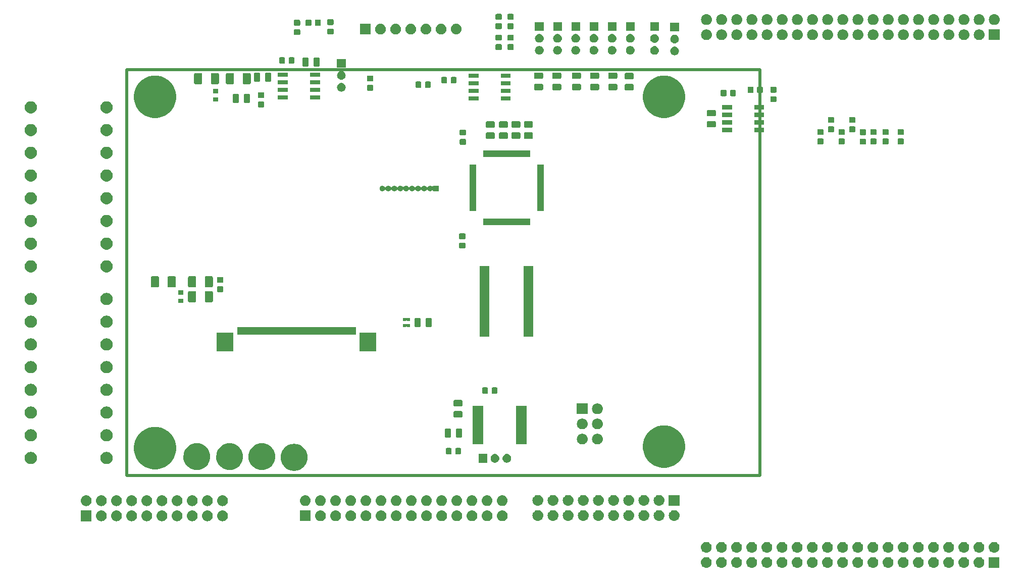
<source format=gbr>
G04 #@! TF.GenerationSoftware,KiCad,Pcbnew,5.0.2+dfsg1-1*
G04 #@! TF.CreationDate,2020-02-15T12:20:28+01:00*
G04 #@! TF.ProjectId,LCD_PMOD,4c43445f-504d-44f4-942e-6b696361645f,rev?*
G04 #@! TF.SameCoordinates,Original*
G04 #@! TF.FileFunction,Soldermask,Top*
G04 #@! TF.FilePolarity,Negative*
%FSLAX46Y46*%
G04 Gerber Fmt 4.6, Leading zero omitted, Abs format (unit mm)*
G04 Created by KiCad (PCBNEW 5.0.2+dfsg1-1) date subota, 15. veljače 2020. 12:20:28 CET*
%MOMM*%
%LPD*%
G01*
G04 APERTURE LIST*
%ADD10C,0.500000*%
%ADD11C,0.100000*%
G04 APERTURE END LIST*
D10*
X83162000Y-119172000D02*
X189334000Y-119172000D01*
X83162000Y-51100000D02*
X83162000Y-119172000D01*
X189334000Y-51100000D02*
X189334000Y-119172000D01*
X83175000Y-51054000D02*
X189230000Y-51054000D01*
D11*
G36*
X229481000Y-134641000D02*
X227679000Y-134641000D01*
X227679000Y-132839000D01*
X229481000Y-132839000D01*
X229481000Y-134641000D01*
X229481000Y-134641000D01*
G37*
G36*
X203290442Y-132845518D02*
X203356627Y-132852037D01*
X203469853Y-132886384D01*
X203526467Y-132903557D01*
X203665087Y-132977652D01*
X203682991Y-132987222D01*
X203718729Y-133016552D01*
X203820186Y-133099814D01*
X203903448Y-133201271D01*
X203932778Y-133237009D01*
X203932779Y-133237011D01*
X204016443Y-133393533D01*
X204016443Y-133393534D01*
X204067963Y-133563373D01*
X204085359Y-133740000D01*
X204067963Y-133916627D01*
X204033616Y-134029853D01*
X204016443Y-134086467D01*
X203942348Y-134225087D01*
X203932778Y-134242991D01*
X203903448Y-134278729D01*
X203820186Y-134380186D01*
X203718729Y-134463448D01*
X203682991Y-134492778D01*
X203682989Y-134492779D01*
X203526467Y-134576443D01*
X203469853Y-134593616D01*
X203356627Y-134627963D01*
X203290442Y-134634482D01*
X203224260Y-134641000D01*
X203135740Y-134641000D01*
X203069558Y-134634482D01*
X203003373Y-134627963D01*
X202890147Y-134593616D01*
X202833533Y-134576443D01*
X202677011Y-134492779D01*
X202677009Y-134492778D01*
X202641271Y-134463448D01*
X202539814Y-134380186D01*
X202456552Y-134278729D01*
X202427222Y-134242991D01*
X202417652Y-134225087D01*
X202343557Y-134086467D01*
X202326384Y-134029853D01*
X202292037Y-133916627D01*
X202274641Y-133740000D01*
X202292037Y-133563373D01*
X202343557Y-133393534D01*
X202343557Y-133393533D01*
X202427221Y-133237011D01*
X202427222Y-133237009D01*
X202456552Y-133201271D01*
X202539814Y-133099814D01*
X202641271Y-133016552D01*
X202677009Y-132987222D01*
X202694913Y-132977652D01*
X202833533Y-132903557D01*
X202890147Y-132886384D01*
X203003373Y-132852037D01*
X203069558Y-132845518D01*
X203135740Y-132839000D01*
X203224260Y-132839000D01*
X203290442Y-132845518D01*
X203290442Y-132845518D01*
G37*
G36*
X223610442Y-132845518D02*
X223676627Y-132852037D01*
X223789853Y-132886384D01*
X223846467Y-132903557D01*
X223985087Y-132977652D01*
X224002991Y-132987222D01*
X224038729Y-133016552D01*
X224140186Y-133099814D01*
X224223448Y-133201271D01*
X224252778Y-133237009D01*
X224252779Y-133237011D01*
X224336443Y-133393533D01*
X224336443Y-133393534D01*
X224387963Y-133563373D01*
X224405359Y-133740000D01*
X224387963Y-133916627D01*
X224353616Y-134029853D01*
X224336443Y-134086467D01*
X224262348Y-134225087D01*
X224252778Y-134242991D01*
X224223448Y-134278729D01*
X224140186Y-134380186D01*
X224038729Y-134463448D01*
X224002991Y-134492778D01*
X224002989Y-134492779D01*
X223846467Y-134576443D01*
X223789853Y-134593616D01*
X223676627Y-134627963D01*
X223610442Y-134634482D01*
X223544260Y-134641000D01*
X223455740Y-134641000D01*
X223389558Y-134634482D01*
X223323373Y-134627963D01*
X223210147Y-134593616D01*
X223153533Y-134576443D01*
X222997011Y-134492779D01*
X222997009Y-134492778D01*
X222961271Y-134463448D01*
X222859814Y-134380186D01*
X222776552Y-134278729D01*
X222747222Y-134242991D01*
X222737652Y-134225087D01*
X222663557Y-134086467D01*
X222646384Y-134029853D01*
X222612037Y-133916627D01*
X222594641Y-133740000D01*
X222612037Y-133563373D01*
X222663557Y-133393534D01*
X222663557Y-133393533D01*
X222747221Y-133237011D01*
X222747222Y-133237009D01*
X222776552Y-133201271D01*
X222859814Y-133099814D01*
X222961271Y-133016552D01*
X222997009Y-132987222D01*
X223014913Y-132977652D01*
X223153533Y-132903557D01*
X223210147Y-132886384D01*
X223323373Y-132852037D01*
X223389558Y-132845518D01*
X223455740Y-132839000D01*
X223544260Y-132839000D01*
X223610442Y-132845518D01*
X223610442Y-132845518D01*
G37*
G36*
X221070442Y-132845518D02*
X221136627Y-132852037D01*
X221249853Y-132886384D01*
X221306467Y-132903557D01*
X221445087Y-132977652D01*
X221462991Y-132987222D01*
X221498729Y-133016552D01*
X221600186Y-133099814D01*
X221683448Y-133201271D01*
X221712778Y-133237009D01*
X221712779Y-133237011D01*
X221796443Y-133393533D01*
X221796443Y-133393534D01*
X221847963Y-133563373D01*
X221865359Y-133740000D01*
X221847963Y-133916627D01*
X221813616Y-134029853D01*
X221796443Y-134086467D01*
X221722348Y-134225087D01*
X221712778Y-134242991D01*
X221683448Y-134278729D01*
X221600186Y-134380186D01*
X221498729Y-134463448D01*
X221462991Y-134492778D01*
X221462989Y-134492779D01*
X221306467Y-134576443D01*
X221249853Y-134593616D01*
X221136627Y-134627963D01*
X221070442Y-134634482D01*
X221004260Y-134641000D01*
X220915740Y-134641000D01*
X220849558Y-134634482D01*
X220783373Y-134627963D01*
X220670147Y-134593616D01*
X220613533Y-134576443D01*
X220457011Y-134492779D01*
X220457009Y-134492778D01*
X220421271Y-134463448D01*
X220319814Y-134380186D01*
X220236552Y-134278729D01*
X220207222Y-134242991D01*
X220197652Y-134225087D01*
X220123557Y-134086467D01*
X220106384Y-134029853D01*
X220072037Y-133916627D01*
X220054641Y-133740000D01*
X220072037Y-133563373D01*
X220123557Y-133393534D01*
X220123557Y-133393533D01*
X220207221Y-133237011D01*
X220207222Y-133237009D01*
X220236552Y-133201271D01*
X220319814Y-133099814D01*
X220421271Y-133016552D01*
X220457009Y-132987222D01*
X220474913Y-132977652D01*
X220613533Y-132903557D01*
X220670147Y-132886384D01*
X220783373Y-132852037D01*
X220849558Y-132845518D01*
X220915740Y-132839000D01*
X221004260Y-132839000D01*
X221070442Y-132845518D01*
X221070442Y-132845518D01*
G37*
G36*
X218530442Y-132845518D02*
X218596627Y-132852037D01*
X218709853Y-132886384D01*
X218766467Y-132903557D01*
X218905087Y-132977652D01*
X218922991Y-132987222D01*
X218958729Y-133016552D01*
X219060186Y-133099814D01*
X219143448Y-133201271D01*
X219172778Y-133237009D01*
X219172779Y-133237011D01*
X219256443Y-133393533D01*
X219256443Y-133393534D01*
X219307963Y-133563373D01*
X219325359Y-133740000D01*
X219307963Y-133916627D01*
X219273616Y-134029853D01*
X219256443Y-134086467D01*
X219182348Y-134225087D01*
X219172778Y-134242991D01*
X219143448Y-134278729D01*
X219060186Y-134380186D01*
X218958729Y-134463448D01*
X218922991Y-134492778D01*
X218922989Y-134492779D01*
X218766467Y-134576443D01*
X218709853Y-134593616D01*
X218596627Y-134627963D01*
X218530442Y-134634482D01*
X218464260Y-134641000D01*
X218375740Y-134641000D01*
X218309558Y-134634482D01*
X218243373Y-134627963D01*
X218130147Y-134593616D01*
X218073533Y-134576443D01*
X217917011Y-134492779D01*
X217917009Y-134492778D01*
X217881271Y-134463448D01*
X217779814Y-134380186D01*
X217696552Y-134278729D01*
X217667222Y-134242991D01*
X217657652Y-134225087D01*
X217583557Y-134086467D01*
X217566384Y-134029853D01*
X217532037Y-133916627D01*
X217514641Y-133740000D01*
X217532037Y-133563373D01*
X217583557Y-133393534D01*
X217583557Y-133393533D01*
X217667221Y-133237011D01*
X217667222Y-133237009D01*
X217696552Y-133201271D01*
X217779814Y-133099814D01*
X217881271Y-133016552D01*
X217917009Y-132987222D01*
X217934913Y-132977652D01*
X218073533Y-132903557D01*
X218130147Y-132886384D01*
X218243373Y-132852037D01*
X218309558Y-132845518D01*
X218375740Y-132839000D01*
X218464260Y-132839000D01*
X218530442Y-132845518D01*
X218530442Y-132845518D01*
G37*
G36*
X215990442Y-132845518D02*
X216056627Y-132852037D01*
X216169853Y-132886384D01*
X216226467Y-132903557D01*
X216365087Y-132977652D01*
X216382991Y-132987222D01*
X216418729Y-133016552D01*
X216520186Y-133099814D01*
X216603448Y-133201271D01*
X216632778Y-133237009D01*
X216632779Y-133237011D01*
X216716443Y-133393533D01*
X216716443Y-133393534D01*
X216767963Y-133563373D01*
X216785359Y-133740000D01*
X216767963Y-133916627D01*
X216733616Y-134029853D01*
X216716443Y-134086467D01*
X216642348Y-134225087D01*
X216632778Y-134242991D01*
X216603448Y-134278729D01*
X216520186Y-134380186D01*
X216418729Y-134463448D01*
X216382991Y-134492778D01*
X216382989Y-134492779D01*
X216226467Y-134576443D01*
X216169853Y-134593616D01*
X216056627Y-134627963D01*
X215990442Y-134634482D01*
X215924260Y-134641000D01*
X215835740Y-134641000D01*
X215769558Y-134634482D01*
X215703373Y-134627963D01*
X215590147Y-134593616D01*
X215533533Y-134576443D01*
X215377011Y-134492779D01*
X215377009Y-134492778D01*
X215341271Y-134463448D01*
X215239814Y-134380186D01*
X215156552Y-134278729D01*
X215127222Y-134242991D01*
X215117652Y-134225087D01*
X215043557Y-134086467D01*
X215026384Y-134029853D01*
X214992037Y-133916627D01*
X214974641Y-133740000D01*
X214992037Y-133563373D01*
X215043557Y-133393534D01*
X215043557Y-133393533D01*
X215127221Y-133237011D01*
X215127222Y-133237009D01*
X215156552Y-133201271D01*
X215239814Y-133099814D01*
X215341271Y-133016552D01*
X215377009Y-132987222D01*
X215394913Y-132977652D01*
X215533533Y-132903557D01*
X215590147Y-132886384D01*
X215703373Y-132852037D01*
X215769558Y-132845518D01*
X215835740Y-132839000D01*
X215924260Y-132839000D01*
X215990442Y-132845518D01*
X215990442Y-132845518D01*
G37*
G36*
X213450442Y-132845518D02*
X213516627Y-132852037D01*
X213629853Y-132886384D01*
X213686467Y-132903557D01*
X213825087Y-132977652D01*
X213842991Y-132987222D01*
X213878729Y-133016552D01*
X213980186Y-133099814D01*
X214063448Y-133201271D01*
X214092778Y-133237009D01*
X214092779Y-133237011D01*
X214176443Y-133393533D01*
X214176443Y-133393534D01*
X214227963Y-133563373D01*
X214245359Y-133740000D01*
X214227963Y-133916627D01*
X214193616Y-134029853D01*
X214176443Y-134086467D01*
X214102348Y-134225087D01*
X214092778Y-134242991D01*
X214063448Y-134278729D01*
X213980186Y-134380186D01*
X213878729Y-134463448D01*
X213842991Y-134492778D01*
X213842989Y-134492779D01*
X213686467Y-134576443D01*
X213629853Y-134593616D01*
X213516627Y-134627963D01*
X213450442Y-134634482D01*
X213384260Y-134641000D01*
X213295740Y-134641000D01*
X213229558Y-134634482D01*
X213163373Y-134627963D01*
X213050147Y-134593616D01*
X212993533Y-134576443D01*
X212837011Y-134492779D01*
X212837009Y-134492778D01*
X212801271Y-134463448D01*
X212699814Y-134380186D01*
X212616552Y-134278729D01*
X212587222Y-134242991D01*
X212577652Y-134225087D01*
X212503557Y-134086467D01*
X212486384Y-134029853D01*
X212452037Y-133916627D01*
X212434641Y-133740000D01*
X212452037Y-133563373D01*
X212503557Y-133393534D01*
X212503557Y-133393533D01*
X212587221Y-133237011D01*
X212587222Y-133237009D01*
X212616552Y-133201271D01*
X212699814Y-133099814D01*
X212801271Y-133016552D01*
X212837009Y-132987222D01*
X212854913Y-132977652D01*
X212993533Y-132903557D01*
X213050147Y-132886384D01*
X213163373Y-132852037D01*
X213229558Y-132845518D01*
X213295740Y-132839000D01*
X213384260Y-132839000D01*
X213450442Y-132845518D01*
X213450442Y-132845518D01*
G37*
G36*
X210910442Y-132845518D02*
X210976627Y-132852037D01*
X211089853Y-132886384D01*
X211146467Y-132903557D01*
X211285087Y-132977652D01*
X211302991Y-132987222D01*
X211338729Y-133016552D01*
X211440186Y-133099814D01*
X211523448Y-133201271D01*
X211552778Y-133237009D01*
X211552779Y-133237011D01*
X211636443Y-133393533D01*
X211636443Y-133393534D01*
X211687963Y-133563373D01*
X211705359Y-133740000D01*
X211687963Y-133916627D01*
X211653616Y-134029853D01*
X211636443Y-134086467D01*
X211562348Y-134225087D01*
X211552778Y-134242991D01*
X211523448Y-134278729D01*
X211440186Y-134380186D01*
X211338729Y-134463448D01*
X211302991Y-134492778D01*
X211302989Y-134492779D01*
X211146467Y-134576443D01*
X211089853Y-134593616D01*
X210976627Y-134627963D01*
X210910442Y-134634482D01*
X210844260Y-134641000D01*
X210755740Y-134641000D01*
X210689558Y-134634482D01*
X210623373Y-134627963D01*
X210510147Y-134593616D01*
X210453533Y-134576443D01*
X210297011Y-134492779D01*
X210297009Y-134492778D01*
X210261271Y-134463448D01*
X210159814Y-134380186D01*
X210076552Y-134278729D01*
X210047222Y-134242991D01*
X210037652Y-134225087D01*
X209963557Y-134086467D01*
X209946384Y-134029853D01*
X209912037Y-133916627D01*
X209894641Y-133740000D01*
X209912037Y-133563373D01*
X209963557Y-133393534D01*
X209963557Y-133393533D01*
X210047221Y-133237011D01*
X210047222Y-133237009D01*
X210076552Y-133201271D01*
X210159814Y-133099814D01*
X210261271Y-133016552D01*
X210297009Y-132987222D01*
X210314913Y-132977652D01*
X210453533Y-132903557D01*
X210510147Y-132886384D01*
X210623373Y-132852037D01*
X210689558Y-132845518D01*
X210755740Y-132839000D01*
X210844260Y-132839000D01*
X210910442Y-132845518D01*
X210910442Y-132845518D01*
G37*
G36*
X208370442Y-132845518D02*
X208436627Y-132852037D01*
X208549853Y-132886384D01*
X208606467Y-132903557D01*
X208745087Y-132977652D01*
X208762991Y-132987222D01*
X208798729Y-133016552D01*
X208900186Y-133099814D01*
X208983448Y-133201271D01*
X209012778Y-133237009D01*
X209012779Y-133237011D01*
X209096443Y-133393533D01*
X209096443Y-133393534D01*
X209147963Y-133563373D01*
X209165359Y-133740000D01*
X209147963Y-133916627D01*
X209113616Y-134029853D01*
X209096443Y-134086467D01*
X209022348Y-134225087D01*
X209012778Y-134242991D01*
X208983448Y-134278729D01*
X208900186Y-134380186D01*
X208798729Y-134463448D01*
X208762991Y-134492778D01*
X208762989Y-134492779D01*
X208606467Y-134576443D01*
X208549853Y-134593616D01*
X208436627Y-134627963D01*
X208370442Y-134634482D01*
X208304260Y-134641000D01*
X208215740Y-134641000D01*
X208149558Y-134634482D01*
X208083373Y-134627963D01*
X207970147Y-134593616D01*
X207913533Y-134576443D01*
X207757011Y-134492779D01*
X207757009Y-134492778D01*
X207721271Y-134463448D01*
X207619814Y-134380186D01*
X207536552Y-134278729D01*
X207507222Y-134242991D01*
X207497652Y-134225087D01*
X207423557Y-134086467D01*
X207406384Y-134029853D01*
X207372037Y-133916627D01*
X207354641Y-133740000D01*
X207372037Y-133563373D01*
X207423557Y-133393534D01*
X207423557Y-133393533D01*
X207507221Y-133237011D01*
X207507222Y-133237009D01*
X207536552Y-133201271D01*
X207619814Y-133099814D01*
X207721271Y-133016552D01*
X207757009Y-132987222D01*
X207774913Y-132977652D01*
X207913533Y-132903557D01*
X207970147Y-132886384D01*
X208083373Y-132852037D01*
X208149558Y-132845518D01*
X208215740Y-132839000D01*
X208304260Y-132839000D01*
X208370442Y-132845518D01*
X208370442Y-132845518D01*
G37*
G36*
X205830442Y-132845518D02*
X205896627Y-132852037D01*
X206009853Y-132886384D01*
X206066467Y-132903557D01*
X206205087Y-132977652D01*
X206222991Y-132987222D01*
X206258729Y-133016552D01*
X206360186Y-133099814D01*
X206443448Y-133201271D01*
X206472778Y-133237009D01*
X206472779Y-133237011D01*
X206556443Y-133393533D01*
X206556443Y-133393534D01*
X206607963Y-133563373D01*
X206625359Y-133740000D01*
X206607963Y-133916627D01*
X206573616Y-134029853D01*
X206556443Y-134086467D01*
X206482348Y-134225087D01*
X206472778Y-134242991D01*
X206443448Y-134278729D01*
X206360186Y-134380186D01*
X206258729Y-134463448D01*
X206222991Y-134492778D01*
X206222989Y-134492779D01*
X206066467Y-134576443D01*
X206009853Y-134593616D01*
X205896627Y-134627963D01*
X205830442Y-134634482D01*
X205764260Y-134641000D01*
X205675740Y-134641000D01*
X205609558Y-134634482D01*
X205543373Y-134627963D01*
X205430147Y-134593616D01*
X205373533Y-134576443D01*
X205217011Y-134492779D01*
X205217009Y-134492778D01*
X205181271Y-134463448D01*
X205079814Y-134380186D01*
X204996552Y-134278729D01*
X204967222Y-134242991D01*
X204957652Y-134225087D01*
X204883557Y-134086467D01*
X204866384Y-134029853D01*
X204832037Y-133916627D01*
X204814641Y-133740000D01*
X204832037Y-133563373D01*
X204883557Y-133393534D01*
X204883557Y-133393533D01*
X204967221Y-133237011D01*
X204967222Y-133237009D01*
X204996552Y-133201271D01*
X205079814Y-133099814D01*
X205181271Y-133016552D01*
X205217009Y-132987222D01*
X205234913Y-132977652D01*
X205373533Y-132903557D01*
X205430147Y-132886384D01*
X205543373Y-132852037D01*
X205609558Y-132845518D01*
X205675740Y-132839000D01*
X205764260Y-132839000D01*
X205830442Y-132845518D01*
X205830442Y-132845518D01*
G37*
G36*
X226150442Y-132845518D02*
X226216627Y-132852037D01*
X226329853Y-132886384D01*
X226386467Y-132903557D01*
X226525087Y-132977652D01*
X226542991Y-132987222D01*
X226578729Y-133016552D01*
X226680186Y-133099814D01*
X226763448Y-133201271D01*
X226792778Y-133237009D01*
X226792779Y-133237011D01*
X226876443Y-133393533D01*
X226876443Y-133393534D01*
X226927963Y-133563373D01*
X226945359Y-133740000D01*
X226927963Y-133916627D01*
X226893616Y-134029853D01*
X226876443Y-134086467D01*
X226802348Y-134225087D01*
X226792778Y-134242991D01*
X226763448Y-134278729D01*
X226680186Y-134380186D01*
X226578729Y-134463448D01*
X226542991Y-134492778D01*
X226542989Y-134492779D01*
X226386467Y-134576443D01*
X226329853Y-134593616D01*
X226216627Y-134627963D01*
X226150442Y-134634482D01*
X226084260Y-134641000D01*
X225995740Y-134641000D01*
X225929558Y-134634482D01*
X225863373Y-134627963D01*
X225750147Y-134593616D01*
X225693533Y-134576443D01*
X225537011Y-134492779D01*
X225537009Y-134492778D01*
X225501271Y-134463448D01*
X225399814Y-134380186D01*
X225316552Y-134278729D01*
X225287222Y-134242991D01*
X225277652Y-134225087D01*
X225203557Y-134086467D01*
X225186384Y-134029853D01*
X225152037Y-133916627D01*
X225134641Y-133740000D01*
X225152037Y-133563373D01*
X225203557Y-133393534D01*
X225203557Y-133393533D01*
X225287221Y-133237011D01*
X225287222Y-133237009D01*
X225316552Y-133201271D01*
X225399814Y-133099814D01*
X225501271Y-133016552D01*
X225537009Y-132987222D01*
X225554913Y-132977652D01*
X225693533Y-132903557D01*
X225750147Y-132886384D01*
X225863373Y-132852037D01*
X225929558Y-132845518D01*
X225995740Y-132839000D01*
X226084260Y-132839000D01*
X226150442Y-132845518D01*
X226150442Y-132845518D01*
G37*
G36*
X198210442Y-132845518D02*
X198276627Y-132852037D01*
X198389853Y-132886384D01*
X198446467Y-132903557D01*
X198585087Y-132977652D01*
X198602991Y-132987222D01*
X198638729Y-133016552D01*
X198740186Y-133099814D01*
X198823448Y-133201271D01*
X198852778Y-133237009D01*
X198852779Y-133237011D01*
X198936443Y-133393533D01*
X198936443Y-133393534D01*
X198987963Y-133563373D01*
X199005359Y-133740000D01*
X198987963Y-133916627D01*
X198953616Y-134029853D01*
X198936443Y-134086467D01*
X198862348Y-134225087D01*
X198852778Y-134242991D01*
X198823448Y-134278729D01*
X198740186Y-134380186D01*
X198638729Y-134463448D01*
X198602991Y-134492778D01*
X198602989Y-134492779D01*
X198446467Y-134576443D01*
X198389853Y-134593616D01*
X198276627Y-134627963D01*
X198210442Y-134634482D01*
X198144260Y-134641000D01*
X198055740Y-134641000D01*
X197989558Y-134634482D01*
X197923373Y-134627963D01*
X197810147Y-134593616D01*
X197753533Y-134576443D01*
X197597011Y-134492779D01*
X197597009Y-134492778D01*
X197561271Y-134463448D01*
X197459814Y-134380186D01*
X197376552Y-134278729D01*
X197347222Y-134242991D01*
X197337652Y-134225087D01*
X197263557Y-134086467D01*
X197246384Y-134029853D01*
X197212037Y-133916627D01*
X197194641Y-133740000D01*
X197212037Y-133563373D01*
X197263557Y-133393534D01*
X197263557Y-133393533D01*
X197347221Y-133237011D01*
X197347222Y-133237009D01*
X197376552Y-133201271D01*
X197459814Y-133099814D01*
X197561271Y-133016552D01*
X197597009Y-132987222D01*
X197614913Y-132977652D01*
X197753533Y-132903557D01*
X197810147Y-132886384D01*
X197923373Y-132852037D01*
X197989558Y-132845518D01*
X198055740Y-132839000D01*
X198144260Y-132839000D01*
X198210442Y-132845518D01*
X198210442Y-132845518D01*
G37*
G36*
X200750442Y-132845518D02*
X200816627Y-132852037D01*
X200929853Y-132886384D01*
X200986467Y-132903557D01*
X201125087Y-132977652D01*
X201142991Y-132987222D01*
X201178729Y-133016552D01*
X201280186Y-133099814D01*
X201363448Y-133201271D01*
X201392778Y-133237009D01*
X201392779Y-133237011D01*
X201476443Y-133393533D01*
X201476443Y-133393534D01*
X201527963Y-133563373D01*
X201545359Y-133740000D01*
X201527963Y-133916627D01*
X201493616Y-134029853D01*
X201476443Y-134086467D01*
X201402348Y-134225087D01*
X201392778Y-134242991D01*
X201363448Y-134278729D01*
X201280186Y-134380186D01*
X201178729Y-134463448D01*
X201142991Y-134492778D01*
X201142989Y-134492779D01*
X200986467Y-134576443D01*
X200929853Y-134593616D01*
X200816627Y-134627963D01*
X200750442Y-134634482D01*
X200684260Y-134641000D01*
X200595740Y-134641000D01*
X200529558Y-134634482D01*
X200463373Y-134627963D01*
X200350147Y-134593616D01*
X200293533Y-134576443D01*
X200137011Y-134492779D01*
X200137009Y-134492778D01*
X200101271Y-134463448D01*
X199999814Y-134380186D01*
X199916552Y-134278729D01*
X199887222Y-134242991D01*
X199877652Y-134225087D01*
X199803557Y-134086467D01*
X199786384Y-134029853D01*
X199752037Y-133916627D01*
X199734641Y-133740000D01*
X199752037Y-133563373D01*
X199803557Y-133393534D01*
X199803557Y-133393533D01*
X199887221Y-133237011D01*
X199887222Y-133237009D01*
X199916552Y-133201271D01*
X199999814Y-133099814D01*
X200101271Y-133016552D01*
X200137009Y-132987222D01*
X200154913Y-132977652D01*
X200293533Y-132903557D01*
X200350147Y-132886384D01*
X200463373Y-132852037D01*
X200529558Y-132845518D01*
X200595740Y-132839000D01*
X200684260Y-132839000D01*
X200750442Y-132845518D01*
X200750442Y-132845518D01*
G37*
G36*
X180430442Y-132845518D02*
X180496627Y-132852037D01*
X180609853Y-132886384D01*
X180666467Y-132903557D01*
X180805087Y-132977652D01*
X180822991Y-132987222D01*
X180858729Y-133016552D01*
X180960186Y-133099814D01*
X181043448Y-133201271D01*
X181072778Y-133237009D01*
X181072779Y-133237011D01*
X181156443Y-133393533D01*
X181156443Y-133393534D01*
X181207963Y-133563373D01*
X181225359Y-133740000D01*
X181207963Y-133916627D01*
X181173616Y-134029853D01*
X181156443Y-134086467D01*
X181082348Y-134225087D01*
X181072778Y-134242991D01*
X181043448Y-134278729D01*
X180960186Y-134380186D01*
X180858729Y-134463448D01*
X180822991Y-134492778D01*
X180822989Y-134492779D01*
X180666467Y-134576443D01*
X180609853Y-134593616D01*
X180496627Y-134627963D01*
X180430442Y-134634482D01*
X180364260Y-134641000D01*
X180275740Y-134641000D01*
X180209558Y-134634482D01*
X180143373Y-134627963D01*
X180030147Y-134593616D01*
X179973533Y-134576443D01*
X179817011Y-134492779D01*
X179817009Y-134492778D01*
X179781271Y-134463448D01*
X179679814Y-134380186D01*
X179596552Y-134278729D01*
X179567222Y-134242991D01*
X179557652Y-134225087D01*
X179483557Y-134086467D01*
X179466384Y-134029853D01*
X179432037Y-133916627D01*
X179414641Y-133740000D01*
X179432037Y-133563373D01*
X179483557Y-133393534D01*
X179483557Y-133393533D01*
X179567221Y-133237011D01*
X179567222Y-133237009D01*
X179596552Y-133201271D01*
X179679814Y-133099814D01*
X179781271Y-133016552D01*
X179817009Y-132987222D01*
X179834913Y-132977652D01*
X179973533Y-132903557D01*
X180030147Y-132886384D01*
X180143373Y-132852037D01*
X180209558Y-132845518D01*
X180275740Y-132839000D01*
X180364260Y-132839000D01*
X180430442Y-132845518D01*
X180430442Y-132845518D01*
G37*
G36*
X182970442Y-132845518D02*
X183036627Y-132852037D01*
X183149853Y-132886384D01*
X183206467Y-132903557D01*
X183345087Y-132977652D01*
X183362991Y-132987222D01*
X183398729Y-133016552D01*
X183500186Y-133099814D01*
X183583448Y-133201271D01*
X183612778Y-133237009D01*
X183612779Y-133237011D01*
X183696443Y-133393533D01*
X183696443Y-133393534D01*
X183747963Y-133563373D01*
X183765359Y-133740000D01*
X183747963Y-133916627D01*
X183713616Y-134029853D01*
X183696443Y-134086467D01*
X183622348Y-134225087D01*
X183612778Y-134242991D01*
X183583448Y-134278729D01*
X183500186Y-134380186D01*
X183398729Y-134463448D01*
X183362991Y-134492778D01*
X183362989Y-134492779D01*
X183206467Y-134576443D01*
X183149853Y-134593616D01*
X183036627Y-134627963D01*
X182970442Y-134634482D01*
X182904260Y-134641000D01*
X182815740Y-134641000D01*
X182749558Y-134634482D01*
X182683373Y-134627963D01*
X182570147Y-134593616D01*
X182513533Y-134576443D01*
X182357011Y-134492779D01*
X182357009Y-134492778D01*
X182321271Y-134463448D01*
X182219814Y-134380186D01*
X182136552Y-134278729D01*
X182107222Y-134242991D01*
X182097652Y-134225087D01*
X182023557Y-134086467D01*
X182006384Y-134029853D01*
X181972037Y-133916627D01*
X181954641Y-133740000D01*
X181972037Y-133563373D01*
X182023557Y-133393534D01*
X182023557Y-133393533D01*
X182107221Y-133237011D01*
X182107222Y-133237009D01*
X182136552Y-133201271D01*
X182219814Y-133099814D01*
X182321271Y-133016552D01*
X182357009Y-132987222D01*
X182374913Y-132977652D01*
X182513533Y-132903557D01*
X182570147Y-132886384D01*
X182683373Y-132852037D01*
X182749558Y-132845518D01*
X182815740Y-132839000D01*
X182904260Y-132839000D01*
X182970442Y-132845518D01*
X182970442Y-132845518D01*
G37*
G36*
X185510442Y-132845518D02*
X185576627Y-132852037D01*
X185689853Y-132886384D01*
X185746467Y-132903557D01*
X185885087Y-132977652D01*
X185902991Y-132987222D01*
X185938729Y-133016552D01*
X186040186Y-133099814D01*
X186123448Y-133201271D01*
X186152778Y-133237009D01*
X186152779Y-133237011D01*
X186236443Y-133393533D01*
X186236443Y-133393534D01*
X186287963Y-133563373D01*
X186305359Y-133740000D01*
X186287963Y-133916627D01*
X186253616Y-134029853D01*
X186236443Y-134086467D01*
X186162348Y-134225087D01*
X186152778Y-134242991D01*
X186123448Y-134278729D01*
X186040186Y-134380186D01*
X185938729Y-134463448D01*
X185902991Y-134492778D01*
X185902989Y-134492779D01*
X185746467Y-134576443D01*
X185689853Y-134593616D01*
X185576627Y-134627963D01*
X185510442Y-134634482D01*
X185444260Y-134641000D01*
X185355740Y-134641000D01*
X185289558Y-134634482D01*
X185223373Y-134627963D01*
X185110147Y-134593616D01*
X185053533Y-134576443D01*
X184897011Y-134492779D01*
X184897009Y-134492778D01*
X184861271Y-134463448D01*
X184759814Y-134380186D01*
X184676552Y-134278729D01*
X184647222Y-134242991D01*
X184637652Y-134225087D01*
X184563557Y-134086467D01*
X184546384Y-134029853D01*
X184512037Y-133916627D01*
X184494641Y-133740000D01*
X184512037Y-133563373D01*
X184563557Y-133393534D01*
X184563557Y-133393533D01*
X184647221Y-133237011D01*
X184647222Y-133237009D01*
X184676552Y-133201271D01*
X184759814Y-133099814D01*
X184861271Y-133016552D01*
X184897009Y-132987222D01*
X184914913Y-132977652D01*
X185053533Y-132903557D01*
X185110147Y-132886384D01*
X185223373Y-132852037D01*
X185289558Y-132845518D01*
X185355740Y-132839000D01*
X185444260Y-132839000D01*
X185510442Y-132845518D01*
X185510442Y-132845518D01*
G37*
G36*
X188050442Y-132845518D02*
X188116627Y-132852037D01*
X188229853Y-132886384D01*
X188286467Y-132903557D01*
X188425087Y-132977652D01*
X188442991Y-132987222D01*
X188478729Y-133016552D01*
X188580186Y-133099814D01*
X188663448Y-133201271D01*
X188692778Y-133237009D01*
X188692779Y-133237011D01*
X188776443Y-133393533D01*
X188776443Y-133393534D01*
X188827963Y-133563373D01*
X188845359Y-133740000D01*
X188827963Y-133916627D01*
X188793616Y-134029853D01*
X188776443Y-134086467D01*
X188702348Y-134225087D01*
X188692778Y-134242991D01*
X188663448Y-134278729D01*
X188580186Y-134380186D01*
X188478729Y-134463448D01*
X188442991Y-134492778D01*
X188442989Y-134492779D01*
X188286467Y-134576443D01*
X188229853Y-134593616D01*
X188116627Y-134627963D01*
X188050442Y-134634482D01*
X187984260Y-134641000D01*
X187895740Y-134641000D01*
X187829558Y-134634482D01*
X187763373Y-134627963D01*
X187650147Y-134593616D01*
X187593533Y-134576443D01*
X187437011Y-134492779D01*
X187437009Y-134492778D01*
X187401271Y-134463448D01*
X187299814Y-134380186D01*
X187216552Y-134278729D01*
X187187222Y-134242991D01*
X187177652Y-134225087D01*
X187103557Y-134086467D01*
X187086384Y-134029853D01*
X187052037Y-133916627D01*
X187034641Y-133740000D01*
X187052037Y-133563373D01*
X187103557Y-133393534D01*
X187103557Y-133393533D01*
X187187221Y-133237011D01*
X187187222Y-133237009D01*
X187216552Y-133201271D01*
X187299814Y-133099814D01*
X187401271Y-133016552D01*
X187437009Y-132987222D01*
X187454913Y-132977652D01*
X187593533Y-132903557D01*
X187650147Y-132886384D01*
X187763373Y-132852037D01*
X187829558Y-132845518D01*
X187895740Y-132839000D01*
X187984260Y-132839000D01*
X188050442Y-132845518D01*
X188050442Y-132845518D01*
G37*
G36*
X190590442Y-132845518D02*
X190656627Y-132852037D01*
X190769853Y-132886384D01*
X190826467Y-132903557D01*
X190965087Y-132977652D01*
X190982991Y-132987222D01*
X191018729Y-133016552D01*
X191120186Y-133099814D01*
X191203448Y-133201271D01*
X191232778Y-133237009D01*
X191232779Y-133237011D01*
X191316443Y-133393533D01*
X191316443Y-133393534D01*
X191367963Y-133563373D01*
X191385359Y-133740000D01*
X191367963Y-133916627D01*
X191333616Y-134029853D01*
X191316443Y-134086467D01*
X191242348Y-134225087D01*
X191232778Y-134242991D01*
X191203448Y-134278729D01*
X191120186Y-134380186D01*
X191018729Y-134463448D01*
X190982991Y-134492778D01*
X190982989Y-134492779D01*
X190826467Y-134576443D01*
X190769853Y-134593616D01*
X190656627Y-134627963D01*
X190590442Y-134634482D01*
X190524260Y-134641000D01*
X190435740Y-134641000D01*
X190369558Y-134634482D01*
X190303373Y-134627963D01*
X190190147Y-134593616D01*
X190133533Y-134576443D01*
X189977011Y-134492779D01*
X189977009Y-134492778D01*
X189941271Y-134463448D01*
X189839814Y-134380186D01*
X189756552Y-134278729D01*
X189727222Y-134242991D01*
X189717652Y-134225087D01*
X189643557Y-134086467D01*
X189626384Y-134029853D01*
X189592037Y-133916627D01*
X189574641Y-133740000D01*
X189592037Y-133563373D01*
X189643557Y-133393534D01*
X189643557Y-133393533D01*
X189727221Y-133237011D01*
X189727222Y-133237009D01*
X189756552Y-133201271D01*
X189839814Y-133099814D01*
X189941271Y-133016552D01*
X189977009Y-132987222D01*
X189994913Y-132977652D01*
X190133533Y-132903557D01*
X190190147Y-132886384D01*
X190303373Y-132852037D01*
X190369558Y-132845518D01*
X190435740Y-132839000D01*
X190524260Y-132839000D01*
X190590442Y-132845518D01*
X190590442Y-132845518D01*
G37*
G36*
X193130442Y-132845518D02*
X193196627Y-132852037D01*
X193309853Y-132886384D01*
X193366467Y-132903557D01*
X193505087Y-132977652D01*
X193522991Y-132987222D01*
X193558729Y-133016552D01*
X193660186Y-133099814D01*
X193743448Y-133201271D01*
X193772778Y-133237009D01*
X193772779Y-133237011D01*
X193856443Y-133393533D01*
X193856443Y-133393534D01*
X193907963Y-133563373D01*
X193925359Y-133740000D01*
X193907963Y-133916627D01*
X193873616Y-134029853D01*
X193856443Y-134086467D01*
X193782348Y-134225087D01*
X193772778Y-134242991D01*
X193743448Y-134278729D01*
X193660186Y-134380186D01*
X193558729Y-134463448D01*
X193522991Y-134492778D01*
X193522989Y-134492779D01*
X193366467Y-134576443D01*
X193309853Y-134593616D01*
X193196627Y-134627963D01*
X193130442Y-134634482D01*
X193064260Y-134641000D01*
X192975740Y-134641000D01*
X192909558Y-134634482D01*
X192843373Y-134627963D01*
X192730147Y-134593616D01*
X192673533Y-134576443D01*
X192517011Y-134492779D01*
X192517009Y-134492778D01*
X192481271Y-134463448D01*
X192379814Y-134380186D01*
X192296552Y-134278729D01*
X192267222Y-134242991D01*
X192257652Y-134225087D01*
X192183557Y-134086467D01*
X192166384Y-134029853D01*
X192132037Y-133916627D01*
X192114641Y-133740000D01*
X192132037Y-133563373D01*
X192183557Y-133393534D01*
X192183557Y-133393533D01*
X192267221Y-133237011D01*
X192267222Y-133237009D01*
X192296552Y-133201271D01*
X192379814Y-133099814D01*
X192481271Y-133016552D01*
X192517009Y-132987222D01*
X192534913Y-132977652D01*
X192673533Y-132903557D01*
X192730147Y-132886384D01*
X192843373Y-132852037D01*
X192909558Y-132845518D01*
X192975740Y-132839000D01*
X193064260Y-132839000D01*
X193130442Y-132845518D01*
X193130442Y-132845518D01*
G37*
G36*
X195670442Y-132845518D02*
X195736627Y-132852037D01*
X195849853Y-132886384D01*
X195906467Y-132903557D01*
X196045087Y-132977652D01*
X196062991Y-132987222D01*
X196098729Y-133016552D01*
X196200186Y-133099814D01*
X196283448Y-133201271D01*
X196312778Y-133237009D01*
X196312779Y-133237011D01*
X196396443Y-133393533D01*
X196396443Y-133393534D01*
X196447963Y-133563373D01*
X196465359Y-133740000D01*
X196447963Y-133916627D01*
X196413616Y-134029853D01*
X196396443Y-134086467D01*
X196322348Y-134225087D01*
X196312778Y-134242991D01*
X196283448Y-134278729D01*
X196200186Y-134380186D01*
X196098729Y-134463448D01*
X196062991Y-134492778D01*
X196062989Y-134492779D01*
X195906467Y-134576443D01*
X195849853Y-134593616D01*
X195736627Y-134627963D01*
X195670442Y-134634482D01*
X195604260Y-134641000D01*
X195515740Y-134641000D01*
X195449558Y-134634482D01*
X195383373Y-134627963D01*
X195270147Y-134593616D01*
X195213533Y-134576443D01*
X195057011Y-134492779D01*
X195057009Y-134492778D01*
X195021271Y-134463448D01*
X194919814Y-134380186D01*
X194836552Y-134278729D01*
X194807222Y-134242991D01*
X194797652Y-134225087D01*
X194723557Y-134086467D01*
X194706384Y-134029853D01*
X194672037Y-133916627D01*
X194654641Y-133740000D01*
X194672037Y-133563373D01*
X194723557Y-133393534D01*
X194723557Y-133393533D01*
X194807221Y-133237011D01*
X194807222Y-133237009D01*
X194836552Y-133201271D01*
X194919814Y-133099814D01*
X195021271Y-133016552D01*
X195057009Y-132987222D01*
X195074913Y-132977652D01*
X195213533Y-132903557D01*
X195270147Y-132886384D01*
X195383373Y-132852037D01*
X195449558Y-132845518D01*
X195515740Y-132839000D01*
X195604260Y-132839000D01*
X195670442Y-132845518D01*
X195670442Y-132845518D01*
G37*
G36*
X203290443Y-130305519D02*
X203356627Y-130312037D01*
X203469853Y-130346384D01*
X203526467Y-130363557D01*
X203665087Y-130437652D01*
X203682991Y-130447222D01*
X203718729Y-130476552D01*
X203820186Y-130559814D01*
X203903448Y-130661271D01*
X203932778Y-130697009D01*
X203932779Y-130697011D01*
X204016443Y-130853533D01*
X204016443Y-130853534D01*
X204067963Y-131023373D01*
X204085359Y-131200000D01*
X204067963Y-131376627D01*
X204033616Y-131489853D01*
X204016443Y-131546467D01*
X203942348Y-131685087D01*
X203932778Y-131702991D01*
X203903448Y-131738729D01*
X203820186Y-131840186D01*
X203718729Y-131923448D01*
X203682991Y-131952778D01*
X203682989Y-131952779D01*
X203526467Y-132036443D01*
X203469853Y-132053616D01*
X203356627Y-132087963D01*
X203290443Y-132094481D01*
X203224260Y-132101000D01*
X203135740Y-132101000D01*
X203069557Y-132094481D01*
X203003373Y-132087963D01*
X202890147Y-132053616D01*
X202833533Y-132036443D01*
X202677011Y-131952779D01*
X202677009Y-131952778D01*
X202641271Y-131923448D01*
X202539814Y-131840186D01*
X202456552Y-131738729D01*
X202427222Y-131702991D01*
X202417652Y-131685087D01*
X202343557Y-131546467D01*
X202326384Y-131489853D01*
X202292037Y-131376627D01*
X202274641Y-131200000D01*
X202292037Y-131023373D01*
X202343557Y-130853534D01*
X202343557Y-130853533D01*
X202427221Y-130697011D01*
X202427222Y-130697009D01*
X202456552Y-130661271D01*
X202539814Y-130559814D01*
X202641271Y-130476552D01*
X202677009Y-130447222D01*
X202694913Y-130437652D01*
X202833533Y-130363557D01*
X202890147Y-130346384D01*
X203003373Y-130312037D01*
X203069557Y-130305519D01*
X203135740Y-130299000D01*
X203224260Y-130299000D01*
X203290443Y-130305519D01*
X203290443Y-130305519D01*
G37*
G36*
X210910443Y-130305519D02*
X210976627Y-130312037D01*
X211089853Y-130346384D01*
X211146467Y-130363557D01*
X211285087Y-130437652D01*
X211302991Y-130447222D01*
X211338729Y-130476552D01*
X211440186Y-130559814D01*
X211523448Y-130661271D01*
X211552778Y-130697009D01*
X211552779Y-130697011D01*
X211636443Y-130853533D01*
X211636443Y-130853534D01*
X211687963Y-131023373D01*
X211705359Y-131200000D01*
X211687963Y-131376627D01*
X211653616Y-131489853D01*
X211636443Y-131546467D01*
X211562348Y-131685087D01*
X211552778Y-131702991D01*
X211523448Y-131738729D01*
X211440186Y-131840186D01*
X211338729Y-131923448D01*
X211302991Y-131952778D01*
X211302989Y-131952779D01*
X211146467Y-132036443D01*
X211089853Y-132053616D01*
X210976627Y-132087963D01*
X210910443Y-132094481D01*
X210844260Y-132101000D01*
X210755740Y-132101000D01*
X210689557Y-132094481D01*
X210623373Y-132087963D01*
X210510147Y-132053616D01*
X210453533Y-132036443D01*
X210297011Y-131952779D01*
X210297009Y-131952778D01*
X210261271Y-131923448D01*
X210159814Y-131840186D01*
X210076552Y-131738729D01*
X210047222Y-131702991D01*
X210037652Y-131685087D01*
X209963557Y-131546467D01*
X209946384Y-131489853D01*
X209912037Y-131376627D01*
X209894641Y-131200000D01*
X209912037Y-131023373D01*
X209963557Y-130853534D01*
X209963557Y-130853533D01*
X210047221Y-130697011D01*
X210047222Y-130697009D01*
X210076552Y-130661271D01*
X210159814Y-130559814D01*
X210261271Y-130476552D01*
X210297009Y-130447222D01*
X210314913Y-130437652D01*
X210453533Y-130363557D01*
X210510147Y-130346384D01*
X210623373Y-130312037D01*
X210689557Y-130305519D01*
X210755740Y-130299000D01*
X210844260Y-130299000D01*
X210910443Y-130305519D01*
X210910443Y-130305519D01*
G37*
G36*
X213450443Y-130305519D02*
X213516627Y-130312037D01*
X213629853Y-130346384D01*
X213686467Y-130363557D01*
X213825087Y-130437652D01*
X213842991Y-130447222D01*
X213878729Y-130476552D01*
X213980186Y-130559814D01*
X214063448Y-130661271D01*
X214092778Y-130697009D01*
X214092779Y-130697011D01*
X214176443Y-130853533D01*
X214176443Y-130853534D01*
X214227963Y-131023373D01*
X214245359Y-131200000D01*
X214227963Y-131376627D01*
X214193616Y-131489853D01*
X214176443Y-131546467D01*
X214102348Y-131685087D01*
X214092778Y-131702991D01*
X214063448Y-131738729D01*
X213980186Y-131840186D01*
X213878729Y-131923448D01*
X213842991Y-131952778D01*
X213842989Y-131952779D01*
X213686467Y-132036443D01*
X213629853Y-132053616D01*
X213516627Y-132087963D01*
X213450443Y-132094481D01*
X213384260Y-132101000D01*
X213295740Y-132101000D01*
X213229557Y-132094481D01*
X213163373Y-132087963D01*
X213050147Y-132053616D01*
X212993533Y-132036443D01*
X212837011Y-131952779D01*
X212837009Y-131952778D01*
X212801271Y-131923448D01*
X212699814Y-131840186D01*
X212616552Y-131738729D01*
X212587222Y-131702991D01*
X212577652Y-131685087D01*
X212503557Y-131546467D01*
X212486384Y-131489853D01*
X212452037Y-131376627D01*
X212434641Y-131200000D01*
X212452037Y-131023373D01*
X212503557Y-130853534D01*
X212503557Y-130853533D01*
X212587221Y-130697011D01*
X212587222Y-130697009D01*
X212616552Y-130661271D01*
X212699814Y-130559814D01*
X212801271Y-130476552D01*
X212837009Y-130447222D01*
X212854913Y-130437652D01*
X212993533Y-130363557D01*
X213050147Y-130346384D01*
X213163373Y-130312037D01*
X213229557Y-130305519D01*
X213295740Y-130299000D01*
X213384260Y-130299000D01*
X213450443Y-130305519D01*
X213450443Y-130305519D01*
G37*
G36*
X215990443Y-130305519D02*
X216056627Y-130312037D01*
X216169853Y-130346384D01*
X216226467Y-130363557D01*
X216365087Y-130437652D01*
X216382991Y-130447222D01*
X216418729Y-130476552D01*
X216520186Y-130559814D01*
X216603448Y-130661271D01*
X216632778Y-130697009D01*
X216632779Y-130697011D01*
X216716443Y-130853533D01*
X216716443Y-130853534D01*
X216767963Y-131023373D01*
X216785359Y-131200000D01*
X216767963Y-131376627D01*
X216733616Y-131489853D01*
X216716443Y-131546467D01*
X216642348Y-131685087D01*
X216632778Y-131702991D01*
X216603448Y-131738729D01*
X216520186Y-131840186D01*
X216418729Y-131923448D01*
X216382991Y-131952778D01*
X216382989Y-131952779D01*
X216226467Y-132036443D01*
X216169853Y-132053616D01*
X216056627Y-132087963D01*
X215990443Y-132094481D01*
X215924260Y-132101000D01*
X215835740Y-132101000D01*
X215769557Y-132094481D01*
X215703373Y-132087963D01*
X215590147Y-132053616D01*
X215533533Y-132036443D01*
X215377011Y-131952779D01*
X215377009Y-131952778D01*
X215341271Y-131923448D01*
X215239814Y-131840186D01*
X215156552Y-131738729D01*
X215127222Y-131702991D01*
X215117652Y-131685087D01*
X215043557Y-131546467D01*
X215026384Y-131489853D01*
X214992037Y-131376627D01*
X214974641Y-131200000D01*
X214992037Y-131023373D01*
X215043557Y-130853534D01*
X215043557Y-130853533D01*
X215127221Y-130697011D01*
X215127222Y-130697009D01*
X215156552Y-130661271D01*
X215239814Y-130559814D01*
X215341271Y-130476552D01*
X215377009Y-130447222D01*
X215394913Y-130437652D01*
X215533533Y-130363557D01*
X215590147Y-130346384D01*
X215703373Y-130312037D01*
X215769557Y-130305519D01*
X215835740Y-130299000D01*
X215924260Y-130299000D01*
X215990443Y-130305519D01*
X215990443Y-130305519D01*
G37*
G36*
X218530443Y-130305519D02*
X218596627Y-130312037D01*
X218709853Y-130346384D01*
X218766467Y-130363557D01*
X218905087Y-130437652D01*
X218922991Y-130447222D01*
X218958729Y-130476552D01*
X219060186Y-130559814D01*
X219143448Y-130661271D01*
X219172778Y-130697009D01*
X219172779Y-130697011D01*
X219256443Y-130853533D01*
X219256443Y-130853534D01*
X219307963Y-131023373D01*
X219325359Y-131200000D01*
X219307963Y-131376627D01*
X219273616Y-131489853D01*
X219256443Y-131546467D01*
X219182348Y-131685087D01*
X219172778Y-131702991D01*
X219143448Y-131738729D01*
X219060186Y-131840186D01*
X218958729Y-131923448D01*
X218922991Y-131952778D01*
X218922989Y-131952779D01*
X218766467Y-132036443D01*
X218709853Y-132053616D01*
X218596627Y-132087963D01*
X218530443Y-132094481D01*
X218464260Y-132101000D01*
X218375740Y-132101000D01*
X218309557Y-132094481D01*
X218243373Y-132087963D01*
X218130147Y-132053616D01*
X218073533Y-132036443D01*
X217917011Y-131952779D01*
X217917009Y-131952778D01*
X217881271Y-131923448D01*
X217779814Y-131840186D01*
X217696552Y-131738729D01*
X217667222Y-131702991D01*
X217657652Y-131685087D01*
X217583557Y-131546467D01*
X217566384Y-131489853D01*
X217532037Y-131376627D01*
X217514641Y-131200000D01*
X217532037Y-131023373D01*
X217583557Y-130853534D01*
X217583557Y-130853533D01*
X217667221Y-130697011D01*
X217667222Y-130697009D01*
X217696552Y-130661271D01*
X217779814Y-130559814D01*
X217881271Y-130476552D01*
X217917009Y-130447222D01*
X217934913Y-130437652D01*
X218073533Y-130363557D01*
X218130147Y-130346384D01*
X218243373Y-130312037D01*
X218309557Y-130305519D01*
X218375740Y-130299000D01*
X218464260Y-130299000D01*
X218530443Y-130305519D01*
X218530443Y-130305519D01*
G37*
G36*
X221070443Y-130305519D02*
X221136627Y-130312037D01*
X221249853Y-130346384D01*
X221306467Y-130363557D01*
X221445087Y-130437652D01*
X221462991Y-130447222D01*
X221498729Y-130476552D01*
X221600186Y-130559814D01*
X221683448Y-130661271D01*
X221712778Y-130697009D01*
X221712779Y-130697011D01*
X221796443Y-130853533D01*
X221796443Y-130853534D01*
X221847963Y-131023373D01*
X221865359Y-131200000D01*
X221847963Y-131376627D01*
X221813616Y-131489853D01*
X221796443Y-131546467D01*
X221722348Y-131685087D01*
X221712778Y-131702991D01*
X221683448Y-131738729D01*
X221600186Y-131840186D01*
X221498729Y-131923448D01*
X221462991Y-131952778D01*
X221462989Y-131952779D01*
X221306467Y-132036443D01*
X221249853Y-132053616D01*
X221136627Y-132087963D01*
X221070443Y-132094481D01*
X221004260Y-132101000D01*
X220915740Y-132101000D01*
X220849557Y-132094481D01*
X220783373Y-132087963D01*
X220670147Y-132053616D01*
X220613533Y-132036443D01*
X220457011Y-131952779D01*
X220457009Y-131952778D01*
X220421271Y-131923448D01*
X220319814Y-131840186D01*
X220236552Y-131738729D01*
X220207222Y-131702991D01*
X220197652Y-131685087D01*
X220123557Y-131546467D01*
X220106384Y-131489853D01*
X220072037Y-131376627D01*
X220054641Y-131200000D01*
X220072037Y-131023373D01*
X220123557Y-130853534D01*
X220123557Y-130853533D01*
X220207221Y-130697011D01*
X220207222Y-130697009D01*
X220236552Y-130661271D01*
X220319814Y-130559814D01*
X220421271Y-130476552D01*
X220457009Y-130447222D01*
X220474913Y-130437652D01*
X220613533Y-130363557D01*
X220670147Y-130346384D01*
X220783373Y-130312037D01*
X220849557Y-130305519D01*
X220915740Y-130299000D01*
X221004260Y-130299000D01*
X221070443Y-130305519D01*
X221070443Y-130305519D01*
G37*
G36*
X195670443Y-130305519D02*
X195736627Y-130312037D01*
X195849853Y-130346384D01*
X195906467Y-130363557D01*
X196045087Y-130437652D01*
X196062991Y-130447222D01*
X196098729Y-130476552D01*
X196200186Y-130559814D01*
X196283448Y-130661271D01*
X196312778Y-130697009D01*
X196312779Y-130697011D01*
X196396443Y-130853533D01*
X196396443Y-130853534D01*
X196447963Y-131023373D01*
X196465359Y-131200000D01*
X196447963Y-131376627D01*
X196413616Y-131489853D01*
X196396443Y-131546467D01*
X196322348Y-131685087D01*
X196312778Y-131702991D01*
X196283448Y-131738729D01*
X196200186Y-131840186D01*
X196098729Y-131923448D01*
X196062991Y-131952778D01*
X196062989Y-131952779D01*
X195906467Y-132036443D01*
X195849853Y-132053616D01*
X195736627Y-132087963D01*
X195670443Y-132094481D01*
X195604260Y-132101000D01*
X195515740Y-132101000D01*
X195449557Y-132094481D01*
X195383373Y-132087963D01*
X195270147Y-132053616D01*
X195213533Y-132036443D01*
X195057011Y-131952779D01*
X195057009Y-131952778D01*
X195021271Y-131923448D01*
X194919814Y-131840186D01*
X194836552Y-131738729D01*
X194807222Y-131702991D01*
X194797652Y-131685087D01*
X194723557Y-131546467D01*
X194706384Y-131489853D01*
X194672037Y-131376627D01*
X194654641Y-131200000D01*
X194672037Y-131023373D01*
X194723557Y-130853534D01*
X194723557Y-130853533D01*
X194807221Y-130697011D01*
X194807222Y-130697009D01*
X194836552Y-130661271D01*
X194919814Y-130559814D01*
X195021271Y-130476552D01*
X195057009Y-130447222D01*
X195074913Y-130437652D01*
X195213533Y-130363557D01*
X195270147Y-130346384D01*
X195383373Y-130312037D01*
X195449557Y-130305519D01*
X195515740Y-130299000D01*
X195604260Y-130299000D01*
X195670443Y-130305519D01*
X195670443Y-130305519D01*
G37*
G36*
X208370443Y-130305519D02*
X208436627Y-130312037D01*
X208549853Y-130346384D01*
X208606467Y-130363557D01*
X208745087Y-130437652D01*
X208762991Y-130447222D01*
X208798729Y-130476552D01*
X208900186Y-130559814D01*
X208983448Y-130661271D01*
X209012778Y-130697009D01*
X209012779Y-130697011D01*
X209096443Y-130853533D01*
X209096443Y-130853534D01*
X209147963Y-131023373D01*
X209165359Y-131200000D01*
X209147963Y-131376627D01*
X209113616Y-131489853D01*
X209096443Y-131546467D01*
X209022348Y-131685087D01*
X209012778Y-131702991D01*
X208983448Y-131738729D01*
X208900186Y-131840186D01*
X208798729Y-131923448D01*
X208762991Y-131952778D01*
X208762989Y-131952779D01*
X208606467Y-132036443D01*
X208549853Y-132053616D01*
X208436627Y-132087963D01*
X208370443Y-132094481D01*
X208304260Y-132101000D01*
X208215740Y-132101000D01*
X208149557Y-132094481D01*
X208083373Y-132087963D01*
X207970147Y-132053616D01*
X207913533Y-132036443D01*
X207757011Y-131952779D01*
X207757009Y-131952778D01*
X207721271Y-131923448D01*
X207619814Y-131840186D01*
X207536552Y-131738729D01*
X207507222Y-131702991D01*
X207497652Y-131685087D01*
X207423557Y-131546467D01*
X207406384Y-131489853D01*
X207372037Y-131376627D01*
X207354641Y-131200000D01*
X207372037Y-131023373D01*
X207423557Y-130853534D01*
X207423557Y-130853533D01*
X207507221Y-130697011D01*
X207507222Y-130697009D01*
X207536552Y-130661271D01*
X207619814Y-130559814D01*
X207721271Y-130476552D01*
X207757009Y-130447222D01*
X207774913Y-130437652D01*
X207913533Y-130363557D01*
X207970147Y-130346384D01*
X208083373Y-130312037D01*
X208149557Y-130305519D01*
X208215740Y-130299000D01*
X208304260Y-130299000D01*
X208370443Y-130305519D01*
X208370443Y-130305519D01*
G37*
G36*
X198210443Y-130305519D02*
X198276627Y-130312037D01*
X198389853Y-130346384D01*
X198446467Y-130363557D01*
X198585087Y-130437652D01*
X198602991Y-130447222D01*
X198638729Y-130476552D01*
X198740186Y-130559814D01*
X198823448Y-130661271D01*
X198852778Y-130697009D01*
X198852779Y-130697011D01*
X198936443Y-130853533D01*
X198936443Y-130853534D01*
X198987963Y-131023373D01*
X199005359Y-131200000D01*
X198987963Y-131376627D01*
X198953616Y-131489853D01*
X198936443Y-131546467D01*
X198862348Y-131685087D01*
X198852778Y-131702991D01*
X198823448Y-131738729D01*
X198740186Y-131840186D01*
X198638729Y-131923448D01*
X198602991Y-131952778D01*
X198602989Y-131952779D01*
X198446467Y-132036443D01*
X198389853Y-132053616D01*
X198276627Y-132087963D01*
X198210443Y-132094481D01*
X198144260Y-132101000D01*
X198055740Y-132101000D01*
X197989557Y-132094481D01*
X197923373Y-132087963D01*
X197810147Y-132053616D01*
X197753533Y-132036443D01*
X197597011Y-131952779D01*
X197597009Y-131952778D01*
X197561271Y-131923448D01*
X197459814Y-131840186D01*
X197376552Y-131738729D01*
X197347222Y-131702991D01*
X197337652Y-131685087D01*
X197263557Y-131546467D01*
X197246384Y-131489853D01*
X197212037Y-131376627D01*
X197194641Y-131200000D01*
X197212037Y-131023373D01*
X197263557Y-130853534D01*
X197263557Y-130853533D01*
X197347221Y-130697011D01*
X197347222Y-130697009D01*
X197376552Y-130661271D01*
X197459814Y-130559814D01*
X197561271Y-130476552D01*
X197597009Y-130447222D01*
X197614913Y-130437652D01*
X197753533Y-130363557D01*
X197810147Y-130346384D01*
X197923373Y-130312037D01*
X197989557Y-130305519D01*
X198055740Y-130299000D01*
X198144260Y-130299000D01*
X198210443Y-130305519D01*
X198210443Y-130305519D01*
G37*
G36*
X190590443Y-130305519D02*
X190656627Y-130312037D01*
X190769853Y-130346384D01*
X190826467Y-130363557D01*
X190965087Y-130437652D01*
X190982991Y-130447222D01*
X191018729Y-130476552D01*
X191120186Y-130559814D01*
X191203448Y-130661271D01*
X191232778Y-130697009D01*
X191232779Y-130697011D01*
X191316443Y-130853533D01*
X191316443Y-130853534D01*
X191367963Y-131023373D01*
X191385359Y-131200000D01*
X191367963Y-131376627D01*
X191333616Y-131489853D01*
X191316443Y-131546467D01*
X191242348Y-131685087D01*
X191232778Y-131702991D01*
X191203448Y-131738729D01*
X191120186Y-131840186D01*
X191018729Y-131923448D01*
X190982991Y-131952778D01*
X190982989Y-131952779D01*
X190826467Y-132036443D01*
X190769853Y-132053616D01*
X190656627Y-132087963D01*
X190590443Y-132094481D01*
X190524260Y-132101000D01*
X190435740Y-132101000D01*
X190369557Y-132094481D01*
X190303373Y-132087963D01*
X190190147Y-132053616D01*
X190133533Y-132036443D01*
X189977011Y-131952779D01*
X189977009Y-131952778D01*
X189941271Y-131923448D01*
X189839814Y-131840186D01*
X189756552Y-131738729D01*
X189727222Y-131702991D01*
X189717652Y-131685087D01*
X189643557Y-131546467D01*
X189626384Y-131489853D01*
X189592037Y-131376627D01*
X189574641Y-131200000D01*
X189592037Y-131023373D01*
X189643557Y-130853534D01*
X189643557Y-130853533D01*
X189727221Y-130697011D01*
X189727222Y-130697009D01*
X189756552Y-130661271D01*
X189839814Y-130559814D01*
X189941271Y-130476552D01*
X189977009Y-130447222D01*
X189994913Y-130437652D01*
X190133533Y-130363557D01*
X190190147Y-130346384D01*
X190303373Y-130312037D01*
X190369557Y-130305519D01*
X190435740Y-130299000D01*
X190524260Y-130299000D01*
X190590443Y-130305519D01*
X190590443Y-130305519D01*
G37*
G36*
X200750443Y-130305519D02*
X200816627Y-130312037D01*
X200929853Y-130346384D01*
X200986467Y-130363557D01*
X201125087Y-130437652D01*
X201142991Y-130447222D01*
X201178729Y-130476552D01*
X201280186Y-130559814D01*
X201363448Y-130661271D01*
X201392778Y-130697009D01*
X201392779Y-130697011D01*
X201476443Y-130853533D01*
X201476443Y-130853534D01*
X201527963Y-131023373D01*
X201545359Y-131200000D01*
X201527963Y-131376627D01*
X201493616Y-131489853D01*
X201476443Y-131546467D01*
X201402348Y-131685087D01*
X201392778Y-131702991D01*
X201363448Y-131738729D01*
X201280186Y-131840186D01*
X201178729Y-131923448D01*
X201142991Y-131952778D01*
X201142989Y-131952779D01*
X200986467Y-132036443D01*
X200929853Y-132053616D01*
X200816627Y-132087963D01*
X200750443Y-132094481D01*
X200684260Y-132101000D01*
X200595740Y-132101000D01*
X200529557Y-132094481D01*
X200463373Y-132087963D01*
X200350147Y-132053616D01*
X200293533Y-132036443D01*
X200137011Y-131952779D01*
X200137009Y-131952778D01*
X200101271Y-131923448D01*
X199999814Y-131840186D01*
X199916552Y-131738729D01*
X199887222Y-131702991D01*
X199877652Y-131685087D01*
X199803557Y-131546467D01*
X199786384Y-131489853D01*
X199752037Y-131376627D01*
X199734641Y-131200000D01*
X199752037Y-131023373D01*
X199803557Y-130853534D01*
X199803557Y-130853533D01*
X199887221Y-130697011D01*
X199887222Y-130697009D01*
X199916552Y-130661271D01*
X199999814Y-130559814D01*
X200101271Y-130476552D01*
X200137009Y-130447222D01*
X200154913Y-130437652D01*
X200293533Y-130363557D01*
X200350147Y-130346384D01*
X200463373Y-130312037D01*
X200529557Y-130305519D01*
X200595740Y-130299000D01*
X200684260Y-130299000D01*
X200750443Y-130305519D01*
X200750443Y-130305519D01*
G37*
G36*
X188050443Y-130305519D02*
X188116627Y-130312037D01*
X188229853Y-130346384D01*
X188286467Y-130363557D01*
X188425087Y-130437652D01*
X188442991Y-130447222D01*
X188478729Y-130476552D01*
X188580186Y-130559814D01*
X188663448Y-130661271D01*
X188692778Y-130697009D01*
X188692779Y-130697011D01*
X188776443Y-130853533D01*
X188776443Y-130853534D01*
X188827963Y-131023373D01*
X188845359Y-131200000D01*
X188827963Y-131376627D01*
X188793616Y-131489853D01*
X188776443Y-131546467D01*
X188702348Y-131685087D01*
X188692778Y-131702991D01*
X188663448Y-131738729D01*
X188580186Y-131840186D01*
X188478729Y-131923448D01*
X188442991Y-131952778D01*
X188442989Y-131952779D01*
X188286467Y-132036443D01*
X188229853Y-132053616D01*
X188116627Y-132087963D01*
X188050443Y-132094481D01*
X187984260Y-132101000D01*
X187895740Y-132101000D01*
X187829557Y-132094481D01*
X187763373Y-132087963D01*
X187650147Y-132053616D01*
X187593533Y-132036443D01*
X187437011Y-131952779D01*
X187437009Y-131952778D01*
X187401271Y-131923448D01*
X187299814Y-131840186D01*
X187216552Y-131738729D01*
X187187222Y-131702991D01*
X187177652Y-131685087D01*
X187103557Y-131546467D01*
X187086384Y-131489853D01*
X187052037Y-131376627D01*
X187034641Y-131200000D01*
X187052037Y-131023373D01*
X187103557Y-130853534D01*
X187103557Y-130853533D01*
X187187221Y-130697011D01*
X187187222Y-130697009D01*
X187216552Y-130661271D01*
X187299814Y-130559814D01*
X187401271Y-130476552D01*
X187437009Y-130447222D01*
X187454913Y-130437652D01*
X187593533Y-130363557D01*
X187650147Y-130346384D01*
X187763373Y-130312037D01*
X187829557Y-130305519D01*
X187895740Y-130299000D01*
X187984260Y-130299000D01*
X188050443Y-130305519D01*
X188050443Y-130305519D01*
G37*
G36*
X185510443Y-130305519D02*
X185576627Y-130312037D01*
X185689853Y-130346384D01*
X185746467Y-130363557D01*
X185885087Y-130437652D01*
X185902991Y-130447222D01*
X185938729Y-130476552D01*
X186040186Y-130559814D01*
X186123448Y-130661271D01*
X186152778Y-130697009D01*
X186152779Y-130697011D01*
X186236443Y-130853533D01*
X186236443Y-130853534D01*
X186287963Y-131023373D01*
X186305359Y-131200000D01*
X186287963Y-131376627D01*
X186253616Y-131489853D01*
X186236443Y-131546467D01*
X186162348Y-131685087D01*
X186152778Y-131702991D01*
X186123448Y-131738729D01*
X186040186Y-131840186D01*
X185938729Y-131923448D01*
X185902991Y-131952778D01*
X185902989Y-131952779D01*
X185746467Y-132036443D01*
X185689853Y-132053616D01*
X185576627Y-132087963D01*
X185510443Y-132094481D01*
X185444260Y-132101000D01*
X185355740Y-132101000D01*
X185289557Y-132094481D01*
X185223373Y-132087963D01*
X185110147Y-132053616D01*
X185053533Y-132036443D01*
X184897011Y-131952779D01*
X184897009Y-131952778D01*
X184861271Y-131923448D01*
X184759814Y-131840186D01*
X184676552Y-131738729D01*
X184647222Y-131702991D01*
X184637652Y-131685087D01*
X184563557Y-131546467D01*
X184546384Y-131489853D01*
X184512037Y-131376627D01*
X184494641Y-131200000D01*
X184512037Y-131023373D01*
X184563557Y-130853534D01*
X184563557Y-130853533D01*
X184647221Y-130697011D01*
X184647222Y-130697009D01*
X184676552Y-130661271D01*
X184759814Y-130559814D01*
X184861271Y-130476552D01*
X184897009Y-130447222D01*
X184914913Y-130437652D01*
X185053533Y-130363557D01*
X185110147Y-130346384D01*
X185223373Y-130312037D01*
X185289557Y-130305519D01*
X185355740Y-130299000D01*
X185444260Y-130299000D01*
X185510443Y-130305519D01*
X185510443Y-130305519D01*
G37*
G36*
X182970443Y-130305519D02*
X183036627Y-130312037D01*
X183149853Y-130346384D01*
X183206467Y-130363557D01*
X183345087Y-130437652D01*
X183362991Y-130447222D01*
X183398729Y-130476552D01*
X183500186Y-130559814D01*
X183583448Y-130661271D01*
X183612778Y-130697009D01*
X183612779Y-130697011D01*
X183696443Y-130853533D01*
X183696443Y-130853534D01*
X183747963Y-131023373D01*
X183765359Y-131200000D01*
X183747963Y-131376627D01*
X183713616Y-131489853D01*
X183696443Y-131546467D01*
X183622348Y-131685087D01*
X183612778Y-131702991D01*
X183583448Y-131738729D01*
X183500186Y-131840186D01*
X183398729Y-131923448D01*
X183362991Y-131952778D01*
X183362989Y-131952779D01*
X183206467Y-132036443D01*
X183149853Y-132053616D01*
X183036627Y-132087963D01*
X182970443Y-132094481D01*
X182904260Y-132101000D01*
X182815740Y-132101000D01*
X182749557Y-132094481D01*
X182683373Y-132087963D01*
X182570147Y-132053616D01*
X182513533Y-132036443D01*
X182357011Y-131952779D01*
X182357009Y-131952778D01*
X182321271Y-131923448D01*
X182219814Y-131840186D01*
X182136552Y-131738729D01*
X182107222Y-131702991D01*
X182097652Y-131685087D01*
X182023557Y-131546467D01*
X182006384Y-131489853D01*
X181972037Y-131376627D01*
X181954641Y-131200000D01*
X181972037Y-131023373D01*
X182023557Y-130853534D01*
X182023557Y-130853533D01*
X182107221Y-130697011D01*
X182107222Y-130697009D01*
X182136552Y-130661271D01*
X182219814Y-130559814D01*
X182321271Y-130476552D01*
X182357009Y-130447222D01*
X182374913Y-130437652D01*
X182513533Y-130363557D01*
X182570147Y-130346384D01*
X182683373Y-130312037D01*
X182749557Y-130305519D01*
X182815740Y-130299000D01*
X182904260Y-130299000D01*
X182970443Y-130305519D01*
X182970443Y-130305519D01*
G37*
G36*
X205830443Y-130305519D02*
X205896627Y-130312037D01*
X206009853Y-130346384D01*
X206066467Y-130363557D01*
X206205087Y-130437652D01*
X206222991Y-130447222D01*
X206258729Y-130476552D01*
X206360186Y-130559814D01*
X206443448Y-130661271D01*
X206472778Y-130697009D01*
X206472779Y-130697011D01*
X206556443Y-130853533D01*
X206556443Y-130853534D01*
X206607963Y-131023373D01*
X206625359Y-131200000D01*
X206607963Y-131376627D01*
X206573616Y-131489853D01*
X206556443Y-131546467D01*
X206482348Y-131685087D01*
X206472778Y-131702991D01*
X206443448Y-131738729D01*
X206360186Y-131840186D01*
X206258729Y-131923448D01*
X206222991Y-131952778D01*
X206222989Y-131952779D01*
X206066467Y-132036443D01*
X206009853Y-132053616D01*
X205896627Y-132087963D01*
X205830443Y-132094481D01*
X205764260Y-132101000D01*
X205675740Y-132101000D01*
X205609557Y-132094481D01*
X205543373Y-132087963D01*
X205430147Y-132053616D01*
X205373533Y-132036443D01*
X205217011Y-131952779D01*
X205217009Y-131952778D01*
X205181271Y-131923448D01*
X205079814Y-131840186D01*
X204996552Y-131738729D01*
X204967222Y-131702991D01*
X204957652Y-131685087D01*
X204883557Y-131546467D01*
X204866384Y-131489853D01*
X204832037Y-131376627D01*
X204814641Y-131200000D01*
X204832037Y-131023373D01*
X204883557Y-130853534D01*
X204883557Y-130853533D01*
X204967221Y-130697011D01*
X204967222Y-130697009D01*
X204996552Y-130661271D01*
X205079814Y-130559814D01*
X205181271Y-130476552D01*
X205217009Y-130447222D01*
X205234913Y-130437652D01*
X205373533Y-130363557D01*
X205430147Y-130346384D01*
X205543373Y-130312037D01*
X205609557Y-130305519D01*
X205675740Y-130299000D01*
X205764260Y-130299000D01*
X205830443Y-130305519D01*
X205830443Y-130305519D01*
G37*
G36*
X228690443Y-130305519D02*
X228756627Y-130312037D01*
X228869853Y-130346384D01*
X228926467Y-130363557D01*
X229065087Y-130437652D01*
X229082991Y-130447222D01*
X229118729Y-130476552D01*
X229220186Y-130559814D01*
X229303448Y-130661271D01*
X229332778Y-130697009D01*
X229332779Y-130697011D01*
X229416443Y-130853533D01*
X229416443Y-130853534D01*
X229467963Y-131023373D01*
X229485359Y-131200000D01*
X229467963Y-131376627D01*
X229433616Y-131489853D01*
X229416443Y-131546467D01*
X229342348Y-131685087D01*
X229332778Y-131702991D01*
X229303448Y-131738729D01*
X229220186Y-131840186D01*
X229118729Y-131923448D01*
X229082991Y-131952778D01*
X229082989Y-131952779D01*
X228926467Y-132036443D01*
X228869853Y-132053616D01*
X228756627Y-132087963D01*
X228690443Y-132094481D01*
X228624260Y-132101000D01*
X228535740Y-132101000D01*
X228469557Y-132094481D01*
X228403373Y-132087963D01*
X228290147Y-132053616D01*
X228233533Y-132036443D01*
X228077011Y-131952779D01*
X228077009Y-131952778D01*
X228041271Y-131923448D01*
X227939814Y-131840186D01*
X227856552Y-131738729D01*
X227827222Y-131702991D01*
X227817652Y-131685087D01*
X227743557Y-131546467D01*
X227726384Y-131489853D01*
X227692037Y-131376627D01*
X227674641Y-131200000D01*
X227692037Y-131023373D01*
X227743557Y-130853534D01*
X227743557Y-130853533D01*
X227827221Y-130697011D01*
X227827222Y-130697009D01*
X227856552Y-130661271D01*
X227939814Y-130559814D01*
X228041271Y-130476552D01*
X228077009Y-130447222D01*
X228094913Y-130437652D01*
X228233533Y-130363557D01*
X228290147Y-130346384D01*
X228403373Y-130312037D01*
X228469557Y-130305519D01*
X228535740Y-130299000D01*
X228624260Y-130299000D01*
X228690443Y-130305519D01*
X228690443Y-130305519D01*
G37*
G36*
X180430443Y-130305519D02*
X180496627Y-130312037D01*
X180609853Y-130346384D01*
X180666467Y-130363557D01*
X180805087Y-130437652D01*
X180822991Y-130447222D01*
X180858729Y-130476552D01*
X180960186Y-130559814D01*
X181043448Y-130661271D01*
X181072778Y-130697009D01*
X181072779Y-130697011D01*
X181156443Y-130853533D01*
X181156443Y-130853534D01*
X181207963Y-131023373D01*
X181225359Y-131200000D01*
X181207963Y-131376627D01*
X181173616Y-131489853D01*
X181156443Y-131546467D01*
X181082348Y-131685087D01*
X181072778Y-131702991D01*
X181043448Y-131738729D01*
X180960186Y-131840186D01*
X180858729Y-131923448D01*
X180822991Y-131952778D01*
X180822989Y-131952779D01*
X180666467Y-132036443D01*
X180609853Y-132053616D01*
X180496627Y-132087963D01*
X180430443Y-132094481D01*
X180364260Y-132101000D01*
X180275740Y-132101000D01*
X180209557Y-132094481D01*
X180143373Y-132087963D01*
X180030147Y-132053616D01*
X179973533Y-132036443D01*
X179817011Y-131952779D01*
X179817009Y-131952778D01*
X179781271Y-131923448D01*
X179679814Y-131840186D01*
X179596552Y-131738729D01*
X179567222Y-131702991D01*
X179557652Y-131685087D01*
X179483557Y-131546467D01*
X179466384Y-131489853D01*
X179432037Y-131376627D01*
X179414641Y-131200000D01*
X179432037Y-131023373D01*
X179483557Y-130853534D01*
X179483557Y-130853533D01*
X179567221Y-130697011D01*
X179567222Y-130697009D01*
X179596552Y-130661271D01*
X179679814Y-130559814D01*
X179781271Y-130476552D01*
X179817009Y-130447222D01*
X179834913Y-130437652D01*
X179973533Y-130363557D01*
X180030147Y-130346384D01*
X180143373Y-130312037D01*
X180209557Y-130305519D01*
X180275740Y-130299000D01*
X180364260Y-130299000D01*
X180430443Y-130305519D01*
X180430443Y-130305519D01*
G37*
G36*
X223610443Y-130305519D02*
X223676627Y-130312037D01*
X223789853Y-130346384D01*
X223846467Y-130363557D01*
X223985087Y-130437652D01*
X224002991Y-130447222D01*
X224038729Y-130476552D01*
X224140186Y-130559814D01*
X224223448Y-130661271D01*
X224252778Y-130697009D01*
X224252779Y-130697011D01*
X224336443Y-130853533D01*
X224336443Y-130853534D01*
X224387963Y-131023373D01*
X224405359Y-131200000D01*
X224387963Y-131376627D01*
X224353616Y-131489853D01*
X224336443Y-131546467D01*
X224262348Y-131685087D01*
X224252778Y-131702991D01*
X224223448Y-131738729D01*
X224140186Y-131840186D01*
X224038729Y-131923448D01*
X224002991Y-131952778D01*
X224002989Y-131952779D01*
X223846467Y-132036443D01*
X223789853Y-132053616D01*
X223676627Y-132087963D01*
X223610443Y-132094481D01*
X223544260Y-132101000D01*
X223455740Y-132101000D01*
X223389557Y-132094481D01*
X223323373Y-132087963D01*
X223210147Y-132053616D01*
X223153533Y-132036443D01*
X222997011Y-131952779D01*
X222997009Y-131952778D01*
X222961271Y-131923448D01*
X222859814Y-131840186D01*
X222776552Y-131738729D01*
X222747222Y-131702991D01*
X222737652Y-131685087D01*
X222663557Y-131546467D01*
X222646384Y-131489853D01*
X222612037Y-131376627D01*
X222594641Y-131200000D01*
X222612037Y-131023373D01*
X222663557Y-130853534D01*
X222663557Y-130853533D01*
X222747221Y-130697011D01*
X222747222Y-130697009D01*
X222776552Y-130661271D01*
X222859814Y-130559814D01*
X222961271Y-130476552D01*
X222997009Y-130447222D01*
X223014913Y-130437652D01*
X223153533Y-130363557D01*
X223210147Y-130346384D01*
X223323373Y-130312037D01*
X223389557Y-130305519D01*
X223455740Y-130299000D01*
X223544260Y-130299000D01*
X223610443Y-130305519D01*
X223610443Y-130305519D01*
G37*
G36*
X193130443Y-130305519D02*
X193196627Y-130312037D01*
X193309853Y-130346384D01*
X193366467Y-130363557D01*
X193505087Y-130437652D01*
X193522991Y-130447222D01*
X193558729Y-130476552D01*
X193660186Y-130559814D01*
X193743448Y-130661271D01*
X193772778Y-130697009D01*
X193772779Y-130697011D01*
X193856443Y-130853533D01*
X193856443Y-130853534D01*
X193907963Y-131023373D01*
X193925359Y-131200000D01*
X193907963Y-131376627D01*
X193873616Y-131489853D01*
X193856443Y-131546467D01*
X193782348Y-131685087D01*
X193772778Y-131702991D01*
X193743448Y-131738729D01*
X193660186Y-131840186D01*
X193558729Y-131923448D01*
X193522991Y-131952778D01*
X193522989Y-131952779D01*
X193366467Y-132036443D01*
X193309853Y-132053616D01*
X193196627Y-132087963D01*
X193130443Y-132094481D01*
X193064260Y-132101000D01*
X192975740Y-132101000D01*
X192909557Y-132094481D01*
X192843373Y-132087963D01*
X192730147Y-132053616D01*
X192673533Y-132036443D01*
X192517011Y-131952779D01*
X192517009Y-131952778D01*
X192481271Y-131923448D01*
X192379814Y-131840186D01*
X192296552Y-131738729D01*
X192267222Y-131702991D01*
X192257652Y-131685087D01*
X192183557Y-131546467D01*
X192166384Y-131489853D01*
X192132037Y-131376627D01*
X192114641Y-131200000D01*
X192132037Y-131023373D01*
X192183557Y-130853534D01*
X192183557Y-130853533D01*
X192267221Y-130697011D01*
X192267222Y-130697009D01*
X192296552Y-130661271D01*
X192379814Y-130559814D01*
X192481271Y-130476552D01*
X192517009Y-130447222D01*
X192534913Y-130437652D01*
X192673533Y-130363557D01*
X192730147Y-130346384D01*
X192843373Y-130312037D01*
X192909557Y-130305519D01*
X192975740Y-130299000D01*
X193064260Y-130299000D01*
X193130443Y-130305519D01*
X193130443Y-130305519D01*
G37*
G36*
X226150443Y-130305519D02*
X226216627Y-130312037D01*
X226329853Y-130346384D01*
X226386467Y-130363557D01*
X226525087Y-130437652D01*
X226542991Y-130447222D01*
X226578729Y-130476552D01*
X226680186Y-130559814D01*
X226763448Y-130661271D01*
X226792778Y-130697009D01*
X226792779Y-130697011D01*
X226876443Y-130853533D01*
X226876443Y-130853534D01*
X226927963Y-131023373D01*
X226945359Y-131200000D01*
X226927963Y-131376627D01*
X226893616Y-131489853D01*
X226876443Y-131546467D01*
X226802348Y-131685087D01*
X226792778Y-131702991D01*
X226763448Y-131738729D01*
X226680186Y-131840186D01*
X226578729Y-131923448D01*
X226542991Y-131952778D01*
X226542989Y-131952779D01*
X226386467Y-132036443D01*
X226329853Y-132053616D01*
X226216627Y-132087963D01*
X226150443Y-132094481D01*
X226084260Y-132101000D01*
X225995740Y-132101000D01*
X225929557Y-132094481D01*
X225863373Y-132087963D01*
X225750147Y-132053616D01*
X225693533Y-132036443D01*
X225537011Y-131952779D01*
X225537009Y-131952778D01*
X225501271Y-131923448D01*
X225399814Y-131840186D01*
X225316552Y-131738729D01*
X225287222Y-131702991D01*
X225277652Y-131685087D01*
X225203557Y-131546467D01*
X225186384Y-131489853D01*
X225152037Y-131376627D01*
X225134641Y-131200000D01*
X225152037Y-131023373D01*
X225203557Y-130853534D01*
X225203557Y-130853533D01*
X225287221Y-130697011D01*
X225287222Y-130697009D01*
X225316552Y-130661271D01*
X225399814Y-130559814D01*
X225501271Y-130476552D01*
X225537009Y-130447222D01*
X225554913Y-130437652D01*
X225693533Y-130363557D01*
X225750147Y-130346384D01*
X225863373Y-130312037D01*
X225929557Y-130305519D01*
X225995740Y-130299000D01*
X226084260Y-130299000D01*
X226150443Y-130305519D01*
X226150443Y-130305519D01*
G37*
G36*
X77251000Y-126816000D02*
X75449000Y-126816000D01*
X75449000Y-125014000D01*
X77251000Y-125014000D01*
X77251000Y-126816000D01*
X77251000Y-126816000D01*
G37*
G36*
X99320443Y-125020519D02*
X99386627Y-125027037D01*
X99499853Y-125061384D01*
X99556467Y-125078557D01*
X99628801Y-125117221D01*
X99712991Y-125162222D01*
X99748729Y-125191552D01*
X99850186Y-125274814D01*
X99925847Y-125367009D01*
X99962778Y-125412009D01*
X99962779Y-125412011D01*
X100046443Y-125568533D01*
X100046443Y-125568534D01*
X100097963Y-125738373D01*
X100115359Y-125915000D01*
X100097963Y-126091627D01*
X100063616Y-126204853D01*
X100046443Y-126261467D01*
X99986832Y-126372989D01*
X99962778Y-126417991D01*
X99933448Y-126453729D01*
X99850186Y-126555186D01*
X99767822Y-126622779D01*
X99712991Y-126667778D01*
X99712989Y-126667779D01*
X99556467Y-126751443D01*
X99499853Y-126768616D01*
X99386627Y-126802963D01*
X99320443Y-126809481D01*
X99254260Y-126816000D01*
X99165740Y-126816000D01*
X99099557Y-126809481D01*
X99033373Y-126802963D01*
X98920147Y-126768616D01*
X98863533Y-126751443D01*
X98707011Y-126667779D01*
X98707009Y-126667778D01*
X98652178Y-126622779D01*
X98569814Y-126555186D01*
X98486552Y-126453729D01*
X98457222Y-126417991D01*
X98433168Y-126372989D01*
X98373557Y-126261467D01*
X98356384Y-126204853D01*
X98322037Y-126091627D01*
X98304641Y-125915000D01*
X98322037Y-125738373D01*
X98373557Y-125568534D01*
X98373557Y-125568533D01*
X98457221Y-125412011D01*
X98457222Y-125412009D01*
X98494153Y-125367009D01*
X98569814Y-125274814D01*
X98671271Y-125191552D01*
X98707009Y-125162222D01*
X98791199Y-125117221D01*
X98863533Y-125078557D01*
X98920147Y-125061384D01*
X99033373Y-125027037D01*
X99099557Y-125020519D01*
X99165740Y-125014000D01*
X99254260Y-125014000D01*
X99320443Y-125020519D01*
X99320443Y-125020519D01*
G37*
G36*
X96780443Y-125020519D02*
X96846627Y-125027037D01*
X96959853Y-125061384D01*
X97016467Y-125078557D01*
X97088801Y-125117221D01*
X97172991Y-125162222D01*
X97208729Y-125191552D01*
X97310186Y-125274814D01*
X97385847Y-125367009D01*
X97422778Y-125412009D01*
X97422779Y-125412011D01*
X97506443Y-125568533D01*
X97506443Y-125568534D01*
X97557963Y-125738373D01*
X97575359Y-125915000D01*
X97557963Y-126091627D01*
X97523616Y-126204853D01*
X97506443Y-126261467D01*
X97446832Y-126372989D01*
X97422778Y-126417991D01*
X97393448Y-126453729D01*
X97310186Y-126555186D01*
X97227822Y-126622779D01*
X97172991Y-126667778D01*
X97172989Y-126667779D01*
X97016467Y-126751443D01*
X96959853Y-126768616D01*
X96846627Y-126802963D01*
X96780443Y-126809481D01*
X96714260Y-126816000D01*
X96625740Y-126816000D01*
X96559557Y-126809481D01*
X96493373Y-126802963D01*
X96380147Y-126768616D01*
X96323533Y-126751443D01*
X96167011Y-126667779D01*
X96167009Y-126667778D01*
X96112178Y-126622779D01*
X96029814Y-126555186D01*
X95946552Y-126453729D01*
X95917222Y-126417991D01*
X95893168Y-126372989D01*
X95833557Y-126261467D01*
X95816384Y-126204853D01*
X95782037Y-126091627D01*
X95764641Y-125915000D01*
X95782037Y-125738373D01*
X95833557Y-125568534D01*
X95833557Y-125568533D01*
X95917221Y-125412011D01*
X95917222Y-125412009D01*
X95954153Y-125367009D01*
X96029814Y-125274814D01*
X96131271Y-125191552D01*
X96167009Y-125162222D01*
X96251199Y-125117221D01*
X96323533Y-125078557D01*
X96380147Y-125061384D01*
X96493373Y-125027037D01*
X96559557Y-125020519D01*
X96625740Y-125014000D01*
X96714260Y-125014000D01*
X96780443Y-125020519D01*
X96780443Y-125020519D01*
G37*
G36*
X94240443Y-125020519D02*
X94306627Y-125027037D01*
X94419853Y-125061384D01*
X94476467Y-125078557D01*
X94548801Y-125117221D01*
X94632991Y-125162222D01*
X94668729Y-125191552D01*
X94770186Y-125274814D01*
X94845847Y-125367009D01*
X94882778Y-125412009D01*
X94882779Y-125412011D01*
X94966443Y-125568533D01*
X94966443Y-125568534D01*
X95017963Y-125738373D01*
X95035359Y-125915000D01*
X95017963Y-126091627D01*
X94983616Y-126204853D01*
X94966443Y-126261467D01*
X94906832Y-126372989D01*
X94882778Y-126417991D01*
X94853448Y-126453729D01*
X94770186Y-126555186D01*
X94687822Y-126622779D01*
X94632991Y-126667778D01*
X94632989Y-126667779D01*
X94476467Y-126751443D01*
X94419853Y-126768616D01*
X94306627Y-126802963D01*
X94240443Y-126809481D01*
X94174260Y-126816000D01*
X94085740Y-126816000D01*
X94019557Y-126809481D01*
X93953373Y-126802963D01*
X93840147Y-126768616D01*
X93783533Y-126751443D01*
X93627011Y-126667779D01*
X93627009Y-126667778D01*
X93572178Y-126622779D01*
X93489814Y-126555186D01*
X93406552Y-126453729D01*
X93377222Y-126417991D01*
X93353168Y-126372989D01*
X93293557Y-126261467D01*
X93276384Y-126204853D01*
X93242037Y-126091627D01*
X93224641Y-125915000D01*
X93242037Y-125738373D01*
X93293557Y-125568534D01*
X93293557Y-125568533D01*
X93377221Y-125412011D01*
X93377222Y-125412009D01*
X93414153Y-125367009D01*
X93489814Y-125274814D01*
X93591271Y-125191552D01*
X93627009Y-125162222D01*
X93711199Y-125117221D01*
X93783533Y-125078557D01*
X93840147Y-125061384D01*
X93953373Y-125027037D01*
X94019557Y-125020519D01*
X94085740Y-125014000D01*
X94174260Y-125014000D01*
X94240443Y-125020519D01*
X94240443Y-125020519D01*
G37*
G36*
X91700443Y-125020519D02*
X91766627Y-125027037D01*
X91879853Y-125061384D01*
X91936467Y-125078557D01*
X92008801Y-125117221D01*
X92092991Y-125162222D01*
X92128729Y-125191552D01*
X92230186Y-125274814D01*
X92305847Y-125367009D01*
X92342778Y-125412009D01*
X92342779Y-125412011D01*
X92426443Y-125568533D01*
X92426443Y-125568534D01*
X92477963Y-125738373D01*
X92495359Y-125915000D01*
X92477963Y-126091627D01*
X92443616Y-126204853D01*
X92426443Y-126261467D01*
X92366832Y-126372989D01*
X92342778Y-126417991D01*
X92313448Y-126453729D01*
X92230186Y-126555186D01*
X92147822Y-126622779D01*
X92092991Y-126667778D01*
X92092989Y-126667779D01*
X91936467Y-126751443D01*
X91879853Y-126768616D01*
X91766627Y-126802963D01*
X91700443Y-126809481D01*
X91634260Y-126816000D01*
X91545740Y-126816000D01*
X91479557Y-126809481D01*
X91413373Y-126802963D01*
X91300147Y-126768616D01*
X91243533Y-126751443D01*
X91087011Y-126667779D01*
X91087009Y-126667778D01*
X91032178Y-126622779D01*
X90949814Y-126555186D01*
X90866552Y-126453729D01*
X90837222Y-126417991D01*
X90813168Y-126372989D01*
X90753557Y-126261467D01*
X90736384Y-126204853D01*
X90702037Y-126091627D01*
X90684641Y-125915000D01*
X90702037Y-125738373D01*
X90753557Y-125568534D01*
X90753557Y-125568533D01*
X90837221Y-125412011D01*
X90837222Y-125412009D01*
X90874153Y-125367009D01*
X90949814Y-125274814D01*
X91051271Y-125191552D01*
X91087009Y-125162222D01*
X91171199Y-125117221D01*
X91243533Y-125078557D01*
X91300147Y-125061384D01*
X91413373Y-125027037D01*
X91479557Y-125020519D01*
X91545740Y-125014000D01*
X91634260Y-125014000D01*
X91700443Y-125020519D01*
X91700443Y-125020519D01*
G37*
G36*
X84080443Y-125020519D02*
X84146627Y-125027037D01*
X84259853Y-125061384D01*
X84316467Y-125078557D01*
X84388801Y-125117221D01*
X84472991Y-125162222D01*
X84508729Y-125191552D01*
X84610186Y-125274814D01*
X84685847Y-125367009D01*
X84722778Y-125412009D01*
X84722779Y-125412011D01*
X84806443Y-125568533D01*
X84806443Y-125568534D01*
X84857963Y-125738373D01*
X84875359Y-125915000D01*
X84857963Y-126091627D01*
X84823616Y-126204853D01*
X84806443Y-126261467D01*
X84746832Y-126372989D01*
X84722778Y-126417991D01*
X84693448Y-126453729D01*
X84610186Y-126555186D01*
X84527822Y-126622779D01*
X84472991Y-126667778D01*
X84472989Y-126667779D01*
X84316467Y-126751443D01*
X84259853Y-126768616D01*
X84146627Y-126802963D01*
X84080443Y-126809481D01*
X84014260Y-126816000D01*
X83925740Y-126816000D01*
X83859557Y-126809481D01*
X83793373Y-126802963D01*
X83680147Y-126768616D01*
X83623533Y-126751443D01*
X83467011Y-126667779D01*
X83467009Y-126667778D01*
X83412178Y-126622779D01*
X83329814Y-126555186D01*
X83246552Y-126453729D01*
X83217222Y-126417991D01*
X83193168Y-126372989D01*
X83133557Y-126261467D01*
X83116384Y-126204853D01*
X83082037Y-126091627D01*
X83064641Y-125915000D01*
X83082037Y-125738373D01*
X83133557Y-125568534D01*
X83133557Y-125568533D01*
X83217221Y-125412011D01*
X83217222Y-125412009D01*
X83254153Y-125367009D01*
X83329814Y-125274814D01*
X83431271Y-125191552D01*
X83467009Y-125162222D01*
X83551199Y-125117221D01*
X83623533Y-125078557D01*
X83680147Y-125061384D01*
X83793373Y-125027037D01*
X83859557Y-125020519D01*
X83925740Y-125014000D01*
X84014260Y-125014000D01*
X84080443Y-125020519D01*
X84080443Y-125020519D01*
G37*
G36*
X89160443Y-125020519D02*
X89226627Y-125027037D01*
X89339853Y-125061384D01*
X89396467Y-125078557D01*
X89468801Y-125117221D01*
X89552991Y-125162222D01*
X89588729Y-125191552D01*
X89690186Y-125274814D01*
X89765847Y-125367009D01*
X89802778Y-125412009D01*
X89802779Y-125412011D01*
X89886443Y-125568533D01*
X89886443Y-125568534D01*
X89937963Y-125738373D01*
X89955359Y-125915000D01*
X89937963Y-126091627D01*
X89903616Y-126204853D01*
X89886443Y-126261467D01*
X89826832Y-126372989D01*
X89802778Y-126417991D01*
X89773448Y-126453729D01*
X89690186Y-126555186D01*
X89607822Y-126622779D01*
X89552991Y-126667778D01*
X89552989Y-126667779D01*
X89396467Y-126751443D01*
X89339853Y-126768616D01*
X89226627Y-126802963D01*
X89160443Y-126809481D01*
X89094260Y-126816000D01*
X89005740Y-126816000D01*
X88939557Y-126809481D01*
X88873373Y-126802963D01*
X88760147Y-126768616D01*
X88703533Y-126751443D01*
X88547011Y-126667779D01*
X88547009Y-126667778D01*
X88492178Y-126622779D01*
X88409814Y-126555186D01*
X88326552Y-126453729D01*
X88297222Y-126417991D01*
X88273168Y-126372989D01*
X88213557Y-126261467D01*
X88196384Y-126204853D01*
X88162037Y-126091627D01*
X88144641Y-125915000D01*
X88162037Y-125738373D01*
X88213557Y-125568534D01*
X88213557Y-125568533D01*
X88297221Y-125412011D01*
X88297222Y-125412009D01*
X88334153Y-125367009D01*
X88409814Y-125274814D01*
X88511271Y-125191552D01*
X88547009Y-125162222D01*
X88631199Y-125117221D01*
X88703533Y-125078557D01*
X88760147Y-125061384D01*
X88873373Y-125027037D01*
X88939557Y-125020519D01*
X89005740Y-125014000D01*
X89094260Y-125014000D01*
X89160443Y-125020519D01*
X89160443Y-125020519D01*
G37*
G36*
X81540443Y-125020519D02*
X81606627Y-125027037D01*
X81719853Y-125061384D01*
X81776467Y-125078557D01*
X81848801Y-125117221D01*
X81932991Y-125162222D01*
X81968729Y-125191552D01*
X82070186Y-125274814D01*
X82145847Y-125367009D01*
X82182778Y-125412009D01*
X82182779Y-125412011D01*
X82266443Y-125568533D01*
X82266443Y-125568534D01*
X82317963Y-125738373D01*
X82335359Y-125915000D01*
X82317963Y-126091627D01*
X82283616Y-126204853D01*
X82266443Y-126261467D01*
X82206832Y-126372989D01*
X82182778Y-126417991D01*
X82153448Y-126453729D01*
X82070186Y-126555186D01*
X81987822Y-126622779D01*
X81932991Y-126667778D01*
X81932989Y-126667779D01*
X81776467Y-126751443D01*
X81719853Y-126768616D01*
X81606627Y-126802963D01*
X81540443Y-126809481D01*
X81474260Y-126816000D01*
X81385740Y-126816000D01*
X81319557Y-126809481D01*
X81253373Y-126802963D01*
X81140147Y-126768616D01*
X81083533Y-126751443D01*
X80927011Y-126667779D01*
X80927009Y-126667778D01*
X80872178Y-126622779D01*
X80789814Y-126555186D01*
X80706552Y-126453729D01*
X80677222Y-126417991D01*
X80653168Y-126372989D01*
X80593557Y-126261467D01*
X80576384Y-126204853D01*
X80542037Y-126091627D01*
X80524641Y-125915000D01*
X80542037Y-125738373D01*
X80593557Y-125568534D01*
X80593557Y-125568533D01*
X80677221Y-125412011D01*
X80677222Y-125412009D01*
X80714153Y-125367009D01*
X80789814Y-125274814D01*
X80891271Y-125191552D01*
X80927009Y-125162222D01*
X81011199Y-125117221D01*
X81083533Y-125078557D01*
X81140147Y-125061384D01*
X81253373Y-125027037D01*
X81319557Y-125020519D01*
X81385740Y-125014000D01*
X81474260Y-125014000D01*
X81540443Y-125020519D01*
X81540443Y-125020519D01*
G37*
G36*
X79000443Y-125020519D02*
X79066627Y-125027037D01*
X79179853Y-125061384D01*
X79236467Y-125078557D01*
X79308801Y-125117221D01*
X79392991Y-125162222D01*
X79428729Y-125191552D01*
X79530186Y-125274814D01*
X79605847Y-125367009D01*
X79642778Y-125412009D01*
X79642779Y-125412011D01*
X79726443Y-125568533D01*
X79726443Y-125568534D01*
X79777963Y-125738373D01*
X79795359Y-125915000D01*
X79777963Y-126091627D01*
X79743616Y-126204853D01*
X79726443Y-126261467D01*
X79666832Y-126372989D01*
X79642778Y-126417991D01*
X79613448Y-126453729D01*
X79530186Y-126555186D01*
X79447822Y-126622779D01*
X79392991Y-126667778D01*
X79392989Y-126667779D01*
X79236467Y-126751443D01*
X79179853Y-126768616D01*
X79066627Y-126802963D01*
X79000443Y-126809481D01*
X78934260Y-126816000D01*
X78845740Y-126816000D01*
X78779557Y-126809481D01*
X78713373Y-126802963D01*
X78600147Y-126768616D01*
X78543533Y-126751443D01*
X78387011Y-126667779D01*
X78387009Y-126667778D01*
X78332178Y-126622779D01*
X78249814Y-126555186D01*
X78166552Y-126453729D01*
X78137222Y-126417991D01*
X78113168Y-126372989D01*
X78053557Y-126261467D01*
X78036384Y-126204853D01*
X78002037Y-126091627D01*
X77984641Y-125915000D01*
X78002037Y-125738373D01*
X78053557Y-125568534D01*
X78053557Y-125568533D01*
X78137221Y-125412011D01*
X78137222Y-125412009D01*
X78174153Y-125367009D01*
X78249814Y-125274814D01*
X78351271Y-125191552D01*
X78387009Y-125162222D01*
X78471199Y-125117221D01*
X78543533Y-125078557D01*
X78600147Y-125061384D01*
X78713373Y-125027037D01*
X78779557Y-125020519D01*
X78845740Y-125014000D01*
X78934260Y-125014000D01*
X79000443Y-125020519D01*
X79000443Y-125020519D01*
G37*
G36*
X86620443Y-125020519D02*
X86686627Y-125027037D01*
X86799853Y-125061384D01*
X86856467Y-125078557D01*
X86928801Y-125117221D01*
X87012991Y-125162222D01*
X87048729Y-125191552D01*
X87150186Y-125274814D01*
X87225847Y-125367009D01*
X87262778Y-125412009D01*
X87262779Y-125412011D01*
X87346443Y-125568533D01*
X87346443Y-125568534D01*
X87397963Y-125738373D01*
X87415359Y-125915000D01*
X87397963Y-126091627D01*
X87363616Y-126204853D01*
X87346443Y-126261467D01*
X87286832Y-126372989D01*
X87262778Y-126417991D01*
X87233448Y-126453729D01*
X87150186Y-126555186D01*
X87067822Y-126622779D01*
X87012991Y-126667778D01*
X87012989Y-126667779D01*
X86856467Y-126751443D01*
X86799853Y-126768616D01*
X86686627Y-126802963D01*
X86620443Y-126809481D01*
X86554260Y-126816000D01*
X86465740Y-126816000D01*
X86399557Y-126809481D01*
X86333373Y-126802963D01*
X86220147Y-126768616D01*
X86163533Y-126751443D01*
X86007011Y-126667779D01*
X86007009Y-126667778D01*
X85952178Y-126622779D01*
X85869814Y-126555186D01*
X85786552Y-126453729D01*
X85757222Y-126417991D01*
X85733168Y-126372989D01*
X85673557Y-126261467D01*
X85656384Y-126204853D01*
X85622037Y-126091627D01*
X85604641Y-125915000D01*
X85622037Y-125738373D01*
X85673557Y-125568534D01*
X85673557Y-125568533D01*
X85757221Y-125412011D01*
X85757222Y-125412009D01*
X85794153Y-125367009D01*
X85869814Y-125274814D01*
X85971271Y-125191552D01*
X86007009Y-125162222D01*
X86091199Y-125117221D01*
X86163533Y-125078557D01*
X86220147Y-125061384D01*
X86333373Y-125027037D01*
X86399557Y-125020519D01*
X86465740Y-125014000D01*
X86554260Y-125014000D01*
X86620443Y-125020519D01*
X86620443Y-125020519D01*
G37*
G36*
X141129255Y-125014000D02*
X141210857Y-125022037D01*
X141324083Y-125056384D01*
X141380697Y-125073557D01*
X141462385Y-125117221D01*
X141537221Y-125157222D01*
X141543312Y-125162221D01*
X141674416Y-125269814D01*
X141754181Y-125367009D01*
X141787008Y-125407009D01*
X141787009Y-125407011D01*
X141870673Y-125563533D01*
X141872190Y-125568534D01*
X141922193Y-125733373D01*
X141939589Y-125910000D01*
X141922193Y-126086627D01*
X141920676Y-126091627D01*
X141870673Y-126256467D01*
X141868000Y-126261467D01*
X141787008Y-126412991D01*
X141757678Y-126448729D01*
X141674416Y-126550186D01*
X141585961Y-126622778D01*
X141537221Y-126662778D01*
X141537219Y-126662779D01*
X141380697Y-126746443D01*
X141342720Y-126757963D01*
X141210857Y-126797963D01*
X141160090Y-126802963D01*
X141078490Y-126811000D01*
X140989970Y-126811000D01*
X140908370Y-126802963D01*
X140857603Y-126797963D01*
X140725740Y-126757963D01*
X140687763Y-126746443D01*
X140531241Y-126662779D01*
X140531239Y-126662778D01*
X140482499Y-126622778D01*
X140394044Y-126550186D01*
X140310782Y-126448729D01*
X140281452Y-126412991D01*
X140200460Y-126261467D01*
X140197787Y-126256467D01*
X140147784Y-126091627D01*
X140146267Y-126086627D01*
X140128871Y-125910000D01*
X140146267Y-125733373D01*
X140196270Y-125568534D01*
X140197787Y-125563533D01*
X140281451Y-125407011D01*
X140281452Y-125407009D01*
X140314279Y-125367009D01*
X140394044Y-125269814D01*
X140525148Y-125162221D01*
X140531239Y-125157222D01*
X140606075Y-125117221D01*
X140687763Y-125073557D01*
X140744377Y-125056384D01*
X140857603Y-125022037D01*
X140939205Y-125014000D01*
X140989970Y-125009000D01*
X141078490Y-125009000D01*
X141129255Y-125014000D01*
X141129255Y-125014000D01*
G37*
G36*
X125889255Y-125014000D02*
X125970857Y-125022037D01*
X126084083Y-125056384D01*
X126140697Y-125073557D01*
X126222385Y-125117221D01*
X126297221Y-125157222D01*
X126303312Y-125162221D01*
X126434416Y-125269814D01*
X126514181Y-125367009D01*
X126547008Y-125407009D01*
X126547009Y-125407011D01*
X126630673Y-125563533D01*
X126632190Y-125568534D01*
X126682193Y-125733373D01*
X126699589Y-125910000D01*
X126682193Y-126086627D01*
X126680676Y-126091627D01*
X126630673Y-126256467D01*
X126628000Y-126261467D01*
X126547008Y-126412991D01*
X126517678Y-126448729D01*
X126434416Y-126550186D01*
X126345961Y-126622778D01*
X126297221Y-126662778D01*
X126297219Y-126662779D01*
X126140697Y-126746443D01*
X126102720Y-126757963D01*
X125970857Y-126797963D01*
X125920090Y-126802963D01*
X125838490Y-126811000D01*
X125749970Y-126811000D01*
X125668370Y-126802963D01*
X125617603Y-126797963D01*
X125485740Y-126757963D01*
X125447763Y-126746443D01*
X125291241Y-126662779D01*
X125291239Y-126662778D01*
X125242499Y-126622778D01*
X125154044Y-126550186D01*
X125070782Y-126448729D01*
X125041452Y-126412991D01*
X124960460Y-126261467D01*
X124957787Y-126256467D01*
X124907784Y-126091627D01*
X124906267Y-126086627D01*
X124888871Y-125910000D01*
X124906267Y-125733373D01*
X124956270Y-125568534D01*
X124957787Y-125563533D01*
X125041451Y-125407011D01*
X125041452Y-125407009D01*
X125074279Y-125367009D01*
X125154044Y-125269814D01*
X125285148Y-125162221D01*
X125291239Y-125157222D01*
X125366075Y-125117221D01*
X125447763Y-125073557D01*
X125504377Y-125056384D01*
X125617603Y-125022037D01*
X125699205Y-125014000D01*
X125749970Y-125009000D01*
X125838490Y-125009000D01*
X125889255Y-125014000D01*
X125889255Y-125014000D01*
G37*
G36*
X113995230Y-126811000D02*
X112193230Y-126811000D01*
X112193230Y-125009000D01*
X113995230Y-125009000D01*
X113995230Y-126811000D01*
X113995230Y-126811000D01*
G37*
G36*
X115729255Y-125014000D02*
X115810857Y-125022037D01*
X115924083Y-125056384D01*
X115980697Y-125073557D01*
X116062385Y-125117221D01*
X116137221Y-125157222D01*
X116143312Y-125162221D01*
X116274416Y-125269814D01*
X116354181Y-125367009D01*
X116387008Y-125407009D01*
X116387009Y-125407011D01*
X116470673Y-125563533D01*
X116472190Y-125568534D01*
X116522193Y-125733373D01*
X116539589Y-125910000D01*
X116522193Y-126086627D01*
X116520676Y-126091627D01*
X116470673Y-126256467D01*
X116468000Y-126261467D01*
X116387008Y-126412991D01*
X116357678Y-126448729D01*
X116274416Y-126550186D01*
X116185961Y-126622778D01*
X116137221Y-126662778D01*
X116137219Y-126662779D01*
X115980697Y-126746443D01*
X115942720Y-126757963D01*
X115810857Y-126797963D01*
X115760090Y-126802963D01*
X115678490Y-126811000D01*
X115589970Y-126811000D01*
X115508370Y-126802963D01*
X115457603Y-126797963D01*
X115325740Y-126757963D01*
X115287763Y-126746443D01*
X115131241Y-126662779D01*
X115131239Y-126662778D01*
X115082499Y-126622778D01*
X114994044Y-126550186D01*
X114910782Y-126448729D01*
X114881452Y-126412991D01*
X114800460Y-126261467D01*
X114797787Y-126256467D01*
X114747784Y-126091627D01*
X114746267Y-126086627D01*
X114728871Y-125910000D01*
X114746267Y-125733373D01*
X114796270Y-125568534D01*
X114797787Y-125563533D01*
X114881451Y-125407011D01*
X114881452Y-125407009D01*
X114914279Y-125367009D01*
X114994044Y-125269814D01*
X115125148Y-125162221D01*
X115131239Y-125157222D01*
X115206075Y-125117221D01*
X115287763Y-125073557D01*
X115344377Y-125056384D01*
X115457603Y-125022037D01*
X115539205Y-125014000D01*
X115589970Y-125009000D01*
X115678490Y-125009000D01*
X115729255Y-125014000D01*
X115729255Y-125014000D01*
G37*
G36*
X133509255Y-125014000D02*
X133590857Y-125022037D01*
X133704083Y-125056384D01*
X133760697Y-125073557D01*
X133842385Y-125117221D01*
X133917221Y-125157222D01*
X133923312Y-125162221D01*
X134054416Y-125269814D01*
X134134181Y-125367009D01*
X134167008Y-125407009D01*
X134167009Y-125407011D01*
X134250673Y-125563533D01*
X134252190Y-125568534D01*
X134302193Y-125733373D01*
X134319589Y-125910000D01*
X134302193Y-126086627D01*
X134300676Y-126091627D01*
X134250673Y-126256467D01*
X134248000Y-126261467D01*
X134167008Y-126412991D01*
X134137678Y-126448729D01*
X134054416Y-126550186D01*
X133965961Y-126622778D01*
X133917221Y-126662778D01*
X133917219Y-126662779D01*
X133760697Y-126746443D01*
X133722720Y-126757963D01*
X133590857Y-126797963D01*
X133540090Y-126802963D01*
X133458490Y-126811000D01*
X133369970Y-126811000D01*
X133288370Y-126802963D01*
X133237603Y-126797963D01*
X133105740Y-126757963D01*
X133067763Y-126746443D01*
X132911241Y-126662779D01*
X132911239Y-126662778D01*
X132862499Y-126622778D01*
X132774044Y-126550186D01*
X132690782Y-126448729D01*
X132661452Y-126412991D01*
X132580460Y-126261467D01*
X132577787Y-126256467D01*
X132527784Y-126091627D01*
X132526267Y-126086627D01*
X132508871Y-125910000D01*
X132526267Y-125733373D01*
X132576270Y-125568534D01*
X132577787Y-125563533D01*
X132661451Y-125407011D01*
X132661452Y-125407009D01*
X132694279Y-125367009D01*
X132774044Y-125269814D01*
X132905148Y-125162221D01*
X132911239Y-125157222D01*
X132986075Y-125117221D01*
X133067763Y-125073557D01*
X133124377Y-125056384D01*
X133237603Y-125022037D01*
X133319205Y-125014000D01*
X133369970Y-125009000D01*
X133458490Y-125009000D01*
X133509255Y-125014000D01*
X133509255Y-125014000D01*
G37*
G36*
X136049255Y-125014000D02*
X136130857Y-125022037D01*
X136244083Y-125056384D01*
X136300697Y-125073557D01*
X136382385Y-125117221D01*
X136457221Y-125157222D01*
X136463312Y-125162221D01*
X136594416Y-125269814D01*
X136674181Y-125367009D01*
X136707008Y-125407009D01*
X136707009Y-125407011D01*
X136790673Y-125563533D01*
X136792190Y-125568534D01*
X136842193Y-125733373D01*
X136859589Y-125910000D01*
X136842193Y-126086627D01*
X136840676Y-126091627D01*
X136790673Y-126256467D01*
X136788000Y-126261467D01*
X136707008Y-126412991D01*
X136677678Y-126448729D01*
X136594416Y-126550186D01*
X136505961Y-126622778D01*
X136457221Y-126662778D01*
X136457219Y-126662779D01*
X136300697Y-126746443D01*
X136262720Y-126757963D01*
X136130857Y-126797963D01*
X136080090Y-126802963D01*
X135998490Y-126811000D01*
X135909970Y-126811000D01*
X135828370Y-126802963D01*
X135777603Y-126797963D01*
X135645740Y-126757963D01*
X135607763Y-126746443D01*
X135451241Y-126662779D01*
X135451239Y-126662778D01*
X135402499Y-126622778D01*
X135314044Y-126550186D01*
X135230782Y-126448729D01*
X135201452Y-126412991D01*
X135120460Y-126261467D01*
X135117787Y-126256467D01*
X135067784Y-126091627D01*
X135066267Y-126086627D01*
X135048871Y-125910000D01*
X135066267Y-125733373D01*
X135116270Y-125568534D01*
X135117787Y-125563533D01*
X135201451Y-125407011D01*
X135201452Y-125407009D01*
X135234279Y-125367009D01*
X135314044Y-125269814D01*
X135445148Y-125162221D01*
X135451239Y-125157222D01*
X135526075Y-125117221D01*
X135607763Y-125073557D01*
X135664377Y-125056384D01*
X135777603Y-125022037D01*
X135859205Y-125014000D01*
X135909970Y-125009000D01*
X135998490Y-125009000D01*
X136049255Y-125014000D01*
X136049255Y-125014000D01*
G37*
G36*
X138589255Y-125014000D02*
X138670857Y-125022037D01*
X138784083Y-125056384D01*
X138840697Y-125073557D01*
X138922385Y-125117221D01*
X138997221Y-125157222D01*
X139003312Y-125162221D01*
X139134416Y-125269814D01*
X139214181Y-125367009D01*
X139247008Y-125407009D01*
X139247009Y-125407011D01*
X139330673Y-125563533D01*
X139332190Y-125568534D01*
X139382193Y-125733373D01*
X139399589Y-125910000D01*
X139382193Y-126086627D01*
X139380676Y-126091627D01*
X139330673Y-126256467D01*
X139328000Y-126261467D01*
X139247008Y-126412991D01*
X139217678Y-126448729D01*
X139134416Y-126550186D01*
X139045961Y-126622778D01*
X138997221Y-126662778D01*
X138997219Y-126662779D01*
X138840697Y-126746443D01*
X138802720Y-126757963D01*
X138670857Y-126797963D01*
X138620090Y-126802963D01*
X138538490Y-126811000D01*
X138449970Y-126811000D01*
X138368370Y-126802963D01*
X138317603Y-126797963D01*
X138185740Y-126757963D01*
X138147763Y-126746443D01*
X137991241Y-126662779D01*
X137991239Y-126662778D01*
X137942499Y-126622778D01*
X137854044Y-126550186D01*
X137770782Y-126448729D01*
X137741452Y-126412991D01*
X137660460Y-126261467D01*
X137657787Y-126256467D01*
X137607784Y-126091627D01*
X137606267Y-126086627D01*
X137588871Y-125910000D01*
X137606267Y-125733373D01*
X137656270Y-125568534D01*
X137657787Y-125563533D01*
X137741451Y-125407011D01*
X137741452Y-125407009D01*
X137774279Y-125367009D01*
X137854044Y-125269814D01*
X137985148Y-125162221D01*
X137991239Y-125157222D01*
X138066075Y-125117221D01*
X138147763Y-125073557D01*
X138204377Y-125056384D01*
X138317603Y-125022037D01*
X138399205Y-125014000D01*
X138449970Y-125009000D01*
X138538490Y-125009000D01*
X138589255Y-125014000D01*
X138589255Y-125014000D01*
G37*
G36*
X143669255Y-125014000D02*
X143750857Y-125022037D01*
X143864083Y-125056384D01*
X143920697Y-125073557D01*
X144002385Y-125117221D01*
X144077221Y-125157222D01*
X144083312Y-125162221D01*
X144214416Y-125269814D01*
X144294181Y-125367009D01*
X144327008Y-125407009D01*
X144327009Y-125407011D01*
X144410673Y-125563533D01*
X144412190Y-125568534D01*
X144462193Y-125733373D01*
X144479589Y-125910000D01*
X144462193Y-126086627D01*
X144460676Y-126091627D01*
X144410673Y-126256467D01*
X144408000Y-126261467D01*
X144327008Y-126412991D01*
X144297678Y-126448729D01*
X144214416Y-126550186D01*
X144125961Y-126622778D01*
X144077221Y-126662778D01*
X144077219Y-126662779D01*
X143920697Y-126746443D01*
X143882720Y-126757963D01*
X143750857Y-126797963D01*
X143700090Y-126802963D01*
X143618490Y-126811000D01*
X143529970Y-126811000D01*
X143448370Y-126802963D01*
X143397603Y-126797963D01*
X143265740Y-126757963D01*
X143227763Y-126746443D01*
X143071241Y-126662779D01*
X143071239Y-126662778D01*
X143022499Y-126622778D01*
X142934044Y-126550186D01*
X142850782Y-126448729D01*
X142821452Y-126412991D01*
X142740460Y-126261467D01*
X142737787Y-126256467D01*
X142687784Y-126091627D01*
X142686267Y-126086627D01*
X142668871Y-125910000D01*
X142686267Y-125733373D01*
X142736270Y-125568534D01*
X142737787Y-125563533D01*
X142821451Y-125407011D01*
X142821452Y-125407009D01*
X142854279Y-125367009D01*
X142934044Y-125269814D01*
X143065148Y-125162221D01*
X143071239Y-125157222D01*
X143146075Y-125117221D01*
X143227763Y-125073557D01*
X143284377Y-125056384D01*
X143397603Y-125022037D01*
X143479205Y-125014000D01*
X143529970Y-125009000D01*
X143618490Y-125009000D01*
X143669255Y-125014000D01*
X143669255Y-125014000D01*
G37*
G36*
X146209255Y-125014000D02*
X146290857Y-125022037D01*
X146404083Y-125056384D01*
X146460697Y-125073557D01*
X146542385Y-125117221D01*
X146617221Y-125157222D01*
X146623312Y-125162221D01*
X146754416Y-125269814D01*
X146834181Y-125367009D01*
X146867008Y-125407009D01*
X146867009Y-125407011D01*
X146950673Y-125563533D01*
X146952190Y-125568534D01*
X147002193Y-125733373D01*
X147019589Y-125910000D01*
X147002193Y-126086627D01*
X147000676Y-126091627D01*
X146950673Y-126256467D01*
X146948000Y-126261467D01*
X146867008Y-126412991D01*
X146837678Y-126448729D01*
X146754416Y-126550186D01*
X146665961Y-126622778D01*
X146617221Y-126662778D01*
X146617219Y-126662779D01*
X146460697Y-126746443D01*
X146422720Y-126757963D01*
X146290857Y-126797963D01*
X146240090Y-126802963D01*
X146158490Y-126811000D01*
X146069970Y-126811000D01*
X145988370Y-126802963D01*
X145937603Y-126797963D01*
X145805740Y-126757963D01*
X145767763Y-126746443D01*
X145611241Y-126662779D01*
X145611239Y-126662778D01*
X145562499Y-126622778D01*
X145474044Y-126550186D01*
X145390782Y-126448729D01*
X145361452Y-126412991D01*
X145280460Y-126261467D01*
X145277787Y-126256467D01*
X145227784Y-126091627D01*
X145226267Y-126086627D01*
X145208871Y-125910000D01*
X145226267Y-125733373D01*
X145276270Y-125568534D01*
X145277787Y-125563533D01*
X145361451Y-125407011D01*
X145361452Y-125407009D01*
X145394279Y-125367009D01*
X145474044Y-125269814D01*
X145605148Y-125162221D01*
X145611239Y-125157222D01*
X145686075Y-125117221D01*
X145767763Y-125073557D01*
X145824377Y-125056384D01*
X145937603Y-125022037D01*
X146019205Y-125014000D01*
X146069970Y-125009000D01*
X146158490Y-125009000D01*
X146209255Y-125014000D01*
X146209255Y-125014000D01*
G37*
G36*
X120809255Y-125014000D02*
X120890857Y-125022037D01*
X121004083Y-125056384D01*
X121060697Y-125073557D01*
X121142385Y-125117221D01*
X121217221Y-125157222D01*
X121223312Y-125162221D01*
X121354416Y-125269814D01*
X121434181Y-125367009D01*
X121467008Y-125407009D01*
X121467009Y-125407011D01*
X121550673Y-125563533D01*
X121552190Y-125568534D01*
X121602193Y-125733373D01*
X121619589Y-125910000D01*
X121602193Y-126086627D01*
X121600676Y-126091627D01*
X121550673Y-126256467D01*
X121548000Y-126261467D01*
X121467008Y-126412991D01*
X121437678Y-126448729D01*
X121354416Y-126550186D01*
X121265961Y-126622778D01*
X121217221Y-126662778D01*
X121217219Y-126662779D01*
X121060697Y-126746443D01*
X121022720Y-126757963D01*
X120890857Y-126797963D01*
X120840090Y-126802963D01*
X120758490Y-126811000D01*
X120669970Y-126811000D01*
X120588370Y-126802963D01*
X120537603Y-126797963D01*
X120405740Y-126757963D01*
X120367763Y-126746443D01*
X120211241Y-126662779D01*
X120211239Y-126662778D01*
X120162499Y-126622778D01*
X120074044Y-126550186D01*
X119990782Y-126448729D01*
X119961452Y-126412991D01*
X119880460Y-126261467D01*
X119877787Y-126256467D01*
X119827784Y-126091627D01*
X119826267Y-126086627D01*
X119808871Y-125910000D01*
X119826267Y-125733373D01*
X119876270Y-125568534D01*
X119877787Y-125563533D01*
X119961451Y-125407011D01*
X119961452Y-125407009D01*
X119994279Y-125367009D01*
X120074044Y-125269814D01*
X120205148Y-125162221D01*
X120211239Y-125157222D01*
X120286075Y-125117221D01*
X120367763Y-125073557D01*
X120424377Y-125056384D01*
X120537603Y-125022037D01*
X120619205Y-125014000D01*
X120669970Y-125009000D01*
X120758490Y-125009000D01*
X120809255Y-125014000D01*
X120809255Y-125014000D01*
G37*
G36*
X118269255Y-125014000D02*
X118350857Y-125022037D01*
X118464083Y-125056384D01*
X118520697Y-125073557D01*
X118602385Y-125117221D01*
X118677221Y-125157222D01*
X118683312Y-125162221D01*
X118814416Y-125269814D01*
X118894181Y-125367009D01*
X118927008Y-125407009D01*
X118927009Y-125407011D01*
X119010673Y-125563533D01*
X119012190Y-125568534D01*
X119062193Y-125733373D01*
X119079589Y-125910000D01*
X119062193Y-126086627D01*
X119060676Y-126091627D01*
X119010673Y-126256467D01*
X119008000Y-126261467D01*
X118927008Y-126412991D01*
X118897678Y-126448729D01*
X118814416Y-126550186D01*
X118725961Y-126622778D01*
X118677221Y-126662778D01*
X118677219Y-126662779D01*
X118520697Y-126746443D01*
X118482720Y-126757963D01*
X118350857Y-126797963D01*
X118300090Y-126802963D01*
X118218490Y-126811000D01*
X118129970Y-126811000D01*
X118048370Y-126802963D01*
X117997603Y-126797963D01*
X117865740Y-126757963D01*
X117827763Y-126746443D01*
X117671241Y-126662779D01*
X117671239Y-126662778D01*
X117622499Y-126622778D01*
X117534044Y-126550186D01*
X117450782Y-126448729D01*
X117421452Y-126412991D01*
X117340460Y-126261467D01*
X117337787Y-126256467D01*
X117287784Y-126091627D01*
X117286267Y-126086627D01*
X117268871Y-125910000D01*
X117286267Y-125733373D01*
X117336270Y-125568534D01*
X117337787Y-125563533D01*
X117421451Y-125407011D01*
X117421452Y-125407009D01*
X117454279Y-125367009D01*
X117534044Y-125269814D01*
X117665148Y-125162221D01*
X117671239Y-125157222D01*
X117746075Y-125117221D01*
X117827763Y-125073557D01*
X117884377Y-125056384D01*
X117997603Y-125022037D01*
X118079205Y-125014000D01*
X118129970Y-125009000D01*
X118218490Y-125009000D01*
X118269255Y-125014000D01*
X118269255Y-125014000D01*
G37*
G36*
X130969255Y-125014000D02*
X131050857Y-125022037D01*
X131164083Y-125056384D01*
X131220697Y-125073557D01*
X131302385Y-125117221D01*
X131377221Y-125157222D01*
X131383312Y-125162221D01*
X131514416Y-125269814D01*
X131594181Y-125367009D01*
X131627008Y-125407009D01*
X131627009Y-125407011D01*
X131710673Y-125563533D01*
X131712190Y-125568534D01*
X131762193Y-125733373D01*
X131779589Y-125910000D01*
X131762193Y-126086627D01*
X131760676Y-126091627D01*
X131710673Y-126256467D01*
X131708000Y-126261467D01*
X131627008Y-126412991D01*
X131597678Y-126448729D01*
X131514416Y-126550186D01*
X131425961Y-126622778D01*
X131377221Y-126662778D01*
X131377219Y-126662779D01*
X131220697Y-126746443D01*
X131182720Y-126757963D01*
X131050857Y-126797963D01*
X131000090Y-126802963D01*
X130918490Y-126811000D01*
X130829970Y-126811000D01*
X130748370Y-126802963D01*
X130697603Y-126797963D01*
X130565740Y-126757963D01*
X130527763Y-126746443D01*
X130371241Y-126662779D01*
X130371239Y-126662778D01*
X130322499Y-126622778D01*
X130234044Y-126550186D01*
X130150782Y-126448729D01*
X130121452Y-126412991D01*
X130040460Y-126261467D01*
X130037787Y-126256467D01*
X129987784Y-126091627D01*
X129986267Y-126086627D01*
X129968871Y-125910000D01*
X129986267Y-125733373D01*
X130036270Y-125568534D01*
X130037787Y-125563533D01*
X130121451Y-125407011D01*
X130121452Y-125407009D01*
X130154279Y-125367009D01*
X130234044Y-125269814D01*
X130365148Y-125162221D01*
X130371239Y-125157222D01*
X130446075Y-125117221D01*
X130527763Y-125073557D01*
X130584377Y-125056384D01*
X130697603Y-125022037D01*
X130779205Y-125014000D01*
X130829970Y-125009000D01*
X130918490Y-125009000D01*
X130969255Y-125014000D01*
X130969255Y-125014000D01*
G37*
G36*
X128429255Y-125014000D02*
X128510857Y-125022037D01*
X128624083Y-125056384D01*
X128680697Y-125073557D01*
X128762385Y-125117221D01*
X128837221Y-125157222D01*
X128843312Y-125162221D01*
X128974416Y-125269814D01*
X129054181Y-125367009D01*
X129087008Y-125407009D01*
X129087009Y-125407011D01*
X129170673Y-125563533D01*
X129172190Y-125568534D01*
X129222193Y-125733373D01*
X129239589Y-125910000D01*
X129222193Y-126086627D01*
X129220676Y-126091627D01*
X129170673Y-126256467D01*
X129168000Y-126261467D01*
X129087008Y-126412991D01*
X129057678Y-126448729D01*
X128974416Y-126550186D01*
X128885961Y-126622778D01*
X128837221Y-126662778D01*
X128837219Y-126662779D01*
X128680697Y-126746443D01*
X128642720Y-126757963D01*
X128510857Y-126797963D01*
X128460090Y-126802963D01*
X128378490Y-126811000D01*
X128289970Y-126811000D01*
X128208370Y-126802963D01*
X128157603Y-126797963D01*
X128025740Y-126757963D01*
X127987763Y-126746443D01*
X127831241Y-126662779D01*
X127831239Y-126662778D01*
X127782499Y-126622778D01*
X127694044Y-126550186D01*
X127610782Y-126448729D01*
X127581452Y-126412991D01*
X127500460Y-126261467D01*
X127497787Y-126256467D01*
X127447784Y-126091627D01*
X127446267Y-126086627D01*
X127428871Y-125910000D01*
X127446267Y-125733373D01*
X127496270Y-125568534D01*
X127497787Y-125563533D01*
X127581451Y-125407011D01*
X127581452Y-125407009D01*
X127614279Y-125367009D01*
X127694044Y-125269814D01*
X127825148Y-125162221D01*
X127831239Y-125157222D01*
X127906075Y-125117221D01*
X127987763Y-125073557D01*
X128044377Y-125056384D01*
X128157603Y-125022037D01*
X128239205Y-125014000D01*
X128289970Y-125009000D01*
X128378490Y-125009000D01*
X128429255Y-125014000D01*
X128429255Y-125014000D01*
G37*
G36*
X123349255Y-125014000D02*
X123430857Y-125022037D01*
X123544083Y-125056384D01*
X123600697Y-125073557D01*
X123682385Y-125117221D01*
X123757221Y-125157222D01*
X123763312Y-125162221D01*
X123894416Y-125269814D01*
X123974181Y-125367009D01*
X124007008Y-125407009D01*
X124007009Y-125407011D01*
X124090673Y-125563533D01*
X124092190Y-125568534D01*
X124142193Y-125733373D01*
X124159589Y-125910000D01*
X124142193Y-126086627D01*
X124140676Y-126091627D01*
X124090673Y-126256467D01*
X124088000Y-126261467D01*
X124007008Y-126412991D01*
X123977678Y-126448729D01*
X123894416Y-126550186D01*
X123805961Y-126622778D01*
X123757221Y-126662778D01*
X123757219Y-126662779D01*
X123600697Y-126746443D01*
X123562720Y-126757963D01*
X123430857Y-126797963D01*
X123380090Y-126802963D01*
X123298490Y-126811000D01*
X123209970Y-126811000D01*
X123128370Y-126802963D01*
X123077603Y-126797963D01*
X122945740Y-126757963D01*
X122907763Y-126746443D01*
X122751241Y-126662779D01*
X122751239Y-126662778D01*
X122702499Y-126622778D01*
X122614044Y-126550186D01*
X122530782Y-126448729D01*
X122501452Y-126412991D01*
X122420460Y-126261467D01*
X122417787Y-126256467D01*
X122367784Y-126091627D01*
X122366267Y-126086627D01*
X122348871Y-125910000D01*
X122366267Y-125733373D01*
X122416270Y-125568534D01*
X122417787Y-125563533D01*
X122501451Y-125407011D01*
X122501452Y-125407009D01*
X122534279Y-125367009D01*
X122614044Y-125269814D01*
X122745148Y-125162221D01*
X122751239Y-125157222D01*
X122826075Y-125117221D01*
X122907763Y-125073557D01*
X122964377Y-125056384D01*
X123077603Y-125022037D01*
X123159205Y-125014000D01*
X123209970Y-125009000D01*
X123298490Y-125009000D01*
X123349255Y-125014000D01*
X123349255Y-125014000D01*
G37*
G36*
X169960443Y-124975519D02*
X170026627Y-124982037D01*
X170115512Y-125009000D01*
X170196467Y-125033557D01*
X170335087Y-125107652D01*
X170352991Y-125117222D01*
X170388729Y-125146552D01*
X170490186Y-125229814D01*
X170573448Y-125331271D01*
X170602778Y-125367009D01*
X170602779Y-125367011D01*
X170686443Y-125523533D01*
X170686443Y-125523534D01*
X170737963Y-125693373D01*
X170755359Y-125870000D01*
X170737963Y-126046627D01*
X170725829Y-126086627D01*
X170686443Y-126216467D01*
X170612348Y-126355087D01*
X170602778Y-126372991D01*
X170573448Y-126408729D01*
X170490186Y-126510186D01*
X170388729Y-126593448D01*
X170352991Y-126622778D01*
X170352989Y-126622779D01*
X170196467Y-126706443D01*
X170139853Y-126723616D01*
X170026627Y-126757963D01*
X169960442Y-126764482D01*
X169894260Y-126771000D01*
X169805740Y-126771000D01*
X169739558Y-126764482D01*
X169673373Y-126757963D01*
X169560147Y-126723616D01*
X169503533Y-126706443D01*
X169347011Y-126622779D01*
X169347009Y-126622778D01*
X169311271Y-126593448D01*
X169209814Y-126510186D01*
X169126552Y-126408729D01*
X169097222Y-126372991D01*
X169087652Y-126355087D01*
X169013557Y-126216467D01*
X168974171Y-126086627D01*
X168962037Y-126046627D01*
X168944641Y-125870000D01*
X168962037Y-125693373D01*
X169013557Y-125523534D01*
X169013557Y-125523533D01*
X169097221Y-125367011D01*
X169097222Y-125367009D01*
X169126552Y-125331271D01*
X169209814Y-125229814D01*
X169311271Y-125146552D01*
X169347009Y-125117222D01*
X169364913Y-125107652D01*
X169503533Y-125033557D01*
X169584488Y-125009000D01*
X169673373Y-124982037D01*
X169739557Y-124975519D01*
X169805740Y-124969000D01*
X169894260Y-124969000D01*
X169960443Y-124975519D01*
X169960443Y-124975519D01*
G37*
G36*
X172500443Y-124975519D02*
X172566627Y-124982037D01*
X172655512Y-125009000D01*
X172736467Y-125033557D01*
X172875087Y-125107652D01*
X172892991Y-125117222D01*
X172928729Y-125146552D01*
X173030186Y-125229814D01*
X173113448Y-125331271D01*
X173142778Y-125367009D01*
X173142779Y-125367011D01*
X173226443Y-125523533D01*
X173226443Y-125523534D01*
X173277963Y-125693373D01*
X173295359Y-125870000D01*
X173277963Y-126046627D01*
X173265829Y-126086627D01*
X173226443Y-126216467D01*
X173152348Y-126355087D01*
X173142778Y-126372991D01*
X173113448Y-126408729D01*
X173030186Y-126510186D01*
X172928729Y-126593448D01*
X172892991Y-126622778D01*
X172892989Y-126622779D01*
X172736467Y-126706443D01*
X172679853Y-126723616D01*
X172566627Y-126757963D01*
X172500442Y-126764482D01*
X172434260Y-126771000D01*
X172345740Y-126771000D01*
X172279558Y-126764482D01*
X172213373Y-126757963D01*
X172100147Y-126723616D01*
X172043533Y-126706443D01*
X171887011Y-126622779D01*
X171887009Y-126622778D01*
X171851271Y-126593448D01*
X171749814Y-126510186D01*
X171666552Y-126408729D01*
X171637222Y-126372991D01*
X171627652Y-126355087D01*
X171553557Y-126216467D01*
X171514171Y-126086627D01*
X171502037Y-126046627D01*
X171484641Y-125870000D01*
X171502037Y-125693373D01*
X171553557Y-125523534D01*
X171553557Y-125523533D01*
X171637221Y-125367011D01*
X171637222Y-125367009D01*
X171666552Y-125331271D01*
X171749814Y-125229814D01*
X171851271Y-125146552D01*
X171887009Y-125117222D01*
X171904913Y-125107652D01*
X172043533Y-125033557D01*
X172124488Y-125009000D01*
X172213373Y-124982037D01*
X172279557Y-124975519D01*
X172345740Y-124969000D01*
X172434260Y-124969000D01*
X172500443Y-124975519D01*
X172500443Y-124975519D01*
G37*
G36*
X167420443Y-124975519D02*
X167486627Y-124982037D01*
X167575512Y-125009000D01*
X167656467Y-125033557D01*
X167795087Y-125107652D01*
X167812991Y-125117222D01*
X167848729Y-125146552D01*
X167950186Y-125229814D01*
X168033448Y-125331271D01*
X168062778Y-125367009D01*
X168062779Y-125367011D01*
X168146443Y-125523533D01*
X168146443Y-125523534D01*
X168197963Y-125693373D01*
X168215359Y-125870000D01*
X168197963Y-126046627D01*
X168185829Y-126086627D01*
X168146443Y-126216467D01*
X168072348Y-126355087D01*
X168062778Y-126372991D01*
X168033448Y-126408729D01*
X167950186Y-126510186D01*
X167848729Y-126593448D01*
X167812991Y-126622778D01*
X167812989Y-126622779D01*
X167656467Y-126706443D01*
X167599853Y-126723616D01*
X167486627Y-126757963D01*
X167420442Y-126764482D01*
X167354260Y-126771000D01*
X167265740Y-126771000D01*
X167199558Y-126764482D01*
X167133373Y-126757963D01*
X167020147Y-126723616D01*
X166963533Y-126706443D01*
X166807011Y-126622779D01*
X166807009Y-126622778D01*
X166771271Y-126593448D01*
X166669814Y-126510186D01*
X166586552Y-126408729D01*
X166557222Y-126372991D01*
X166547652Y-126355087D01*
X166473557Y-126216467D01*
X166434171Y-126086627D01*
X166422037Y-126046627D01*
X166404641Y-125870000D01*
X166422037Y-125693373D01*
X166473557Y-125523534D01*
X166473557Y-125523533D01*
X166557221Y-125367011D01*
X166557222Y-125367009D01*
X166586552Y-125331271D01*
X166669814Y-125229814D01*
X166771271Y-125146552D01*
X166807009Y-125117222D01*
X166824913Y-125107652D01*
X166963533Y-125033557D01*
X167044488Y-125009000D01*
X167133373Y-124982037D01*
X167199557Y-124975519D01*
X167265740Y-124969000D01*
X167354260Y-124969000D01*
X167420443Y-124975519D01*
X167420443Y-124975519D01*
G37*
G36*
X164880443Y-124975519D02*
X164946627Y-124982037D01*
X165035512Y-125009000D01*
X165116467Y-125033557D01*
X165255087Y-125107652D01*
X165272991Y-125117222D01*
X165308729Y-125146552D01*
X165410186Y-125229814D01*
X165493448Y-125331271D01*
X165522778Y-125367009D01*
X165522779Y-125367011D01*
X165606443Y-125523533D01*
X165606443Y-125523534D01*
X165657963Y-125693373D01*
X165675359Y-125870000D01*
X165657963Y-126046627D01*
X165645829Y-126086627D01*
X165606443Y-126216467D01*
X165532348Y-126355087D01*
X165522778Y-126372991D01*
X165493448Y-126408729D01*
X165410186Y-126510186D01*
X165308729Y-126593448D01*
X165272991Y-126622778D01*
X165272989Y-126622779D01*
X165116467Y-126706443D01*
X165059853Y-126723616D01*
X164946627Y-126757963D01*
X164880442Y-126764482D01*
X164814260Y-126771000D01*
X164725740Y-126771000D01*
X164659558Y-126764482D01*
X164593373Y-126757963D01*
X164480147Y-126723616D01*
X164423533Y-126706443D01*
X164267011Y-126622779D01*
X164267009Y-126622778D01*
X164231271Y-126593448D01*
X164129814Y-126510186D01*
X164046552Y-126408729D01*
X164017222Y-126372991D01*
X164007652Y-126355087D01*
X163933557Y-126216467D01*
X163894171Y-126086627D01*
X163882037Y-126046627D01*
X163864641Y-125870000D01*
X163882037Y-125693373D01*
X163933557Y-125523534D01*
X163933557Y-125523533D01*
X164017221Y-125367011D01*
X164017222Y-125367009D01*
X164046552Y-125331271D01*
X164129814Y-125229814D01*
X164231271Y-125146552D01*
X164267009Y-125117222D01*
X164284913Y-125107652D01*
X164423533Y-125033557D01*
X164504488Y-125009000D01*
X164593373Y-124982037D01*
X164659557Y-124975519D01*
X164725740Y-124969000D01*
X164814260Y-124969000D01*
X164880443Y-124975519D01*
X164880443Y-124975519D01*
G37*
G36*
X162340443Y-124975519D02*
X162406627Y-124982037D01*
X162495512Y-125009000D01*
X162576467Y-125033557D01*
X162715087Y-125107652D01*
X162732991Y-125117222D01*
X162768729Y-125146552D01*
X162870186Y-125229814D01*
X162953448Y-125331271D01*
X162982778Y-125367009D01*
X162982779Y-125367011D01*
X163066443Y-125523533D01*
X163066443Y-125523534D01*
X163117963Y-125693373D01*
X163135359Y-125870000D01*
X163117963Y-126046627D01*
X163105829Y-126086627D01*
X163066443Y-126216467D01*
X162992348Y-126355087D01*
X162982778Y-126372991D01*
X162953448Y-126408729D01*
X162870186Y-126510186D01*
X162768729Y-126593448D01*
X162732991Y-126622778D01*
X162732989Y-126622779D01*
X162576467Y-126706443D01*
X162519853Y-126723616D01*
X162406627Y-126757963D01*
X162340442Y-126764482D01*
X162274260Y-126771000D01*
X162185740Y-126771000D01*
X162119558Y-126764482D01*
X162053373Y-126757963D01*
X161940147Y-126723616D01*
X161883533Y-126706443D01*
X161727011Y-126622779D01*
X161727009Y-126622778D01*
X161691271Y-126593448D01*
X161589814Y-126510186D01*
X161506552Y-126408729D01*
X161477222Y-126372991D01*
X161467652Y-126355087D01*
X161393557Y-126216467D01*
X161354171Y-126086627D01*
X161342037Y-126046627D01*
X161324641Y-125870000D01*
X161342037Y-125693373D01*
X161393557Y-125523534D01*
X161393557Y-125523533D01*
X161477221Y-125367011D01*
X161477222Y-125367009D01*
X161506552Y-125331271D01*
X161589814Y-125229814D01*
X161691271Y-125146552D01*
X161727009Y-125117222D01*
X161744913Y-125107652D01*
X161883533Y-125033557D01*
X161964488Y-125009000D01*
X162053373Y-124982037D01*
X162119557Y-124975519D01*
X162185740Y-124969000D01*
X162274260Y-124969000D01*
X162340443Y-124975519D01*
X162340443Y-124975519D01*
G37*
G36*
X154720443Y-124975519D02*
X154786627Y-124982037D01*
X154875512Y-125009000D01*
X154956467Y-125033557D01*
X155095087Y-125107652D01*
X155112991Y-125117222D01*
X155148729Y-125146552D01*
X155250186Y-125229814D01*
X155333448Y-125331271D01*
X155362778Y-125367009D01*
X155362779Y-125367011D01*
X155446443Y-125523533D01*
X155446443Y-125523534D01*
X155497963Y-125693373D01*
X155515359Y-125870000D01*
X155497963Y-126046627D01*
X155485829Y-126086627D01*
X155446443Y-126216467D01*
X155372348Y-126355087D01*
X155362778Y-126372991D01*
X155333448Y-126408729D01*
X155250186Y-126510186D01*
X155148729Y-126593448D01*
X155112991Y-126622778D01*
X155112989Y-126622779D01*
X154956467Y-126706443D01*
X154899853Y-126723616D01*
X154786627Y-126757963D01*
X154720442Y-126764482D01*
X154654260Y-126771000D01*
X154565740Y-126771000D01*
X154499558Y-126764482D01*
X154433373Y-126757963D01*
X154320147Y-126723616D01*
X154263533Y-126706443D01*
X154107011Y-126622779D01*
X154107009Y-126622778D01*
X154071271Y-126593448D01*
X153969814Y-126510186D01*
X153886552Y-126408729D01*
X153857222Y-126372991D01*
X153847652Y-126355087D01*
X153773557Y-126216467D01*
X153734171Y-126086627D01*
X153722037Y-126046627D01*
X153704641Y-125870000D01*
X153722037Y-125693373D01*
X153773557Y-125523534D01*
X153773557Y-125523533D01*
X153857221Y-125367011D01*
X153857222Y-125367009D01*
X153886552Y-125331271D01*
X153969814Y-125229814D01*
X154071271Y-125146552D01*
X154107009Y-125117222D01*
X154124913Y-125107652D01*
X154263533Y-125033557D01*
X154344488Y-125009000D01*
X154433373Y-124982037D01*
X154499557Y-124975519D01*
X154565740Y-124969000D01*
X154654260Y-124969000D01*
X154720443Y-124975519D01*
X154720443Y-124975519D01*
G37*
G36*
X152180443Y-124975519D02*
X152246627Y-124982037D01*
X152335512Y-125009000D01*
X152416467Y-125033557D01*
X152555087Y-125107652D01*
X152572991Y-125117222D01*
X152608729Y-125146552D01*
X152710186Y-125229814D01*
X152793448Y-125331271D01*
X152822778Y-125367009D01*
X152822779Y-125367011D01*
X152906443Y-125523533D01*
X152906443Y-125523534D01*
X152957963Y-125693373D01*
X152975359Y-125870000D01*
X152957963Y-126046627D01*
X152945829Y-126086627D01*
X152906443Y-126216467D01*
X152832348Y-126355087D01*
X152822778Y-126372991D01*
X152793448Y-126408729D01*
X152710186Y-126510186D01*
X152608729Y-126593448D01*
X152572991Y-126622778D01*
X152572989Y-126622779D01*
X152416467Y-126706443D01*
X152359853Y-126723616D01*
X152246627Y-126757963D01*
X152180442Y-126764482D01*
X152114260Y-126771000D01*
X152025740Y-126771000D01*
X151959558Y-126764482D01*
X151893373Y-126757963D01*
X151780147Y-126723616D01*
X151723533Y-126706443D01*
X151567011Y-126622779D01*
X151567009Y-126622778D01*
X151531271Y-126593448D01*
X151429814Y-126510186D01*
X151346552Y-126408729D01*
X151317222Y-126372991D01*
X151307652Y-126355087D01*
X151233557Y-126216467D01*
X151194171Y-126086627D01*
X151182037Y-126046627D01*
X151164641Y-125870000D01*
X151182037Y-125693373D01*
X151233557Y-125523534D01*
X151233557Y-125523533D01*
X151317221Y-125367011D01*
X151317222Y-125367009D01*
X151346552Y-125331271D01*
X151429814Y-125229814D01*
X151531271Y-125146552D01*
X151567009Y-125117222D01*
X151584913Y-125107652D01*
X151723533Y-125033557D01*
X151804488Y-125009000D01*
X151893373Y-124982037D01*
X151959557Y-124975519D01*
X152025740Y-124969000D01*
X152114260Y-124969000D01*
X152180443Y-124975519D01*
X152180443Y-124975519D01*
G37*
G36*
X157260443Y-124975519D02*
X157326627Y-124982037D01*
X157415512Y-125009000D01*
X157496467Y-125033557D01*
X157635087Y-125107652D01*
X157652991Y-125117222D01*
X157688729Y-125146552D01*
X157790186Y-125229814D01*
X157873448Y-125331271D01*
X157902778Y-125367009D01*
X157902779Y-125367011D01*
X157986443Y-125523533D01*
X157986443Y-125523534D01*
X158037963Y-125693373D01*
X158055359Y-125870000D01*
X158037963Y-126046627D01*
X158025829Y-126086627D01*
X157986443Y-126216467D01*
X157912348Y-126355087D01*
X157902778Y-126372991D01*
X157873448Y-126408729D01*
X157790186Y-126510186D01*
X157688729Y-126593448D01*
X157652991Y-126622778D01*
X157652989Y-126622779D01*
X157496467Y-126706443D01*
X157439853Y-126723616D01*
X157326627Y-126757963D01*
X157260442Y-126764482D01*
X157194260Y-126771000D01*
X157105740Y-126771000D01*
X157039558Y-126764482D01*
X156973373Y-126757963D01*
X156860147Y-126723616D01*
X156803533Y-126706443D01*
X156647011Y-126622779D01*
X156647009Y-126622778D01*
X156611271Y-126593448D01*
X156509814Y-126510186D01*
X156426552Y-126408729D01*
X156397222Y-126372991D01*
X156387652Y-126355087D01*
X156313557Y-126216467D01*
X156274171Y-126086627D01*
X156262037Y-126046627D01*
X156244641Y-125870000D01*
X156262037Y-125693373D01*
X156313557Y-125523534D01*
X156313557Y-125523533D01*
X156397221Y-125367011D01*
X156397222Y-125367009D01*
X156426552Y-125331271D01*
X156509814Y-125229814D01*
X156611271Y-125146552D01*
X156647009Y-125117222D01*
X156664913Y-125107652D01*
X156803533Y-125033557D01*
X156884488Y-125009000D01*
X156973373Y-124982037D01*
X157039557Y-124975519D01*
X157105740Y-124969000D01*
X157194260Y-124969000D01*
X157260443Y-124975519D01*
X157260443Y-124975519D01*
G37*
G36*
X175040443Y-124975519D02*
X175106627Y-124982037D01*
X175195512Y-125009000D01*
X175276467Y-125033557D01*
X175415087Y-125107652D01*
X175432991Y-125117222D01*
X175468729Y-125146552D01*
X175570186Y-125229814D01*
X175653448Y-125331271D01*
X175682778Y-125367009D01*
X175682779Y-125367011D01*
X175766443Y-125523533D01*
X175766443Y-125523534D01*
X175817963Y-125693373D01*
X175835359Y-125870000D01*
X175817963Y-126046627D01*
X175805829Y-126086627D01*
X175766443Y-126216467D01*
X175692348Y-126355087D01*
X175682778Y-126372991D01*
X175653448Y-126408729D01*
X175570186Y-126510186D01*
X175468729Y-126593448D01*
X175432991Y-126622778D01*
X175432989Y-126622779D01*
X175276467Y-126706443D01*
X175219853Y-126723616D01*
X175106627Y-126757963D01*
X175040442Y-126764482D01*
X174974260Y-126771000D01*
X174885740Y-126771000D01*
X174819558Y-126764482D01*
X174753373Y-126757963D01*
X174640147Y-126723616D01*
X174583533Y-126706443D01*
X174427011Y-126622779D01*
X174427009Y-126622778D01*
X174391271Y-126593448D01*
X174289814Y-126510186D01*
X174206552Y-126408729D01*
X174177222Y-126372991D01*
X174167652Y-126355087D01*
X174093557Y-126216467D01*
X174054171Y-126086627D01*
X174042037Y-126046627D01*
X174024641Y-125870000D01*
X174042037Y-125693373D01*
X174093557Y-125523534D01*
X174093557Y-125523533D01*
X174177221Y-125367011D01*
X174177222Y-125367009D01*
X174206552Y-125331271D01*
X174289814Y-125229814D01*
X174391271Y-125146552D01*
X174427009Y-125117222D01*
X174444913Y-125107652D01*
X174583533Y-125033557D01*
X174664488Y-125009000D01*
X174753373Y-124982037D01*
X174819557Y-124975519D01*
X174885740Y-124969000D01*
X174974260Y-124969000D01*
X175040443Y-124975519D01*
X175040443Y-124975519D01*
G37*
G36*
X159800443Y-124975519D02*
X159866627Y-124982037D01*
X159955512Y-125009000D01*
X160036467Y-125033557D01*
X160175087Y-125107652D01*
X160192991Y-125117222D01*
X160228729Y-125146552D01*
X160330186Y-125229814D01*
X160413448Y-125331271D01*
X160442778Y-125367009D01*
X160442779Y-125367011D01*
X160526443Y-125523533D01*
X160526443Y-125523534D01*
X160577963Y-125693373D01*
X160595359Y-125870000D01*
X160577963Y-126046627D01*
X160565829Y-126086627D01*
X160526443Y-126216467D01*
X160452348Y-126355087D01*
X160442778Y-126372991D01*
X160413448Y-126408729D01*
X160330186Y-126510186D01*
X160228729Y-126593448D01*
X160192991Y-126622778D01*
X160192989Y-126622779D01*
X160036467Y-126706443D01*
X159979853Y-126723616D01*
X159866627Y-126757963D01*
X159800442Y-126764482D01*
X159734260Y-126771000D01*
X159645740Y-126771000D01*
X159579558Y-126764482D01*
X159513373Y-126757963D01*
X159400147Y-126723616D01*
X159343533Y-126706443D01*
X159187011Y-126622779D01*
X159187009Y-126622778D01*
X159151271Y-126593448D01*
X159049814Y-126510186D01*
X158966552Y-126408729D01*
X158937222Y-126372991D01*
X158927652Y-126355087D01*
X158853557Y-126216467D01*
X158814171Y-126086627D01*
X158802037Y-126046627D01*
X158784641Y-125870000D01*
X158802037Y-125693373D01*
X158853557Y-125523534D01*
X158853557Y-125523533D01*
X158937221Y-125367011D01*
X158937222Y-125367009D01*
X158966552Y-125331271D01*
X159049814Y-125229814D01*
X159151271Y-125146552D01*
X159187009Y-125117222D01*
X159204913Y-125107652D01*
X159343533Y-125033557D01*
X159424488Y-125009000D01*
X159513373Y-124982037D01*
X159579557Y-124975519D01*
X159645740Y-124969000D01*
X159734260Y-124969000D01*
X159800443Y-124975519D01*
X159800443Y-124975519D01*
G37*
G36*
X84080442Y-122480518D02*
X84146627Y-122487037D01*
X84259853Y-122521384D01*
X84316467Y-122538557D01*
X84388801Y-122577221D01*
X84472991Y-122622222D01*
X84508729Y-122651552D01*
X84610186Y-122734814D01*
X84685847Y-122827009D01*
X84722778Y-122872009D01*
X84722779Y-122872011D01*
X84806443Y-123028533D01*
X84806443Y-123028534D01*
X84857963Y-123198373D01*
X84875359Y-123375000D01*
X84857963Y-123551627D01*
X84823616Y-123664853D01*
X84806443Y-123721467D01*
X84746832Y-123832989D01*
X84722778Y-123877991D01*
X84693448Y-123913729D01*
X84610186Y-124015186D01*
X84527822Y-124082779D01*
X84472991Y-124127778D01*
X84472989Y-124127779D01*
X84316467Y-124211443D01*
X84259853Y-124228616D01*
X84146627Y-124262963D01*
X84080442Y-124269482D01*
X84014260Y-124276000D01*
X83925740Y-124276000D01*
X83859558Y-124269482D01*
X83793373Y-124262963D01*
X83680147Y-124228616D01*
X83623533Y-124211443D01*
X83467011Y-124127779D01*
X83467009Y-124127778D01*
X83412178Y-124082779D01*
X83329814Y-124015186D01*
X83246552Y-123913729D01*
X83217222Y-123877991D01*
X83193168Y-123832989D01*
X83133557Y-123721467D01*
X83116384Y-123664853D01*
X83082037Y-123551627D01*
X83064641Y-123375000D01*
X83082037Y-123198373D01*
X83133557Y-123028534D01*
X83133557Y-123028533D01*
X83217221Y-122872011D01*
X83217222Y-122872009D01*
X83254153Y-122827009D01*
X83329814Y-122734814D01*
X83431271Y-122651552D01*
X83467009Y-122622222D01*
X83551199Y-122577221D01*
X83623533Y-122538557D01*
X83680147Y-122521384D01*
X83793373Y-122487037D01*
X83859558Y-122480518D01*
X83925740Y-122474000D01*
X84014260Y-122474000D01*
X84080442Y-122480518D01*
X84080442Y-122480518D01*
G37*
G36*
X94240442Y-122480518D02*
X94306627Y-122487037D01*
X94419853Y-122521384D01*
X94476467Y-122538557D01*
X94548801Y-122577221D01*
X94632991Y-122622222D01*
X94668729Y-122651552D01*
X94770186Y-122734814D01*
X94845847Y-122827009D01*
X94882778Y-122872009D01*
X94882779Y-122872011D01*
X94966443Y-123028533D01*
X94966443Y-123028534D01*
X95017963Y-123198373D01*
X95035359Y-123375000D01*
X95017963Y-123551627D01*
X94983616Y-123664853D01*
X94966443Y-123721467D01*
X94906832Y-123832989D01*
X94882778Y-123877991D01*
X94853448Y-123913729D01*
X94770186Y-124015186D01*
X94687822Y-124082779D01*
X94632991Y-124127778D01*
X94632989Y-124127779D01*
X94476467Y-124211443D01*
X94419853Y-124228616D01*
X94306627Y-124262963D01*
X94240442Y-124269482D01*
X94174260Y-124276000D01*
X94085740Y-124276000D01*
X94019558Y-124269482D01*
X93953373Y-124262963D01*
X93840147Y-124228616D01*
X93783533Y-124211443D01*
X93627011Y-124127779D01*
X93627009Y-124127778D01*
X93572178Y-124082779D01*
X93489814Y-124015186D01*
X93406552Y-123913729D01*
X93377222Y-123877991D01*
X93353168Y-123832989D01*
X93293557Y-123721467D01*
X93276384Y-123664853D01*
X93242037Y-123551627D01*
X93224641Y-123375000D01*
X93242037Y-123198373D01*
X93293557Y-123028534D01*
X93293557Y-123028533D01*
X93377221Y-122872011D01*
X93377222Y-122872009D01*
X93414153Y-122827009D01*
X93489814Y-122734814D01*
X93591271Y-122651552D01*
X93627009Y-122622222D01*
X93711199Y-122577221D01*
X93783533Y-122538557D01*
X93840147Y-122521384D01*
X93953373Y-122487037D01*
X94019558Y-122480518D01*
X94085740Y-122474000D01*
X94174260Y-122474000D01*
X94240442Y-122480518D01*
X94240442Y-122480518D01*
G37*
G36*
X96780442Y-122480518D02*
X96846627Y-122487037D01*
X96959853Y-122521384D01*
X97016467Y-122538557D01*
X97088801Y-122577221D01*
X97172991Y-122622222D01*
X97208729Y-122651552D01*
X97310186Y-122734814D01*
X97385847Y-122827009D01*
X97422778Y-122872009D01*
X97422779Y-122872011D01*
X97506443Y-123028533D01*
X97506443Y-123028534D01*
X97557963Y-123198373D01*
X97575359Y-123375000D01*
X97557963Y-123551627D01*
X97523616Y-123664853D01*
X97506443Y-123721467D01*
X97446832Y-123832989D01*
X97422778Y-123877991D01*
X97393448Y-123913729D01*
X97310186Y-124015186D01*
X97227822Y-124082779D01*
X97172991Y-124127778D01*
X97172989Y-124127779D01*
X97016467Y-124211443D01*
X96959853Y-124228616D01*
X96846627Y-124262963D01*
X96780442Y-124269482D01*
X96714260Y-124276000D01*
X96625740Y-124276000D01*
X96559558Y-124269482D01*
X96493373Y-124262963D01*
X96380147Y-124228616D01*
X96323533Y-124211443D01*
X96167011Y-124127779D01*
X96167009Y-124127778D01*
X96112178Y-124082779D01*
X96029814Y-124015186D01*
X95946552Y-123913729D01*
X95917222Y-123877991D01*
X95893168Y-123832989D01*
X95833557Y-123721467D01*
X95816384Y-123664853D01*
X95782037Y-123551627D01*
X95764641Y-123375000D01*
X95782037Y-123198373D01*
X95833557Y-123028534D01*
X95833557Y-123028533D01*
X95917221Y-122872011D01*
X95917222Y-122872009D01*
X95954153Y-122827009D01*
X96029814Y-122734814D01*
X96131271Y-122651552D01*
X96167009Y-122622222D01*
X96251199Y-122577221D01*
X96323533Y-122538557D01*
X96380147Y-122521384D01*
X96493373Y-122487037D01*
X96559558Y-122480518D01*
X96625740Y-122474000D01*
X96714260Y-122474000D01*
X96780442Y-122480518D01*
X96780442Y-122480518D01*
G37*
G36*
X99320442Y-122480518D02*
X99386627Y-122487037D01*
X99499853Y-122521384D01*
X99556467Y-122538557D01*
X99628801Y-122577221D01*
X99712991Y-122622222D01*
X99748729Y-122651552D01*
X99850186Y-122734814D01*
X99925847Y-122827009D01*
X99962778Y-122872009D01*
X99962779Y-122872011D01*
X100046443Y-123028533D01*
X100046443Y-123028534D01*
X100097963Y-123198373D01*
X100115359Y-123375000D01*
X100097963Y-123551627D01*
X100063616Y-123664853D01*
X100046443Y-123721467D01*
X99986832Y-123832989D01*
X99962778Y-123877991D01*
X99933448Y-123913729D01*
X99850186Y-124015186D01*
X99767822Y-124082779D01*
X99712991Y-124127778D01*
X99712989Y-124127779D01*
X99556467Y-124211443D01*
X99499853Y-124228616D01*
X99386627Y-124262963D01*
X99320442Y-124269482D01*
X99254260Y-124276000D01*
X99165740Y-124276000D01*
X99099558Y-124269482D01*
X99033373Y-124262963D01*
X98920147Y-124228616D01*
X98863533Y-124211443D01*
X98707011Y-124127779D01*
X98707009Y-124127778D01*
X98652178Y-124082779D01*
X98569814Y-124015186D01*
X98486552Y-123913729D01*
X98457222Y-123877991D01*
X98433168Y-123832989D01*
X98373557Y-123721467D01*
X98356384Y-123664853D01*
X98322037Y-123551627D01*
X98304641Y-123375000D01*
X98322037Y-123198373D01*
X98373557Y-123028534D01*
X98373557Y-123028533D01*
X98457221Y-122872011D01*
X98457222Y-122872009D01*
X98494153Y-122827009D01*
X98569814Y-122734814D01*
X98671271Y-122651552D01*
X98707009Y-122622222D01*
X98791199Y-122577221D01*
X98863533Y-122538557D01*
X98920147Y-122521384D01*
X99033373Y-122487037D01*
X99099558Y-122480518D01*
X99165740Y-122474000D01*
X99254260Y-122474000D01*
X99320442Y-122480518D01*
X99320442Y-122480518D01*
G37*
G36*
X86620442Y-122480518D02*
X86686627Y-122487037D01*
X86799853Y-122521384D01*
X86856467Y-122538557D01*
X86928801Y-122577221D01*
X87012991Y-122622222D01*
X87048729Y-122651552D01*
X87150186Y-122734814D01*
X87225847Y-122827009D01*
X87262778Y-122872009D01*
X87262779Y-122872011D01*
X87346443Y-123028533D01*
X87346443Y-123028534D01*
X87397963Y-123198373D01*
X87415359Y-123375000D01*
X87397963Y-123551627D01*
X87363616Y-123664853D01*
X87346443Y-123721467D01*
X87286832Y-123832989D01*
X87262778Y-123877991D01*
X87233448Y-123913729D01*
X87150186Y-124015186D01*
X87067822Y-124082779D01*
X87012991Y-124127778D01*
X87012989Y-124127779D01*
X86856467Y-124211443D01*
X86799853Y-124228616D01*
X86686627Y-124262963D01*
X86620442Y-124269482D01*
X86554260Y-124276000D01*
X86465740Y-124276000D01*
X86399558Y-124269482D01*
X86333373Y-124262963D01*
X86220147Y-124228616D01*
X86163533Y-124211443D01*
X86007011Y-124127779D01*
X86007009Y-124127778D01*
X85952178Y-124082779D01*
X85869814Y-124015186D01*
X85786552Y-123913729D01*
X85757222Y-123877991D01*
X85733168Y-123832989D01*
X85673557Y-123721467D01*
X85656384Y-123664853D01*
X85622037Y-123551627D01*
X85604641Y-123375000D01*
X85622037Y-123198373D01*
X85673557Y-123028534D01*
X85673557Y-123028533D01*
X85757221Y-122872011D01*
X85757222Y-122872009D01*
X85794153Y-122827009D01*
X85869814Y-122734814D01*
X85971271Y-122651552D01*
X86007009Y-122622222D01*
X86091199Y-122577221D01*
X86163533Y-122538557D01*
X86220147Y-122521384D01*
X86333373Y-122487037D01*
X86399558Y-122480518D01*
X86465740Y-122474000D01*
X86554260Y-122474000D01*
X86620442Y-122480518D01*
X86620442Y-122480518D01*
G37*
G36*
X76460442Y-122480518D02*
X76526627Y-122487037D01*
X76639853Y-122521384D01*
X76696467Y-122538557D01*
X76768801Y-122577221D01*
X76852991Y-122622222D01*
X76888729Y-122651552D01*
X76990186Y-122734814D01*
X77065847Y-122827009D01*
X77102778Y-122872009D01*
X77102779Y-122872011D01*
X77186443Y-123028533D01*
X77186443Y-123028534D01*
X77237963Y-123198373D01*
X77255359Y-123375000D01*
X77237963Y-123551627D01*
X77203616Y-123664853D01*
X77186443Y-123721467D01*
X77126832Y-123832989D01*
X77102778Y-123877991D01*
X77073448Y-123913729D01*
X76990186Y-124015186D01*
X76907822Y-124082779D01*
X76852991Y-124127778D01*
X76852989Y-124127779D01*
X76696467Y-124211443D01*
X76639853Y-124228616D01*
X76526627Y-124262963D01*
X76460442Y-124269482D01*
X76394260Y-124276000D01*
X76305740Y-124276000D01*
X76239558Y-124269482D01*
X76173373Y-124262963D01*
X76060147Y-124228616D01*
X76003533Y-124211443D01*
X75847011Y-124127779D01*
X75847009Y-124127778D01*
X75792178Y-124082779D01*
X75709814Y-124015186D01*
X75626552Y-123913729D01*
X75597222Y-123877991D01*
X75573168Y-123832989D01*
X75513557Y-123721467D01*
X75496384Y-123664853D01*
X75462037Y-123551627D01*
X75444641Y-123375000D01*
X75462037Y-123198373D01*
X75513557Y-123028534D01*
X75513557Y-123028533D01*
X75597221Y-122872011D01*
X75597222Y-122872009D01*
X75634153Y-122827009D01*
X75709814Y-122734814D01*
X75811271Y-122651552D01*
X75847009Y-122622222D01*
X75931199Y-122577221D01*
X76003533Y-122538557D01*
X76060147Y-122521384D01*
X76173373Y-122487037D01*
X76239558Y-122480518D01*
X76305740Y-122474000D01*
X76394260Y-122474000D01*
X76460442Y-122480518D01*
X76460442Y-122480518D01*
G37*
G36*
X79000442Y-122480518D02*
X79066627Y-122487037D01*
X79179853Y-122521384D01*
X79236467Y-122538557D01*
X79308801Y-122577221D01*
X79392991Y-122622222D01*
X79428729Y-122651552D01*
X79530186Y-122734814D01*
X79605847Y-122827009D01*
X79642778Y-122872009D01*
X79642779Y-122872011D01*
X79726443Y-123028533D01*
X79726443Y-123028534D01*
X79777963Y-123198373D01*
X79795359Y-123375000D01*
X79777963Y-123551627D01*
X79743616Y-123664853D01*
X79726443Y-123721467D01*
X79666832Y-123832989D01*
X79642778Y-123877991D01*
X79613448Y-123913729D01*
X79530186Y-124015186D01*
X79447822Y-124082779D01*
X79392991Y-124127778D01*
X79392989Y-124127779D01*
X79236467Y-124211443D01*
X79179853Y-124228616D01*
X79066627Y-124262963D01*
X79000442Y-124269482D01*
X78934260Y-124276000D01*
X78845740Y-124276000D01*
X78779558Y-124269482D01*
X78713373Y-124262963D01*
X78600147Y-124228616D01*
X78543533Y-124211443D01*
X78387011Y-124127779D01*
X78387009Y-124127778D01*
X78332178Y-124082779D01*
X78249814Y-124015186D01*
X78166552Y-123913729D01*
X78137222Y-123877991D01*
X78113168Y-123832989D01*
X78053557Y-123721467D01*
X78036384Y-123664853D01*
X78002037Y-123551627D01*
X77984641Y-123375000D01*
X78002037Y-123198373D01*
X78053557Y-123028534D01*
X78053557Y-123028533D01*
X78137221Y-122872011D01*
X78137222Y-122872009D01*
X78174153Y-122827009D01*
X78249814Y-122734814D01*
X78351271Y-122651552D01*
X78387009Y-122622222D01*
X78471199Y-122577221D01*
X78543533Y-122538557D01*
X78600147Y-122521384D01*
X78713373Y-122487037D01*
X78779558Y-122480518D01*
X78845740Y-122474000D01*
X78934260Y-122474000D01*
X79000442Y-122480518D01*
X79000442Y-122480518D01*
G37*
G36*
X91700442Y-122480518D02*
X91766627Y-122487037D01*
X91879853Y-122521384D01*
X91936467Y-122538557D01*
X92008801Y-122577221D01*
X92092991Y-122622222D01*
X92128729Y-122651552D01*
X92230186Y-122734814D01*
X92305847Y-122827009D01*
X92342778Y-122872009D01*
X92342779Y-122872011D01*
X92426443Y-123028533D01*
X92426443Y-123028534D01*
X92477963Y-123198373D01*
X92495359Y-123375000D01*
X92477963Y-123551627D01*
X92443616Y-123664853D01*
X92426443Y-123721467D01*
X92366832Y-123832989D01*
X92342778Y-123877991D01*
X92313448Y-123913729D01*
X92230186Y-124015186D01*
X92147822Y-124082779D01*
X92092991Y-124127778D01*
X92092989Y-124127779D01*
X91936467Y-124211443D01*
X91879853Y-124228616D01*
X91766627Y-124262963D01*
X91700442Y-124269482D01*
X91634260Y-124276000D01*
X91545740Y-124276000D01*
X91479558Y-124269482D01*
X91413373Y-124262963D01*
X91300147Y-124228616D01*
X91243533Y-124211443D01*
X91087011Y-124127779D01*
X91087009Y-124127778D01*
X91032178Y-124082779D01*
X90949814Y-124015186D01*
X90866552Y-123913729D01*
X90837222Y-123877991D01*
X90813168Y-123832989D01*
X90753557Y-123721467D01*
X90736384Y-123664853D01*
X90702037Y-123551627D01*
X90684641Y-123375000D01*
X90702037Y-123198373D01*
X90753557Y-123028534D01*
X90753557Y-123028533D01*
X90837221Y-122872011D01*
X90837222Y-122872009D01*
X90874153Y-122827009D01*
X90949814Y-122734814D01*
X91051271Y-122651552D01*
X91087009Y-122622222D01*
X91171199Y-122577221D01*
X91243533Y-122538557D01*
X91300147Y-122521384D01*
X91413373Y-122487037D01*
X91479558Y-122480518D01*
X91545740Y-122474000D01*
X91634260Y-122474000D01*
X91700442Y-122480518D01*
X91700442Y-122480518D01*
G37*
G36*
X89160442Y-122480518D02*
X89226627Y-122487037D01*
X89339853Y-122521384D01*
X89396467Y-122538557D01*
X89468801Y-122577221D01*
X89552991Y-122622222D01*
X89588729Y-122651552D01*
X89690186Y-122734814D01*
X89765847Y-122827009D01*
X89802778Y-122872009D01*
X89802779Y-122872011D01*
X89886443Y-123028533D01*
X89886443Y-123028534D01*
X89937963Y-123198373D01*
X89955359Y-123375000D01*
X89937963Y-123551627D01*
X89903616Y-123664853D01*
X89886443Y-123721467D01*
X89826832Y-123832989D01*
X89802778Y-123877991D01*
X89773448Y-123913729D01*
X89690186Y-124015186D01*
X89607822Y-124082779D01*
X89552991Y-124127778D01*
X89552989Y-124127779D01*
X89396467Y-124211443D01*
X89339853Y-124228616D01*
X89226627Y-124262963D01*
X89160442Y-124269482D01*
X89094260Y-124276000D01*
X89005740Y-124276000D01*
X88939558Y-124269482D01*
X88873373Y-124262963D01*
X88760147Y-124228616D01*
X88703533Y-124211443D01*
X88547011Y-124127779D01*
X88547009Y-124127778D01*
X88492178Y-124082779D01*
X88409814Y-124015186D01*
X88326552Y-123913729D01*
X88297222Y-123877991D01*
X88273168Y-123832989D01*
X88213557Y-123721467D01*
X88196384Y-123664853D01*
X88162037Y-123551627D01*
X88144641Y-123375000D01*
X88162037Y-123198373D01*
X88213557Y-123028534D01*
X88213557Y-123028533D01*
X88297221Y-122872011D01*
X88297222Y-122872009D01*
X88334153Y-122827009D01*
X88409814Y-122734814D01*
X88511271Y-122651552D01*
X88547009Y-122622222D01*
X88631199Y-122577221D01*
X88703533Y-122538557D01*
X88760147Y-122521384D01*
X88873373Y-122487037D01*
X88939558Y-122480518D01*
X89005740Y-122474000D01*
X89094260Y-122474000D01*
X89160442Y-122480518D01*
X89160442Y-122480518D01*
G37*
G36*
X81540442Y-122480518D02*
X81606627Y-122487037D01*
X81719853Y-122521384D01*
X81776467Y-122538557D01*
X81848801Y-122577221D01*
X81932991Y-122622222D01*
X81968729Y-122651552D01*
X82070186Y-122734814D01*
X82145847Y-122827009D01*
X82182778Y-122872009D01*
X82182779Y-122872011D01*
X82266443Y-123028533D01*
X82266443Y-123028534D01*
X82317963Y-123198373D01*
X82335359Y-123375000D01*
X82317963Y-123551627D01*
X82283616Y-123664853D01*
X82266443Y-123721467D01*
X82206832Y-123832989D01*
X82182778Y-123877991D01*
X82153448Y-123913729D01*
X82070186Y-124015186D01*
X81987822Y-124082779D01*
X81932991Y-124127778D01*
X81932989Y-124127779D01*
X81776467Y-124211443D01*
X81719853Y-124228616D01*
X81606627Y-124262963D01*
X81540442Y-124269482D01*
X81474260Y-124276000D01*
X81385740Y-124276000D01*
X81319558Y-124269482D01*
X81253373Y-124262963D01*
X81140147Y-124228616D01*
X81083533Y-124211443D01*
X80927011Y-124127779D01*
X80927009Y-124127778D01*
X80872178Y-124082779D01*
X80789814Y-124015186D01*
X80706552Y-123913729D01*
X80677222Y-123877991D01*
X80653168Y-123832989D01*
X80593557Y-123721467D01*
X80576384Y-123664853D01*
X80542037Y-123551627D01*
X80524641Y-123375000D01*
X80542037Y-123198373D01*
X80593557Y-123028534D01*
X80593557Y-123028533D01*
X80677221Y-122872011D01*
X80677222Y-122872009D01*
X80714153Y-122827009D01*
X80789814Y-122734814D01*
X80891271Y-122651552D01*
X80927009Y-122622222D01*
X81011199Y-122577221D01*
X81083533Y-122538557D01*
X81140147Y-122521384D01*
X81253373Y-122487037D01*
X81319558Y-122480518D01*
X81385740Y-122474000D01*
X81474260Y-122474000D01*
X81540442Y-122480518D01*
X81540442Y-122480518D01*
G37*
G36*
X146195025Y-122474000D02*
X146276627Y-122482037D01*
X146389853Y-122516384D01*
X146446467Y-122533557D01*
X146528155Y-122577221D01*
X146602991Y-122617222D01*
X146609082Y-122622221D01*
X146740186Y-122729814D01*
X146819951Y-122827009D01*
X146852778Y-122867009D01*
X146852779Y-122867011D01*
X146936443Y-123023533D01*
X146937960Y-123028534D01*
X146987963Y-123193373D01*
X147005359Y-123370000D01*
X146987963Y-123546627D01*
X146986446Y-123551627D01*
X146936443Y-123716467D01*
X146933770Y-123721467D01*
X146852778Y-123872991D01*
X146823448Y-123908729D01*
X146740186Y-124010186D01*
X146651731Y-124082778D01*
X146602991Y-124122778D01*
X146602989Y-124122779D01*
X146446467Y-124206443D01*
X146408490Y-124217963D01*
X146276627Y-124257963D01*
X146225860Y-124262963D01*
X146144260Y-124271000D01*
X146055740Y-124271000D01*
X145974140Y-124262963D01*
X145923373Y-124257963D01*
X145791510Y-124217963D01*
X145753533Y-124206443D01*
X145597011Y-124122779D01*
X145597009Y-124122778D01*
X145548269Y-124082778D01*
X145459814Y-124010186D01*
X145376552Y-123908729D01*
X145347222Y-123872991D01*
X145266230Y-123721467D01*
X145263557Y-123716467D01*
X145213554Y-123551627D01*
X145212037Y-123546627D01*
X145194641Y-123370000D01*
X145212037Y-123193373D01*
X145262040Y-123028534D01*
X145263557Y-123023533D01*
X145347221Y-122867011D01*
X145347222Y-122867009D01*
X145380049Y-122827009D01*
X145459814Y-122729814D01*
X145590918Y-122622221D01*
X145597009Y-122617222D01*
X145671845Y-122577221D01*
X145753533Y-122533557D01*
X145810147Y-122516384D01*
X145923373Y-122482037D01*
X146004975Y-122474000D01*
X146055740Y-122469000D01*
X146144260Y-122469000D01*
X146195025Y-122474000D01*
X146195025Y-122474000D01*
G37*
G36*
X118255025Y-122474000D02*
X118336627Y-122482037D01*
X118449853Y-122516384D01*
X118506467Y-122533557D01*
X118588155Y-122577221D01*
X118662991Y-122617222D01*
X118669082Y-122622221D01*
X118800186Y-122729814D01*
X118879951Y-122827009D01*
X118912778Y-122867009D01*
X118912779Y-122867011D01*
X118996443Y-123023533D01*
X118997960Y-123028534D01*
X119047963Y-123193373D01*
X119065359Y-123370000D01*
X119047963Y-123546627D01*
X119046446Y-123551627D01*
X118996443Y-123716467D01*
X118993770Y-123721467D01*
X118912778Y-123872991D01*
X118883448Y-123908729D01*
X118800186Y-124010186D01*
X118711731Y-124082778D01*
X118662991Y-124122778D01*
X118662989Y-124122779D01*
X118506467Y-124206443D01*
X118468490Y-124217963D01*
X118336627Y-124257963D01*
X118285860Y-124262963D01*
X118204260Y-124271000D01*
X118115740Y-124271000D01*
X118034140Y-124262963D01*
X117983373Y-124257963D01*
X117851510Y-124217963D01*
X117813533Y-124206443D01*
X117657011Y-124122779D01*
X117657009Y-124122778D01*
X117608269Y-124082778D01*
X117519814Y-124010186D01*
X117436552Y-123908729D01*
X117407222Y-123872991D01*
X117326230Y-123721467D01*
X117323557Y-123716467D01*
X117273554Y-123551627D01*
X117272037Y-123546627D01*
X117254641Y-123370000D01*
X117272037Y-123193373D01*
X117322040Y-123028534D01*
X117323557Y-123023533D01*
X117407221Y-122867011D01*
X117407222Y-122867009D01*
X117440049Y-122827009D01*
X117519814Y-122729814D01*
X117650918Y-122622221D01*
X117657009Y-122617222D01*
X117731845Y-122577221D01*
X117813533Y-122533557D01*
X117870147Y-122516384D01*
X117983373Y-122482037D01*
X118064975Y-122474000D01*
X118115740Y-122469000D01*
X118204260Y-122469000D01*
X118255025Y-122474000D01*
X118255025Y-122474000D01*
G37*
G36*
X120795025Y-122474000D02*
X120876627Y-122482037D01*
X120989853Y-122516384D01*
X121046467Y-122533557D01*
X121128155Y-122577221D01*
X121202991Y-122617222D01*
X121209082Y-122622221D01*
X121340186Y-122729814D01*
X121419951Y-122827009D01*
X121452778Y-122867009D01*
X121452779Y-122867011D01*
X121536443Y-123023533D01*
X121537960Y-123028534D01*
X121587963Y-123193373D01*
X121605359Y-123370000D01*
X121587963Y-123546627D01*
X121586446Y-123551627D01*
X121536443Y-123716467D01*
X121533770Y-123721467D01*
X121452778Y-123872991D01*
X121423448Y-123908729D01*
X121340186Y-124010186D01*
X121251731Y-124082778D01*
X121202991Y-124122778D01*
X121202989Y-124122779D01*
X121046467Y-124206443D01*
X121008490Y-124217963D01*
X120876627Y-124257963D01*
X120825860Y-124262963D01*
X120744260Y-124271000D01*
X120655740Y-124271000D01*
X120574140Y-124262963D01*
X120523373Y-124257963D01*
X120391510Y-124217963D01*
X120353533Y-124206443D01*
X120197011Y-124122779D01*
X120197009Y-124122778D01*
X120148269Y-124082778D01*
X120059814Y-124010186D01*
X119976552Y-123908729D01*
X119947222Y-123872991D01*
X119866230Y-123721467D01*
X119863557Y-123716467D01*
X119813554Y-123551627D01*
X119812037Y-123546627D01*
X119794641Y-123370000D01*
X119812037Y-123193373D01*
X119862040Y-123028534D01*
X119863557Y-123023533D01*
X119947221Y-122867011D01*
X119947222Y-122867009D01*
X119980049Y-122827009D01*
X120059814Y-122729814D01*
X120190918Y-122622221D01*
X120197009Y-122617222D01*
X120271845Y-122577221D01*
X120353533Y-122533557D01*
X120410147Y-122516384D01*
X120523373Y-122482037D01*
X120604975Y-122474000D01*
X120655740Y-122469000D01*
X120744260Y-122469000D01*
X120795025Y-122474000D01*
X120795025Y-122474000D01*
G37*
G36*
X115715025Y-122474000D02*
X115796627Y-122482037D01*
X115909853Y-122516384D01*
X115966467Y-122533557D01*
X116048155Y-122577221D01*
X116122991Y-122617222D01*
X116129082Y-122622221D01*
X116260186Y-122729814D01*
X116339951Y-122827009D01*
X116372778Y-122867009D01*
X116372779Y-122867011D01*
X116456443Y-123023533D01*
X116457960Y-123028534D01*
X116507963Y-123193373D01*
X116525359Y-123370000D01*
X116507963Y-123546627D01*
X116506446Y-123551627D01*
X116456443Y-123716467D01*
X116453770Y-123721467D01*
X116372778Y-123872991D01*
X116343448Y-123908729D01*
X116260186Y-124010186D01*
X116171731Y-124082778D01*
X116122991Y-124122778D01*
X116122989Y-124122779D01*
X115966467Y-124206443D01*
X115928490Y-124217963D01*
X115796627Y-124257963D01*
X115745860Y-124262963D01*
X115664260Y-124271000D01*
X115575740Y-124271000D01*
X115494140Y-124262963D01*
X115443373Y-124257963D01*
X115311510Y-124217963D01*
X115273533Y-124206443D01*
X115117011Y-124122779D01*
X115117009Y-124122778D01*
X115068269Y-124082778D01*
X114979814Y-124010186D01*
X114896552Y-123908729D01*
X114867222Y-123872991D01*
X114786230Y-123721467D01*
X114783557Y-123716467D01*
X114733554Y-123551627D01*
X114732037Y-123546627D01*
X114714641Y-123370000D01*
X114732037Y-123193373D01*
X114782040Y-123028534D01*
X114783557Y-123023533D01*
X114867221Y-122867011D01*
X114867222Y-122867009D01*
X114900049Y-122827009D01*
X114979814Y-122729814D01*
X115110918Y-122622221D01*
X115117009Y-122617222D01*
X115191845Y-122577221D01*
X115273533Y-122533557D01*
X115330147Y-122516384D01*
X115443373Y-122482037D01*
X115524975Y-122474000D01*
X115575740Y-122469000D01*
X115664260Y-122469000D01*
X115715025Y-122474000D01*
X115715025Y-122474000D01*
G37*
G36*
X123335025Y-122474000D02*
X123416627Y-122482037D01*
X123529853Y-122516384D01*
X123586467Y-122533557D01*
X123668155Y-122577221D01*
X123742991Y-122617222D01*
X123749082Y-122622221D01*
X123880186Y-122729814D01*
X123959951Y-122827009D01*
X123992778Y-122867009D01*
X123992779Y-122867011D01*
X124076443Y-123023533D01*
X124077960Y-123028534D01*
X124127963Y-123193373D01*
X124145359Y-123370000D01*
X124127963Y-123546627D01*
X124126446Y-123551627D01*
X124076443Y-123716467D01*
X124073770Y-123721467D01*
X123992778Y-123872991D01*
X123963448Y-123908729D01*
X123880186Y-124010186D01*
X123791731Y-124082778D01*
X123742991Y-124122778D01*
X123742989Y-124122779D01*
X123586467Y-124206443D01*
X123548490Y-124217963D01*
X123416627Y-124257963D01*
X123365860Y-124262963D01*
X123284260Y-124271000D01*
X123195740Y-124271000D01*
X123114140Y-124262963D01*
X123063373Y-124257963D01*
X122931510Y-124217963D01*
X122893533Y-124206443D01*
X122737011Y-124122779D01*
X122737009Y-124122778D01*
X122688269Y-124082778D01*
X122599814Y-124010186D01*
X122516552Y-123908729D01*
X122487222Y-123872991D01*
X122406230Y-123721467D01*
X122403557Y-123716467D01*
X122353554Y-123551627D01*
X122352037Y-123546627D01*
X122334641Y-123370000D01*
X122352037Y-123193373D01*
X122402040Y-123028534D01*
X122403557Y-123023533D01*
X122487221Y-122867011D01*
X122487222Y-122867009D01*
X122520049Y-122827009D01*
X122599814Y-122729814D01*
X122730918Y-122622221D01*
X122737009Y-122617222D01*
X122811845Y-122577221D01*
X122893533Y-122533557D01*
X122950147Y-122516384D01*
X123063373Y-122482037D01*
X123144975Y-122474000D01*
X123195740Y-122469000D01*
X123284260Y-122469000D01*
X123335025Y-122474000D01*
X123335025Y-122474000D01*
G37*
G36*
X125875025Y-122474000D02*
X125956627Y-122482037D01*
X126069853Y-122516384D01*
X126126467Y-122533557D01*
X126208155Y-122577221D01*
X126282991Y-122617222D01*
X126289082Y-122622221D01*
X126420186Y-122729814D01*
X126499951Y-122827009D01*
X126532778Y-122867009D01*
X126532779Y-122867011D01*
X126616443Y-123023533D01*
X126617960Y-123028534D01*
X126667963Y-123193373D01*
X126685359Y-123370000D01*
X126667963Y-123546627D01*
X126666446Y-123551627D01*
X126616443Y-123716467D01*
X126613770Y-123721467D01*
X126532778Y-123872991D01*
X126503448Y-123908729D01*
X126420186Y-124010186D01*
X126331731Y-124082778D01*
X126282991Y-124122778D01*
X126282989Y-124122779D01*
X126126467Y-124206443D01*
X126088490Y-124217963D01*
X125956627Y-124257963D01*
X125905860Y-124262963D01*
X125824260Y-124271000D01*
X125735740Y-124271000D01*
X125654140Y-124262963D01*
X125603373Y-124257963D01*
X125471510Y-124217963D01*
X125433533Y-124206443D01*
X125277011Y-124122779D01*
X125277009Y-124122778D01*
X125228269Y-124082778D01*
X125139814Y-124010186D01*
X125056552Y-123908729D01*
X125027222Y-123872991D01*
X124946230Y-123721467D01*
X124943557Y-123716467D01*
X124893554Y-123551627D01*
X124892037Y-123546627D01*
X124874641Y-123370000D01*
X124892037Y-123193373D01*
X124942040Y-123028534D01*
X124943557Y-123023533D01*
X125027221Y-122867011D01*
X125027222Y-122867009D01*
X125060049Y-122827009D01*
X125139814Y-122729814D01*
X125270918Y-122622221D01*
X125277009Y-122617222D01*
X125351845Y-122577221D01*
X125433533Y-122533557D01*
X125490147Y-122516384D01*
X125603373Y-122482037D01*
X125684975Y-122474000D01*
X125735740Y-122469000D01*
X125824260Y-122469000D01*
X125875025Y-122474000D01*
X125875025Y-122474000D01*
G37*
G36*
X113175025Y-122474000D02*
X113256627Y-122482037D01*
X113369853Y-122516384D01*
X113426467Y-122533557D01*
X113508155Y-122577221D01*
X113582991Y-122617222D01*
X113589082Y-122622221D01*
X113720186Y-122729814D01*
X113799951Y-122827009D01*
X113832778Y-122867009D01*
X113832779Y-122867011D01*
X113916443Y-123023533D01*
X113917960Y-123028534D01*
X113967963Y-123193373D01*
X113985359Y-123370000D01*
X113967963Y-123546627D01*
X113966446Y-123551627D01*
X113916443Y-123716467D01*
X113913770Y-123721467D01*
X113832778Y-123872991D01*
X113803448Y-123908729D01*
X113720186Y-124010186D01*
X113631731Y-124082778D01*
X113582991Y-124122778D01*
X113582989Y-124122779D01*
X113426467Y-124206443D01*
X113388490Y-124217963D01*
X113256627Y-124257963D01*
X113205860Y-124262963D01*
X113124260Y-124271000D01*
X113035740Y-124271000D01*
X112954140Y-124262963D01*
X112903373Y-124257963D01*
X112771510Y-124217963D01*
X112733533Y-124206443D01*
X112577011Y-124122779D01*
X112577009Y-124122778D01*
X112528269Y-124082778D01*
X112439814Y-124010186D01*
X112356552Y-123908729D01*
X112327222Y-123872991D01*
X112246230Y-123721467D01*
X112243557Y-123716467D01*
X112193554Y-123551627D01*
X112192037Y-123546627D01*
X112174641Y-123370000D01*
X112192037Y-123193373D01*
X112242040Y-123028534D01*
X112243557Y-123023533D01*
X112327221Y-122867011D01*
X112327222Y-122867009D01*
X112360049Y-122827009D01*
X112439814Y-122729814D01*
X112570918Y-122622221D01*
X112577009Y-122617222D01*
X112651845Y-122577221D01*
X112733533Y-122533557D01*
X112790147Y-122516384D01*
X112903373Y-122482037D01*
X112984975Y-122474000D01*
X113035740Y-122469000D01*
X113124260Y-122469000D01*
X113175025Y-122474000D01*
X113175025Y-122474000D01*
G37*
G36*
X133495025Y-122474000D02*
X133576627Y-122482037D01*
X133689853Y-122516384D01*
X133746467Y-122533557D01*
X133828155Y-122577221D01*
X133902991Y-122617222D01*
X133909082Y-122622221D01*
X134040186Y-122729814D01*
X134119951Y-122827009D01*
X134152778Y-122867009D01*
X134152779Y-122867011D01*
X134236443Y-123023533D01*
X134237960Y-123028534D01*
X134287963Y-123193373D01*
X134305359Y-123370000D01*
X134287963Y-123546627D01*
X134286446Y-123551627D01*
X134236443Y-123716467D01*
X134233770Y-123721467D01*
X134152778Y-123872991D01*
X134123448Y-123908729D01*
X134040186Y-124010186D01*
X133951731Y-124082778D01*
X133902991Y-124122778D01*
X133902989Y-124122779D01*
X133746467Y-124206443D01*
X133708490Y-124217963D01*
X133576627Y-124257963D01*
X133525860Y-124262963D01*
X133444260Y-124271000D01*
X133355740Y-124271000D01*
X133274140Y-124262963D01*
X133223373Y-124257963D01*
X133091510Y-124217963D01*
X133053533Y-124206443D01*
X132897011Y-124122779D01*
X132897009Y-124122778D01*
X132848269Y-124082778D01*
X132759814Y-124010186D01*
X132676552Y-123908729D01*
X132647222Y-123872991D01*
X132566230Y-123721467D01*
X132563557Y-123716467D01*
X132513554Y-123551627D01*
X132512037Y-123546627D01*
X132494641Y-123370000D01*
X132512037Y-123193373D01*
X132562040Y-123028534D01*
X132563557Y-123023533D01*
X132647221Y-122867011D01*
X132647222Y-122867009D01*
X132680049Y-122827009D01*
X132759814Y-122729814D01*
X132890918Y-122622221D01*
X132897009Y-122617222D01*
X132971845Y-122577221D01*
X133053533Y-122533557D01*
X133110147Y-122516384D01*
X133223373Y-122482037D01*
X133304975Y-122474000D01*
X133355740Y-122469000D01*
X133444260Y-122469000D01*
X133495025Y-122474000D01*
X133495025Y-122474000D01*
G37*
G36*
X136035025Y-122474000D02*
X136116627Y-122482037D01*
X136229853Y-122516384D01*
X136286467Y-122533557D01*
X136368155Y-122577221D01*
X136442991Y-122617222D01*
X136449082Y-122622221D01*
X136580186Y-122729814D01*
X136659951Y-122827009D01*
X136692778Y-122867009D01*
X136692779Y-122867011D01*
X136776443Y-123023533D01*
X136777960Y-123028534D01*
X136827963Y-123193373D01*
X136845359Y-123370000D01*
X136827963Y-123546627D01*
X136826446Y-123551627D01*
X136776443Y-123716467D01*
X136773770Y-123721467D01*
X136692778Y-123872991D01*
X136663448Y-123908729D01*
X136580186Y-124010186D01*
X136491731Y-124082778D01*
X136442991Y-124122778D01*
X136442989Y-124122779D01*
X136286467Y-124206443D01*
X136248490Y-124217963D01*
X136116627Y-124257963D01*
X136065860Y-124262963D01*
X135984260Y-124271000D01*
X135895740Y-124271000D01*
X135814140Y-124262963D01*
X135763373Y-124257963D01*
X135631510Y-124217963D01*
X135593533Y-124206443D01*
X135437011Y-124122779D01*
X135437009Y-124122778D01*
X135388269Y-124082778D01*
X135299814Y-124010186D01*
X135216552Y-123908729D01*
X135187222Y-123872991D01*
X135106230Y-123721467D01*
X135103557Y-123716467D01*
X135053554Y-123551627D01*
X135052037Y-123546627D01*
X135034641Y-123370000D01*
X135052037Y-123193373D01*
X135102040Y-123028534D01*
X135103557Y-123023533D01*
X135187221Y-122867011D01*
X135187222Y-122867009D01*
X135220049Y-122827009D01*
X135299814Y-122729814D01*
X135430918Y-122622221D01*
X135437009Y-122617222D01*
X135511845Y-122577221D01*
X135593533Y-122533557D01*
X135650147Y-122516384D01*
X135763373Y-122482037D01*
X135844975Y-122474000D01*
X135895740Y-122469000D01*
X135984260Y-122469000D01*
X136035025Y-122474000D01*
X136035025Y-122474000D01*
G37*
G36*
X138575025Y-122474000D02*
X138656627Y-122482037D01*
X138769853Y-122516384D01*
X138826467Y-122533557D01*
X138908155Y-122577221D01*
X138982991Y-122617222D01*
X138989082Y-122622221D01*
X139120186Y-122729814D01*
X139199951Y-122827009D01*
X139232778Y-122867009D01*
X139232779Y-122867011D01*
X139316443Y-123023533D01*
X139317960Y-123028534D01*
X139367963Y-123193373D01*
X139385359Y-123370000D01*
X139367963Y-123546627D01*
X139366446Y-123551627D01*
X139316443Y-123716467D01*
X139313770Y-123721467D01*
X139232778Y-123872991D01*
X139203448Y-123908729D01*
X139120186Y-124010186D01*
X139031731Y-124082778D01*
X138982991Y-124122778D01*
X138982989Y-124122779D01*
X138826467Y-124206443D01*
X138788490Y-124217963D01*
X138656627Y-124257963D01*
X138605860Y-124262963D01*
X138524260Y-124271000D01*
X138435740Y-124271000D01*
X138354140Y-124262963D01*
X138303373Y-124257963D01*
X138171510Y-124217963D01*
X138133533Y-124206443D01*
X137977011Y-124122779D01*
X137977009Y-124122778D01*
X137928269Y-124082778D01*
X137839814Y-124010186D01*
X137756552Y-123908729D01*
X137727222Y-123872991D01*
X137646230Y-123721467D01*
X137643557Y-123716467D01*
X137593554Y-123551627D01*
X137592037Y-123546627D01*
X137574641Y-123370000D01*
X137592037Y-123193373D01*
X137642040Y-123028534D01*
X137643557Y-123023533D01*
X137727221Y-122867011D01*
X137727222Y-122867009D01*
X137760049Y-122827009D01*
X137839814Y-122729814D01*
X137970918Y-122622221D01*
X137977009Y-122617222D01*
X138051845Y-122577221D01*
X138133533Y-122533557D01*
X138190147Y-122516384D01*
X138303373Y-122482037D01*
X138384975Y-122474000D01*
X138435740Y-122469000D01*
X138524260Y-122469000D01*
X138575025Y-122474000D01*
X138575025Y-122474000D01*
G37*
G36*
X141115025Y-122474000D02*
X141196627Y-122482037D01*
X141309853Y-122516384D01*
X141366467Y-122533557D01*
X141448155Y-122577221D01*
X141522991Y-122617222D01*
X141529082Y-122622221D01*
X141660186Y-122729814D01*
X141739951Y-122827009D01*
X141772778Y-122867009D01*
X141772779Y-122867011D01*
X141856443Y-123023533D01*
X141857960Y-123028534D01*
X141907963Y-123193373D01*
X141925359Y-123370000D01*
X141907963Y-123546627D01*
X141906446Y-123551627D01*
X141856443Y-123716467D01*
X141853770Y-123721467D01*
X141772778Y-123872991D01*
X141743448Y-123908729D01*
X141660186Y-124010186D01*
X141571731Y-124082778D01*
X141522991Y-124122778D01*
X141522989Y-124122779D01*
X141366467Y-124206443D01*
X141328490Y-124217963D01*
X141196627Y-124257963D01*
X141145860Y-124262963D01*
X141064260Y-124271000D01*
X140975740Y-124271000D01*
X140894140Y-124262963D01*
X140843373Y-124257963D01*
X140711510Y-124217963D01*
X140673533Y-124206443D01*
X140517011Y-124122779D01*
X140517009Y-124122778D01*
X140468269Y-124082778D01*
X140379814Y-124010186D01*
X140296552Y-123908729D01*
X140267222Y-123872991D01*
X140186230Y-123721467D01*
X140183557Y-123716467D01*
X140133554Y-123551627D01*
X140132037Y-123546627D01*
X140114641Y-123370000D01*
X140132037Y-123193373D01*
X140182040Y-123028534D01*
X140183557Y-123023533D01*
X140267221Y-122867011D01*
X140267222Y-122867009D01*
X140300049Y-122827009D01*
X140379814Y-122729814D01*
X140510918Y-122622221D01*
X140517009Y-122617222D01*
X140591845Y-122577221D01*
X140673533Y-122533557D01*
X140730147Y-122516384D01*
X140843373Y-122482037D01*
X140924975Y-122474000D01*
X140975740Y-122469000D01*
X141064260Y-122469000D01*
X141115025Y-122474000D01*
X141115025Y-122474000D01*
G37*
G36*
X130955025Y-122474000D02*
X131036627Y-122482037D01*
X131149853Y-122516384D01*
X131206467Y-122533557D01*
X131288155Y-122577221D01*
X131362991Y-122617222D01*
X131369082Y-122622221D01*
X131500186Y-122729814D01*
X131579951Y-122827009D01*
X131612778Y-122867009D01*
X131612779Y-122867011D01*
X131696443Y-123023533D01*
X131697960Y-123028534D01*
X131747963Y-123193373D01*
X131765359Y-123370000D01*
X131747963Y-123546627D01*
X131746446Y-123551627D01*
X131696443Y-123716467D01*
X131693770Y-123721467D01*
X131612778Y-123872991D01*
X131583448Y-123908729D01*
X131500186Y-124010186D01*
X131411731Y-124082778D01*
X131362991Y-124122778D01*
X131362989Y-124122779D01*
X131206467Y-124206443D01*
X131168490Y-124217963D01*
X131036627Y-124257963D01*
X130985860Y-124262963D01*
X130904260Y-124271000D01*
X130815740Y-124271000D01*
X130734140Y-124262963D01*
X130683373Y-124257963D01*
X130551510Y-124217963D01*
X130513533Y-124206443D01*
X130357011Y-124122779D01*
X130357009Y-124122778D01*
X130308269Y-124082778D01*
X130219814Y-124010186D01*
X130136552Y-123908729D01*
X130107222Y-123872991D01*
X130026230Y-123721467D01*
X130023557Y-123716467D01*
X129973554Y-123551627D01*
X129972037Y-123546627D01*
X129954641Y-123370000D01*
X129972037Y-123193373D01*
X130022040Y-123028534D01*
X130023557Y-123023533D01*
X130107221Y-122867011D01*
X130107222Y-122867009D01*
X130140049Y-122827009D01*
X130219814Y-122729814D01*
X130350918Y-122622221D01*
X130357009Y-122617222D01*
X130431845Y-122577221D01*
X130513533Y-122533557D01*
X130570147Y-122516384D01*
X130683373Y-122482037D01*
X130764975Y-122474000D01*
X130815740Y-122469000D01*
X130904260Y-122469000D01*
X130955025Y-122474000D01*
X130955025Y-122474000D01*
G37*
G36*
X143655025Y-122474000D02*
X143736627Y-122482037D01*
X143849853Y-122516384D01*
X143906467Y-122533557D01*
X143988155Y-122577221D01*
X144062991Y-122617222D01*
X144069082Y-122622221D01*
X144200186Y-122729814D01*
X144279951Y-122827009D01*
X144312778Y-122867009D01*
X144312779Y-122867011D01*
X144396443Y-123023533D01*
X144397960Y-123028534D01*
X144447963Y-123193373D01*
X144465359Y-123370000D01*
X144447963Y-123546627D01*
X144446446Y-123551627D01*
X144396443Y-123716467D01*
X144393770Y-123721467D01*
X144312778Y-123872991D01*
X144283448Y-123908729D01*
X144200186Y-124010186D01*
X144111731Y-124082778D01*
X144062991Y-124122778D01*
X144062989Y-124122779D01*
X143906467Y-124206443D01*
X143868490Y-124217963D01*
X143736627Y-124257963D01*
X143685860Y-124262963D01*
X143604260Y-124271000D01*
X143515740Y-124271000D01*
X143434140Y-124262963D01*
X143383373Y-124257963D01*
X143251510Y-124217963D01*
X143213533Y-124206443D01*
X143057011Y-124122779D01*
X143057009Y-124122778D01*
X143008269Y-124082778D01*
X142919814Y-124010186D01*
X142836552Y-123908729D01*
X142807222Y-123872991D01*
X142726230Y-123721467D01*
X142723557Y-123716467D01*
X142673554Y-123551627D01*
X142672037Y-123546627D01*
X142654641Y-123370000D01*
X142672037Y-123193373D01*
X142722040Y-123028534D01*
X142723557Y-123023533D01*
X142807221Y-122867011D01*
X142807222Y-122867009D01*
X142840049Y-122827009D01*
X142919814Y-122729814D01*
X143050918Y-122622221D01*
X143057009Y-122617222D01*
X143131845Y-122577221D01*
X143213533Y-122533557D01*
X143270147Y-122516384D01*
X143383373Y-122482037D01*
X143464975Y-122474000D01*
X143515740Y-122469000D01*
X143604260Y-122469000D01*
X143655025Y-122474000D01*
X143655025Y-122474000D01*
G37*
G36*
X128415025Y-122474000D02*
X128496627Y-122482037D01*
X128609853Y-122516384D01*
X128666467Y-122533557D01*
X128748155Y-122577221D01*
X128822991Y-122617222D01*
X128829082Y-122622221D01*
X128960186Y-122729814D01*
X129039951Y-122827009D01*
X129072778Y-122867009D01*
X129072779Y-122867011D01*
X129156443Y-123023533D01*
X129157960Y-123028534D01*
X129207963Y-123193373D01*
X129225359Y-123370000D01*
X129207963Y-123546627D01*
X129206446Y-123551627D01*
X129156443Y-123716467D01*
X129153770Y-123721467D01*
X129072778Y-123872991D01*
X129043448Y-123908729D01*
X128960186Y-124010186D01*
X128871731Y-124082778D01*
X128822991Y-124122778D01*
X128822989Y-124122779D01*
X128666467Y-124206443D01*
X128628490Y-124217963D01*
X128496627Y-124257963D01*
X128445860Y-124262963D01*
X128364260Y-124271000D01*
X128275740Y-124271000D01*
X128194140Y-124262963D01*
X128143373Y-124257963D01*
X128011510Y-124217963D01*
X127973533Y-124206443D01*
X127817011Y-124122779D01*
X127817009Y-124122778D01*
X127768269Y-124082778D01*
X127679814Y-124010186D01*
X127596552Y-123908729D01*
X127567222Y-123872991D01*
X127486230Y-123721467D01*
X127483557Y-123716467D01*
X127433554Y-123551627D01*
X127432037Y-123546627D01*
X127414641Y-123370000D01*
X127432037Y-123193373D01*
X127482040Y-123028534D01*
X127483557Y-123023533D01*
X127567221Y-122867011D01*
X127567222Y-122867009D01*
X127600049Y-122827009D01*
X127679814Y-122729814D01*
X127810918Y-122622221D01*
X127817009Y-122617222D01*
X127891845Y-122577221D01*
X127973533Y-122533557D01*
X128030147Y-122516384D01*
X128143373Y-122482037D01*
X128224975Y-122474000D01*
X128275740Y-122469000D01*
X128364260Y-122469000D01*
X128415025Y-122474000D01*
X128415025Y-122474000D01*
G37*
G36*
X159800442Y-122435518D02*
X159866627Y-122442037D01*
X159955512Y-122469000D01*
X160036467Y-122493557D01*
X160175087Y-122567652D01*
X160192991Y-122577222D01*
X160228729Y-122606552D01*
X160330186Y-122689814D01*
X160413448Y-122791271D01*
X160442778Y-122827009D01*
X160442779Y-122827011D01*
X160526443Y-122983533D01*
X160526443Y-122983534D01*
X160577963Y-123153373D01*
X160595359Y-123330000D01*
X160577963Y-123506627D01*
X160565829Y-123546627D01*
X160526443Y-123676467D01*
X160452348Y-123815087D01*
X160442778Y-123832991D01*
X160413448Y-123868729D01*
X160330186Y-123970186D01*
X160228729Y-124053448D01*
X160192991Y-124082778D01*
X160192989Y-124082779D01*
X160036467Y-124166443D01*
X159979853Y-124183616D01*
X159866627Y-124217963D01*
X159800443Y-124224481D01*
X159734260Y-124231000D01*
X159645740Y-124231000D01*
X159579557Y-124224481D01*
X159513373Y-124217963D01*
X159400147Y-124183616D01*
X159343533Y-124166443D01*
X159187011Y-124082779D01*
X159187009Y-124082778D01*
X159151271Y-124053448D01*
X159049814Y-123970186D01*
X158966552Y-123868729D01*
X158937222Y-123832991D01*
X158927652Y-123815087D01*
X158853557Y-123676467D01*
X158814171Y-123546627D01*
X158802037Y-123506627D01*
X158784641Y-123330000D01*
X158802037Y-123153373D01*
X158853557Y-122983534D01*
X158853557Y-122983533D01*
X158937221Y-122827011D01*
X158937222Y-122827009D01*
X158966552Y-122791271D01*
X159049814Y-122689814D01*
X159151271Y-122606552D01*
X159187009Y-122577222D01*
X159204913Y-122567652D01*
X159343533Y-122493557D01*
X159424488Y-122469000D01*
X159513373Y-122442037D01*
X159579558Y-122435518D01*
X159645740Y-122429000D01*
X159734260Y-122429000D01*
X159800442Y-122435518D01*
X159800442Y-122435518D01*
G37*
G36*
X154720442Y-122435518D02*
X154786627Y-122442037D01*
X154875512Y-122469000D01*
X154956467Y-122493557D01*
X155095087Y-122567652D01*
X155112991Y-122577222D01*
X155148729Y-122606552D01*
X155250186Y-122689814D01*
X155333448Y-122791271D01*
X155362778Y-122827009D01*
X155362779Y-122827011D01*
X155446443Y-122983533D01*
X155446443Y-122983534D01*
X155497963Y-123153373D01*
X155515359Y-123330000D01*
X155497963Y-123506627D01*
X155485829Y-123546627D01*
X155446443Y-123676467D01*
X155372348Y-123815087D01*
X155362778Y-123832991D01*
X155333448Y-123868729D01*
X155250186Y-123970186D01*
X155148729Y-124053448D01*
X155112991Y-124082778D01*
X155112989Y-124082779D01*
X154956467Y-124166443D01*
X154899853Y-124183616D01*
X154786627Y-124217963D01*
X154720443Y-124224481D01*
X154654260Y-124231000D01*
X154565740Y-124231000D01*
X154499557Y-124224481D01*
X154433373Y-124217963D01*
X154320147Y-124183616D01*
X154263533Y-124166443D01*
X154107011Y-124082779D01*
X154107009Y-124082778D01*
X154071271Y-124053448D01*
X153969814Y-123970186D01*
X153886552Y-123868729D01*
X153857222Y-123832991D01*
X153847652Y-123815087D01*
X153773557Y-123676467D01*
X153734171Y-123546627D01*
X153722037Y-123506627D01*
X153704641Y-123330000D01*
X153722037Y-123153373D01*
X153773557Y-122983534D01*
X153773557Y-122983533D01*
X153857221Y-122827011D01*
X153857222Y-122827009D01*
X153886552Y-122791271D01*
X153969814Y-122689814D01*
X154071271Y-122606552D01*
X154107009Y-122577222D01*
X154124913Y-122567652D01*
X154263533Y-122493557D01*
X154344488Y-122469000D01*
X154433373Y-122442037D01*
X154499558Y-122435518D01*
X154565740Y-122429000D01*
X154654260Y-122429000D01*
X154720442Y-122435518D01*
X154720442Y-122435518D01*
G37*
G36*
X157260442Y-122435518D02*
X157326627Y-122442037D01*
X157415512Y-122469000D01*
X157496467Y-122493557D01*
X157635087Y-122567652D01*
X157652991Y-122577222D01*
X157688729Y-122606552D01*
X157790186Y-122689814D01*
X157873448Y-122791271D01*
X157902778Y-122827009D01*
X157902779Y-122827011D01*
X157986443Y-122983533D01*
X157986443Y-122983534D01*
X158037963Y-123153373D01*
X158055359Y-123330000D01*
X158037963Y-123506627D01*
X158025829Y-123546627D01*
X157986443Y-123676467D01*
X157912348Y-123815087D01*
X157902778Y-123832991D01*
X157873448Y-123868729D01*
X157790186Y-123970186D01*
X157688729Y-124053448D01*
X157652991Y-124082778D01*
X157652989Y-124082779D01*
X157496467Y-124166443D01*
X157439853Y-124183616D01*
X157326627Y-124217963D01*
X157260443Y-124224481D01*
X157194260Y-124231000D01*
X157105740Y-124231000D01*
X157039557Y-124224481D01*
X156973373Y-124217963D01*
X156860147Y-124183616D01*
X156803533Y-124166443D01*
X156647011Y-124082779D01*
X156647009Y-124082778D01*
X156611271Y-124053448D01*
X156509814Y-123970186D01*
X156426552Y-123868729D01*
X156397222Y-123832991D01*
X156387652Y-123815087D01*
X156313557Y-123676467D01*
X156274171Y-123546627D01*
X156262037Y-123506627D01*
X156244641Y-123330000D01*
X156262037Y-123153373D01*
X156313557Y-122983534D01*
X156313557Y-122983533D01*
X156397221Y-122827011D01*
X156397222Y-122827009D01*
X156426552Y-122791271D01*
X156509814Y-122689814D01*
X156611271Y-122606552D01*
X156647009Y-122577222D01*
X156664913Y-122567652D01*
X156803533Y-122493557D01*
X156884488Y-122469000D01*
X156973373Y-122442037D01*
X157039558Y-122435518D01*
X157105740Y-122429000D01*
X157194260Y-122429000D01*
X157260442Y-122435518D01*
X157260442Y-122435518D01*
G37*
G36*
X175831000Y-124231000D02*
X174029000Y-124231000D01*
X174029000Y-122429000D01*
X175831000Y-122429000D01*
X175831000Y-124231000D01*
X175831000Y-124231000D01*
G37*
G36*
X172500442Y-122435518D02*
X172566627Y-122442037D01*
X172655512Y-122469000D01*
X172736467Y-122493557D01*
X172875087Y-122567652D01*
X172892991Y-122577222D01*
X172928729Y-122606552D01*
X173030186Y-122689814D01*
X173113448Y-122791271D01*
X173142778Y-122827009D01*
X173142779Y-122827011D01*
X173226443Y-122983533D01*
X173226443Y-122983534D01*
X173277963Y-123153373D01*
X173295359Y-123330000D01*
X173277963Y-123506627D01*
X173265829Y-123546627D01*
X173226443Y-123676467D01*
X173152348Y-123815087D01*
X173142778Y-123832991D01*
X173113448Y-123868729D01*
X173030186Y-123970186D01*
X172928729Y-124053448D01*
X172892991Y-124082778D01*
X172892989Y-124082779D01*
X172736467Y-124166443D01*
X172679853Y-124183616D01*
X172566627Y-124217963D01*
X172500443Y-124224481D01*
X172434260Y-124231000D01*
X172345740Y-124231000D01*
X172279557Y-124224481D01*
X172213373Y-124217963D01*
X172100147Y-124183616D01*
X172043533Y-124166443D01*
X171887011Y-124082779D01*
X171887009Y-124082778D01*
X171851271Y-124053448D01*
X171749814Y-123970186D01*
X171666552Y-123868729D01*
X171637222Y-123832991D01*
X171627652Y-123815087D01*
X171553557Y-123676467D01*
X171514171Y-123546627D01*
X171502037Y-123506627D01*
X171484641Y-123330000D01*
X171502037Y-123153373D01*
X171553557Y-122983534D01*
X171553557Y-122983533D01*
X171637221Y-122827011D01*
X171637222Y-122827009D01*
X171666552Y-122791271D01*
X171749814Y-122689814D01*
X171851271Y-122606552D01*
X171887009Y-122577222D01*
X171904913Y-122567652D01*
X172043533Y-122493557D01*
X172124488Y-122469000D01*
X172213373Y-122442037D01*
X172279558Y-122435518D01*
X172345740Y-122429000D01*
X172434260Y-122429000D01*
X172500442Y-122435518D01*
X172500442Y-122435518D01*
G37*
G36*
X162340442Y-122435518D02*
X162406627Y-122442037D01*
X162495512Y-122469000D01*
X162576467Y-122493557D01*
X162715087Y-122567652D01*
X162732991Y-122577222D01*
X162768729Y-122606552D01*
X162870186Y-122689814D01*
X162953448Y-122791271D01*
X162982778Y-122827009D01*
X162982779Y-122827011D01*
X163066443Y-122983533D01*
X163066443Y-122983534D01*
X163117963Y-123153373D01*
X163135359Y-123330000D01*
X163117963Y-123506627D01*
X163105829Y-123546627D01*
X163066443Y-123676467D01*
X162992348Y-123815087D01*
X162982778Y-123832991D01*
X162953448Y-123868729D01*
X162870186Y-123970186D01*
X162768729Y-124053448D01*
X162732991Y-124082778D01*
X162732989Y-124082779D01*
X162576467Y-124166443D01*
X162519853Y-124183616D01*
X162406627Y-124217963D01*
X162340443Y-124224481D01*
X162274260Y-124231000D01*
X162185740Y-124231000D01*
X162119557Y-124224481D01*
X162053373Y-124217963D01*
X161940147Y-124183616D01*
X161883533Y-124166443D01*
X161727011Y-124082779D01*
X161727009Y-124082778D01*
X161691271Y-124053448D01*
X161589814Y-123970186D01*
X161506552Y-123868729D01*
X161477222Y-123832991D01*
X161467652Y-123815087D01*
X161393557Y-123676467D01*
X161354171Y-123546627D01*
X161342037Y-123506627D01*
X161324641Y-123330000D01*
X161342037Y-123153373D01*
X161393557Y-122983534D01*
X161393557Y-122983533D01*
X161477221Y-122827011D01*
X161477222Y-122827009D01*
X161506552Y-122791271D01*
X161589814Y-122689814D01*
X161691271Y-122606552D01*
X161727009Y-122577222D01*
X161744913Y-122567652D01*
X161883533Y-122493557D01*
X161964488Y-122469000D01*
X162053373Y-122442037D01*
X162119558Y-122435518D01*
X162185740Y-122429000D01*
X162274260Y-122429000D01*
X162340442Y-122435518D01*
X162340442Y-122435518D01*
G37*
G36*
X167420442Y-122435518D02*
X167486627Y-122442037D01*
X167575512Y-122469000D01*
X167656467Y-122493557D01*
X167795087Y-122567652D01*
X167812991Y-122577222D01*
X167848729Y-122606552D01*
X167950186Y-122689814D01*
X168033448Y-122791271D01*
X168062778Y-122827009D01*
X168062779Y-122827011D01*
X168146443Y-122983533D01*
X168146443Y-122983534D01*
X168197963Y-123153373D01*
X168215359Y-123330000D01*
X168197963Y-123506627D01*
X168185829Y-123546627D01*
X168146443Y-123676467D01*
X168072348Y-123815087D01*
X168062778Y-123832991D01*
X168033448Y-123868729D01*
X167950186Y-123970186D01*
X167848729Y-124053448D01*
X167812991Y-124082778D01*
X167812989Y-124082779D01*
X167656467Y-124166443D01*
X167599853Y-124183616D01*
X167486627Y-124217963D01*
X167420443Y-124224481D01*
X167354260Y-124231000D01*
X167265740Y-124231000D01*
X167199557Y-124224481D01*
X167133373Y-124217963D01*
X167020147Y-124183616D01*
X166963533Y-124166443D01*
X166807011Y-124082779D01*
X166807009Y-124082778D01*
X166771271Y-124053448D01*
X166669814Y-123970186D01*
X166586552Y-123868729D01*
X166557222Y-123832991D01*
X166547652Y-123815087D01*
X166473557Y-123676467D01*
X166434171Y-123546627D01*
X166422037Y-123506627D01*
X166404641Y-123330000D01*
X166422037Y-123153373D01*
X166473557Y-122983534D01*
X166473557Y-122983533D01*
X166557221Y-122827011D01*
X166557222Y-122827009D01*
X166586552Y-122791271D01*
X166669814Y-122689814D01*
X166771271Y-122606552D01*
X166807009Y-122577222D01*
X166824913Y-122567652D01*
X166963533Y-122493557D01*
X167044488Y-122469000D01*
X167133373Y-122442037D01*
X167199558Y-122435518D01*
X167265740Y-122429000D01*
X167354260Y-122429000D01*
X167420442Y-122435518D01*
X167420442Y-122435518D01*
G37*
G36*
X164880442Y-122435518D02*
X164946627Y-122442037D01*
X165035512Y-122469000D01*
X165116467Y-122493557D01*
X165255087Y-122567652D01*
X165272991Y-122577222D01*
X165308729Y-122606552D01*
X165410186Y-122689814D01*
X165493448Y-122791271D01*
X165522778Y-122827009D01*
X165522779Y-122827011D01*
X165606443Y-122983533D01*
X165606443Y-122983534D01*
X165657963Y-123153373D01*
X165675359Y-123330000D01*
X165657963Y-123506627D01*
X165645829Y-123546627D01*
X165606443Y-123676467D01*
X165532348Y-123815087D01*
X165522778Y-123832991D01*
X165493448Y-123868729D01*
X165410186Y-123970186D01*
X165308729Y-124053448D01*
X165272991Y-124082778D01*
X165272989Y-124082779D01*
X165116467Y-124166443D01*
X165059853Y-124183616D01*
X164946627Y-124217963D01*
X164880443Y-124224481D01*
X164814260Y-124231000D01*
X164725740Y-124231000D01*
X164659557Y-124224481D01*
X164593373Y-124217963D01*
X164480147Y-124183616D01*
X164423533Y-124166443D01*
X164267011Y-124082779D01*
X164267009Y-124082778D01*
X164231271Y-124053448D01*
X164129814Y-123970186D01*
X164046552Y-123868729D01*
X164017222Y-123832991D01*
X164007652Y-123815087D01*
X163933557Y-123676467D01*
X163894171Y-123546627D01*
X163882037Y-123506627D01*
X163864641Y-123330000D01*
X163882037Y-123153373D01*
X163933557Y-122983534D01*
X163933557Y-122983533D01*
X164017221Y-122827011D01*
X164017222Y-122827009D01*
X164046552Y-122791271D01*
X164129814Y-122689814D01*
X164231271Y-122606552D01*
X164267009Y-122577222D01*
X164284913Y-122567652D01*
X164423533Y-122493557D01*
X164504488Y-122469000D01*
X164593373Y-122442037D01*
X164659558Y-122435518D01*
X164725740Y-122429000D01*
X164814260Y-122429000D01*
X164880442Y-122435518D01*
X164880442Y-122435518D01*
G37*
G36*
X152180442Y-122435518D02*
X152246627Y-122442037D01*
X152335512Y-122469000D01*
X152416467Y-122493557D01*
X152555087Y-122567652D01*
X152572991Y-122577222D01*
X152608729Y-122606552D01*
X152710186Y-122689814D01*
X152793448Y-122791271D01*
X152822778Y-122827009D01*
X152822779Y-122827011D01*
X152906443Y-122983533D01*
X152906443Y-122983534D01*
X152957963Y-123153373D01*
X152975359Y-123330000D01*
X152957963Y-123506627D01*
X152945829Y-123546627D01*
X152906443Y-123676467D01*
X152832348Y-123815087D01*
X152822778Y-123832991D01*
X152793448Y-123868729D01*
X152710186Y-123970186D01*
X152608729Y-124053448D01*
X152572991Y-124082778D01*
X152572989Y-124082779D01*
X152416467Y-124166443D01*
X152359853Y-124183616D01*
X152246627Y-124217963D01*
X152180443Y-124224481D01*
X152114260Y-124231000D01*
X152025740Y-124231000D01*
X151959557Y-124224481D01*
X151893373Y-124217963D01*
X151780147Y-124183616D01*
X151723533Y-124166443D01*
X151567011Y-124082779D01*
X151567009Y-124082778D01*
X151531271Y-124053448D01*
X151429814Y-123970186D01*
X151346552Y-123868729D01*
X151317222Y-123832991D01*
X151307652Y-123815087D01*
X151233557Y-123676467D01*
X151194171Y-123546627D01*
X151182037Y-123506627D01*
X151164641Y-123330000D01*
X151182037Y-123153373D01*
X151233557Y-122983534D01*
X151233557Y-122983533D01*
X151317221Y-122827011D01*
X151317222Y-122827009D01*
X151346552Y-122791271D01*
X151429814Y-122689814D01*
X151531271Y-122606552D01*
X151567009Y-122577222D01*
X151584913Y-122567652D01*
X151723533Y-122493557D01*
X151804488Y-122469000D01*
X151893373Y-122442037D01*
X151959558Y-122435518D01*
X152025740Y-122429000D01*
X152114260Y-122429000D01*
X152180442Y-122435518D01*
X152180442Y-122435518D01*
G37*
G36*
X169960442Y-122435518D02*
X170026627Y-122442037D01*
X170115512Y-122469000D01*
X170196467Y-122493557D01*
X170335087Y-122567652D01*
X170352991Y-122577222D01*
X170388729Y-122606552D01*
X170490186Y-122689814D01*
X170573448Y-122791271D01*
X170602778Y-122827009D01*
X170602779Y-122827011D01*
X170686443Y-122983533D01*
X170686443Y-122983534D01*
X170737963Y-123153373D01*
X170755359Y-123330000D01*
X170737963Y-123506627D01*
X170725829Y-123546627D01*
X170686443Y-123676467D01*
X170612348Y-123815087D01*
X170602778Y-123832991D01*
X170573448Y-123868729D01*
X170490186Y-123970186D01*
X170388729Y-124053448D01*
X170352991Y-124082778D01*
X170352989Y-124082779D01*
X170196467Y-124166443D01*
X170139853Y-124183616D01*
X170026627Y-124217963D01*
X169960443Y-124224481D01*
X169894260Y-124231000D01*
X169805740Y-124231000D01*
X169739557Y-124224481D01*
X169673373Y-124217963D01*
X169560147Y-124183616D01*
X169503533Y-124166443D01*
X169347011Y-124082779D01*
X169347009Y-124082778D01*
X169311271Y-124053448D01*
X169209814Y-123970186D01*
X169126552Y-123868729D01*
X169097222Y-123832991D01*
X169087652Y-123815087D01*
X169013557Y-123676467D01*
X168974171Y-123546627D01*
X168962037Y-123506627D01*
X168944641Y-123330000D01*
X168962037Y-123153373D01*
X169013557Y-122983534D01*
X169013557Y-122983533D01*
X169097221Y-122827011D01*
X169097222Y-122827009D01*
X169126552Y-122791271D01*
X169209814Y-122689814D01*
X169311271Y-122606552D01*
X169347009Y-122577222D01*
X169364913Y-122567652D01*
X169503533Y-122493557D01*
X169584488Y-122469000D01*
X169673373Y-122442037D01*
X169739558Y-122435518D01*
X169805740Y-122429000D01*
X169894260Y-122429000D01*
X169960442Y-122435518D01*
X169960442Y-122435518D01*
G37*
G36*
X111508445Y-113866254D02*
X111856593Y-113935504D01*
X112266249Y-114105189D01*
X112634929Y-114351534D01*
X112948466Y-114665071D01*
X113194811Y-115033751D01*
X113364496Y-115443407D01*
X113431109Y-115778296D01*
X113451000Y-115878294D01*
X113451000Y-116321706D01*
X113433746Y-116408445D01*
X113364496Y-116756593D01*
X113194811Y-117166249D01*
X112948466Y-117534929D01*
X112634929Y-117848466D01*
X112266249Y-118094811D01*
X111856593Y-118264496D01*
X111508445Y-118333746D01*
X111421706Y-118351000D01*
X110978294Y-118351000D01*
X110891555Y-118333746D01*
X110543407Y-118264496D01*
X110133751Y-118094811D01*
X109765071Y-117848466D01*
X109451534Y-117534929D01*
X109205189Y-117166249D01*
X109035504Y-116756593D01*
X108966254Y-116408445D01*
X108949000Y-116321706D01*
X108949000Y-115878294D01*
X108968891Y-115778296D01*
X109035504Y-115443407D01*
X109205189Y-115033751D01*
X109451534Y-114665071D01*
X109765071Y-114351534D01*
X110133751Y-114105189D01*
X110543407Y-113935504D01*
X110891555Y-113866254D01*
X110978294Y-113849000D01*
X111421706Y-113849000D01*
X111508445Y-113866254D01*
X111508445Y-113866254D01*
G37*
G36*
X95208445Y-113766254D02*
X95556593Y-113835504D01*
X95966249Y-114005189D01*
X96334929Y-114251534D01*
X96648466Y-114565071D01*
X96894811Y-114933751D01*
X97064496Y-115343407D01*
X97128052Y-115662930D01*
X97151000Y-115778294D01*
X97151000Y-116221706D01*
X97141493Y-116269498D01*
X97064496Y-116656593D01*
X96894811Y-117066249D01*
X96648466Y-117434929D01*
X96334929Y-117748466D01*
X95966249Y-117994811D01*
X95556593Y-118164496D01*
X95208445Y-118233746D01*
X95121706Y-118251000D01*
X94678294Y-118251000D01*
X94591555Y-118233746D01*
X94243407Y-118164496D01*
X93833751Y-117994811D01*
X93465071Y-117748466D01*
X93151534Y-117434929D01*
X92905189Y-117066249D01*
X92735504Y-116656593D01*
X92658507Y-116269498D01*
X92649000Y-116221706D01*
X92649000Y-115778294D01*
X92671948Y-115662930D01*
X92735504Y-115343407D01*
X92905189Y-114933751D01*
X93151534Y-114565071D01*
X93465071Y-114251534D01*
X93833751Y-114005189D01*
X94243407Y-113835504D01*
X94591555Y-113766254D01*
X94678294Y-113749000D01*
X95121706Y-113749000D01*
X95208445Y-113766254D01*
X95208445Y-113766254D01*
G37*
G36*
X100708445Y-113766254D02*
X101056593Y-113835504D01*
X101466249Y-114005189D01*
X101834929Y-114251534D01*
X102148466Y-114565071D01*
X102394811Y-114933751D01*
X102564496Y-115343407D01*
X102628052Y-115662930D01*
X102651000Y-115778294D01*
X102651000Y-116221706D01*
X102641493Y-116269498D01*
X102564496Y-116656593D01*
X102394811Y-117066249D01*
X102148466Y-117434929D01*
X101834929Y-117748466D01*
X101466249Y-117994811D01*
X101056593Y-118164496D01*
X100708445Y-118233746D01*
X100621706Y-118251000D01*
X100178294Y-118251000D01*
X100091555Y-118233746D01*
X99743407Y-118164496D01*
X99333751Y-117994811D01*
X98965071Y-117748466D01*
X98651534Y-117434929D01*
X98405189Y-117066249D01*
X98235504Y-116656593D01*
X98158507Y-116269498D01*
X98149000Y-116221706D01*
X98149000Y-115778294D01*
X98171948Y-115662930D01*
X98235504Y-115343407D01*
X98405189Y-114933751D01*
X98651534Y-114565071D01*
X98965071Y-114251534D01*
X99333751Y-114005189D01*
X99743407Y-113835504D01*
X100091555Y-113766254D01*
X100178294Y-113749000D01*
X100621706Y-113749000D01*
X100708445Y-113766254D01*
X100708445Y-113766254D01*
G37*
G36*
X106108445Y-113766254D02*
X106456593Y-113835504D01*
X106866249Y-114005189D01*
X107234929Y-114251534D01*
X107548466Y-114565071D01*
X107794811Y-114933751D01*
X107964496Y-115343407D01*
X108028052Y-115662930D01*
X108051000Y-115778294D01*
X108051000Y-116221706D01*
X108041493Y-116269498D01*
X107964496Y-116656593D01*
X107794811Y-117066249D01*
X107548466Y-117434929D01*
X107234929Y-117748466D01*
X106866249Y-117994811D01*
X106456593Y-118164496D01*
X106108445Y-118233746D01*
X106021706Y-118251000D01*
X105578294Y-118251000D01*
X105491555Y-118233746D01*
X105143407Y-118164496D01*
X104733751Y-117994811D01*
X104365071Y-117748466D01*
X104051534Y-117434929D01*
X103805189Y-117066249D01*
X103635504Y-116656593D01*
X103558507Y-116269498D01*
X103549000Y-116221706D01*
X103549000Y-115778294D01*
X103571948Y-115662930D01*
X103635504Y-115343407D01*
X103805189Y-114933751D01*
X104051534Y-114565071D01*
X104365071Y-114251534D01*
X104733751Y-114005189D01*
X105143407Y-113835504D01*
X105491555Y-113766254D01*
X105578294Y-113749000D01*
X106021706Y-113749000D01*
X106108445Y-113766254D01*
X106108445Y-113766254D01*
G37*
G36*
X88919786Y-111139462D02*
X88919788Y-111139463D01*
X88919789Y-111139463D01*
X89566029Y-111407144D01*
X90027323Y-111715371D01*
X90147634Y-111795760D01*
X90642240Y-112290366D01*
X90642242Y-112290369D01*
X91030856Y-112871971D01*
X91241939Y-113381571D01*
X91298538Y-113518214D01*
X91435000Y-114204256D01*
X91435000Y-114903744D01*
X91299706Y-115583915D01*
X91298537Y-115589789D01*
X91030856Y-116236029D01*
X90690551Y-116745332D01*
X90642240Y-116817634D01*
X90147634Y-117312240D01*
X90147631Y-117312242D01*
X89566029Y-117700856D01*
X88919789Y-117968537D01*
X88919788Y-117968537D01*
X88919786Y-117968538D01*
X88233744Y-118105000D01*
X87534256Y-118105000D01*
X86848214Y-117968538D01*
X86848212Y-117968537D01*
X86848211Y-117968537D01*
X86201971Y-117700856D01*
X85620369Y-117312242D01*
X85620366Y-117312240D01*
X85125760Y-116817634D01*
X85077449Y-116745332D01*
X84737144Y-116236029D01*
X84469463Y-115589789D01*
X84468295Y-115583915D01*
X84333000Y-114903744D01*
X84333000Y-114204256D01*
X84469462Y-113518214D01*
X84526061Y-113381571D01*
X84737144Y-112871971D01*
X85125758Y-112290369D01*
X85125760Y-112290366D01*
X85620366Y-111795760D01*
X85740677Y-111715371D01*
X86201971Y-111407144D01*
X86848211Y-111139463D01*
X86848212Y-111139463D01*
X86848214Y-111139462D01*
X87534256Y-111003000D01*
X88233744Y-111003000D01*
X88919786Y-111139462D01*
X88919786Y-111139462D01*
G37*
G36*
X174263786Y-110885462D02*
X174263788Y-110885463D01*
X174263789Y-110885463D01*
X174910029Y-111153144D01*
X175422150Y-111495332D01*
X175491634Y-111541760D01*
X175986240Y-112036366D01*
X175986242Y-112036369D01*
X176374856Y-112617971D01*
X176594751Y-113148845D01*
X176642538Y-113264214D01*
X176779000Y-113950256D01*
X176779000Y-114649744D01*
X176650498Y-115295770D01*
X176642537Y-115335789D01*
X176374856Y-115982029D01*
X176034551Y-116491332D01*
X175986240Y-116563634D01*
X175491634Y-117058240D01*
X175491631Y-117058242D01*
X174910029Y-117446856D01*
X174263789Y-117714537D01*
X174263788Y-117714537D01*
X174263786Y-117714538D01*
X173577744Y-117851000D01*
X172878256Y-117851000D01*
X172192214Y-117714538D01*
X172192212Y-117714537D01*
X172192211Y-117714537D01*
X171545971Y-117446856D01*
X170964369Y-117058242D01*
X170964366Y-117058240D01*
X170469760Y-116563634D01*
X170421449Y-116491332D01*
X170081144Y-115982029D01*
X169813463Y-115335789D01*
X169805503Y-115295770D01*
X169677000Y-114649744D01*
X169677000Y-113950256D01*
X169813462Y-113264214D01*
X169861249Y-113148845D01*
X170081144Y-112617971D01*
X170469758Y-112036369D01*
X170469760Y-112036366D01*
X170964366Y-111541760D01*
X171033850Y-111495332D01*
X171545971Y-111153144D01*
X172192211Y-110885463D01*
X172192212Y-110885463D01*
X172192214Y-110885462D01*
X172878256Y-110749000D01*
X173577744Y-110749000D01*
X174263786Y-110885462D01*
X174263786Y-110885462D01*
G37*
G36*
X80055272Y-115218428D02*
X80241992Y-115295770D01*
X80410040Y-115408056D01*
X80552944Y-115550960D01*
X80665230Y-115719008D01*
X80742572Y-115905728D01*
X80782000Y-116103946D01*
X80782000Y-116306054D01*
X80742572Y-116504272D01*
X80665230Y-116690992D01*
X80552944Y-116859040D01*
X80410040Y-117001944D01*
X80241992Y-117114230D01*
X80055272Y-117191572D01*
X79857054Y-117231000D01*
X79654946Y-117231000D01*
X79456728Y-117191572D01*
X79270008Y-117114230D01*
X79101960Y-117001944D01*
X78959056Y-116859040D01*
X78846770Y-116690992D01*
X78769428Y-116504272D01*
X78730000Y-116306054D01*
X78730000Y-116103946D01*
X78769428Y-115905728D01*
X78846770Y-115719008D01*
X78959056Y-115550960D01*
X79101960Y-115408056D01*
X79270008Y-115295770D01*
X79456728Y-115218428D01*
X79654946Y-115179000D01*
X79857054Y-115179000D01*
X80055272Y-115218428D01*
X80055272Y-115218428D01*
G37*
G36*
X67355272Y-115218428D02*
X67541992Y-115295770D01*
X67710040Y-115408056D01*
X67852944Y-115550960D01*
X67965230Y-115719008D01*
X68042572Y-115905728D01*
X68082000Y-116103946D01*
X68082000Y-116306054D01*
X68042572Y-116504272D01*
X67965230Y-116690992D01*
X67852944Y-116859040D01*
X67710040Y-117001944D01*
X67541992Y-117114230D01*
X67355272Y-117191572D01*
X67157054Y-117231000D01*
X66954946Y-117231000D01*
X66756728Y-117191572D01*
X66570008Y-117114230D01*
X66401960Y-117001944D01*
X66259056Y-116859040D01*
X66146770Y-116690992D01*
X66069428Y-116504272D01*
X66030000Y-116306054D01*
X66030000Y-116103946D01*
X66069428Y-115905728D01*
X66146770Y-115719008D01*
X66259056Y-115550960D01*
X66401960Y-115408056D01*
X66570008Y-115295770D01*
X66756728Y-115218428D01*
X66954946Y-115179000D01*
X67157054Y-115179000D01*
X67355272Y-115218428D01*
X67355272Y-115218428D01*
G37*
G36*
X146931586Y-115545599D02*
X147016916Y-115554003D01*
X147153767Y-115595517D01*
X147153769Y-115595518D01*
X147153772Y-115595519D01*
X147279891Y-115662930D01*
X147390438Y-115753655D01*
X147481163Y-115864202D01*
X147548574Y-115990321D01*
X147548575Y-115990324D01*
X147548576Y-115990326D01*
X147590090Y-116127177D01*
X147604107Y-116269498D01*
X147590090Y-116411819D01*
X147550688Y-116541707D01*
X147548574Y-116548675D01*
X147481163Y-116674794D01*
X147390438Y-116785341D01*
X147279891Y-116876066D01*
X147153772Y-116943477D01*
X147153769Y-116943478D01*
X147153767Y-116943479D01*
X147016916Y-116984993D01*
X146931586Y-116993397D01*
X146910255Y-116995498D01*
X146838935Y-116995498D01*
X146817604Y-116993397D01*
X146732274Y-116984993D01*
X146595423Y-116943479D01*
X146595421Y-116943478D01*
X146595418Y-116943477D01*
X146469299Y-116876066D01*
X146358752Y-116785341D01*
X146268027Y-116674794D01*
X146200616Y-116548675D01*
X146198502Y-116541707D01*
X146159100Y-116411819D01*
X146145083Y-116269498D01*
X146159100Y-116127177D01*
X146200614Y-115990326D01*
X146200615Y-115990324D01*
X146200616Y-115990321D01*
X146268027Y-115864202D01*
X146358752Y-115753655D01*
X146469299Y-115662930D01*
X146595418Y-115595519D01*
X146595421Y-115595518D01*
X146595423Y-115595517D01*
X146732274Y-115554003D01*
X146817604Y-115545599D01*
X146838935Y-115543498D01*
X146910255Y-115543498D01*
X146931586Y-115545599D01*
X146931586Y-115545599D01*
G37*
G36*
X143600595Y-116995498D02*
X142148595Y-116995498D01*
X142148595Y-115543498D01*
X143600595Y-115543498D01*
X143600595Y-116995498D01*
X143600595Y-116995498D01*
G37*
G36*
X144931586Y-115545599D02*
X145016916Y-115554003D01*
X145153767Y-115595517D01*
X145153769Y-115595518D01*
X145153772Y-115595519D01*
X145279891Y-115662930D01*
X145390438Y-115753655D01*
X145481163Y-115864202D01*
X145548574Y-115990321D01*
X145548575Y-115990324D01*
X145548576Y-115990326D01*
X145590090Y-116127177D01*
X145604107Y-116269498D01*
X145590090Y-116411819D01*
X145550688Y-116541707D01*
X145548574Y-116548675D01*
X145481163Y-116674794D01*
X145390438Y-116785341D01*
X145279891Y-116876066D01*
X145153772Y-116943477D01*
X145153769Y-116943478D01*
X145153767Y-116943479D01*
X145016916Y-116984993D01*
X144931586Y-116993397D01*
X144910255Y-116995498D01*
X144838935Y-116995498D01*
X144817604Y-116993397D01*
X144732274Y-116984993D01*
X144595423Y-116943479D01*
X144595421Y-116943478D01*
X144595418Y-116943477D01*
X144469299Y-116876066D01*
X144358752Y-116785341D01*
X144268027Y-116674794D01*
X144200616Y-116548675D01*
X144198502Y-116541707D01*
X144159100Y-116411819D01*
X144145083Y-116269498D01*
X144159100Y-116127177D01*
X144200614Y-115990326D01*
X144200615Y-115990324D01*
X144200616Y-115990321D01*
X144268027Y-115864202D01*
X144358752Y-115753655D01*
X144469299Y-115662930D01*
X144595418Y-115595519D01*
X144595421Y-115595518D01*
X144595423Y-115595517D01*
X144732274Y-115554003D01*
X144817604Y-115545599D01*
X144838935Y-115543498D01*
X144910255Y-115543498D01*
X144931586Y-115545599D01*
X144931586Y-115545599D01*
G37*
G36*
X137476591Y-114540085D02*
X137510569Y-114550393D01*
X137541887Y-114567133D01*
X137569339Y-114589661D01*
X137591867Y-114617113D01*
X137608607Y-114648431D01*
X137618915Y-114682409D01*
X137623000Y-114723890D01*
X137623000Y-115400110D01*
X137618915Y-115441591D01*
X137608607Y-115475569D01*
X137591867Y-115506887D01*
X137569339Y-115534339D01*
X137541887Y-115556867D01*
X137510569Y-115573607D01*
X137476591Y-115583915D01*
X137435110Y-115588000D01*
X136833890Y-115588000D01*
X136792409Y-115583915D01*
X136758431Y-115573607D01*
X136727113Y-115556867D01*
X136699661Y-115534339D01*
X136677133Y-115506887D01*
X136660393Y-115475569D01*
X136650085Y-115441591D01*
X136646000Y-115400110D01*
X136646000Y-114723890D01*
X136650085Y-114682409D01*
X136660393Y-114648431D01*
X136677133Y-114617113D01*
X136699661Y-114589661D01*
X136727113Y-114567133D01*
X136758431Y-114550393D01*
X136792409Y-114540085D01*
X136833890Y-114536000D01*
X137435110Y-114536000D01*
X137476591Y-114540085D01*
X137476591Y-114540085D01*
G37*
G36*
X139051591Y-114540085D02*
X139085569Y-114550393D01*
X139116887Y-114567133D01*
X139144339Y-114589661D01*
X139166867Y-114617113D01*
X139183607Y-114648431D01*
X139193915Y-114682409D01*
X139198000Y-114723890D01*
X139198000Y-115400110D01*
X139193915Y-115441591D01*
X139183607Y-115475569D01*
X139166867Y-115506887D01*
X139144339Y-115534339D01*
X139116887Y-115556867D01*
X139085569Y-115573607D01*
X139051591Y-115583915D01*
X139010110Y-115588000D01*
X138408890Y-115588000D01*
X138367409Y-115583915D01*
X138333431Y-115573607D01*
X138302113Y-115556867D01*
X138274661Y-115534339D01*
X138252133Y-115506887D01*
X138235393Y-115475569D01*
X138225085Y-115441591D01*
X138221000Y-115400110D01*
X138221000Y-114723890D01*
X138225085Y-114682409D01*
X138235393Y-114648431D01*
X138252133Y-114617113D01*
X138274661Y-114589661D01*
X138302113Y-114567133D01*
X138333431Y-114550393D01*
X138367409Y-114540085D01*
X138408890Y-114536000D01*
X139010110Y-114536000D01*
X139051591Y-114540085D01*
X139051591Y-114540085D01*
G37*
G36*
X162162443Y-112135519D02*
X162228627Y-112142037D01*
X162341853Y-112176384D01*
X162398467Y-112193557D01*
X162441382Y-112216496D01*
X162554991Y-112277222D01*
X162580521Y-112298174D01*
X162692186Y-112389814D01*
X162772981Y-112488265D01*
X162804778Y-112527009D01*
X162804779Y-112527011D01*
X162888443Y-112683533D01*
X162902433Y-112729652D01*
X162939963Y-112853373D01*
X162957359Y-113030000D01*
X162939963Y-113206627D01*
X162905616Y-113319853D01*
X162888443Y-113376467D01*
X162885714Y-113381572D01*
X162804778Y-113532991D01*
X162775448Y-113568729D01*
X162692186Y-113670186D01*
X162596149Y-113749000D01*
X162554991Y-113782778D01*
X162554989Y-113782779D01*
X162398467Y-113866443D01*
X162388725Y-113869398D01*
X162228627Y-113917963D01*
X162162443Y-113924481D01*
X162096260Y-113931000D01*
X162007740Y-113931000D01*
X161941557Y-113924481D01*
X161875373Y-113917963D01*
X161715275Y-113869398D01*
X161705533Y-113866443D01*
X161549011Y-113782779D01*
X161549009Y-113782778D01*
X161507851Y-113749000D01*
X161411814Y-113670186D01*
X161328552Y-113568729D01*
X161299222Y-113532991D01*
X161218286Y-113381572D01*
X161215557Y-113376467D01*
X161198384Y-113319853D01*
X161164037Y-113206627D01*
X161146641Y-113030000D01*
X161164037Y-112853373D01*
X161201567Y-112729652D01*
X161215557Y-112683533D01*
X161299221Y-112527011D01*
X161299222Y-112527009D01*
X161331019Y-112488265D01*
X161411814Y-112389814D01*
X161523479Y-112298174D01*
X161549009Y-112277222D01*
X161662618Y-112216496D01*
X161705533Y-112193557D01*
X161762147Y-112176384D01*
X161875373Y-112142037D01*
X161941557Y-112135519D01*
X162007740Y-112129000D01*
X162096260Y-112129000D01*
X162162443Y-112135519D01*
X162162443Y-112135519D01*
G37*
G36*
X159622443Y-112135519D02*
X159688627Y-112142037D01*
X159801853Y-112176384D01*
X159858467Y-112193557D01*
X159901382Y-112216496D01*
X160014991Y-112277222D01*
X160040521Y-112298174D01*
X160152186Y-112389814D01*
X160232981Y-112488265D01*
X160264778Y-112527009D01*
X160264779Y-112527011D01*
X160348443Y-112683533D01*
X160362433Y-112729652D01*
X160399963Y-112853373D01*
X160417359Y-113030000D01*
X160399963Y-113206627D01*
X160365616Y-113319853D01*
X160348443Y-113376467D01*
X160345714Y-113381572D01*
X160264778Y-113532991D01*
X160235448Y-113568729D01*
X160152186Y-113670186D01*
X160056149Y-113749000D01*
X160014991Y-113782778D01*
X160014989Y-113782779D01*
X159858467Y-113866443D01*
X159848725Y-113869398D01*
X159688627Y-113917963D01*
X159622443Y-113924481D01*
X159556260Y-113931000D01*
X159467740Y-113931000D01*
X159401557Y-113924481D01*
X159335373Y-113917963D01*
X159175275Y-113869398D01*
X159165533Y-113866443D01*
X159009011Y-113782779D01*
X159009009Y-113782778D01*
X158967851Y-113749000D01*
X158871814Y-113670186D01*
X158788552Y-113568729D01*
X158759222Y-113532991D01*
X158678286Y-113381572D01*
X158675557Y-113376467D01*
X158658384Y-113319853D01*
X158624037Y-113206627D01*
X158606641Y-113030000D01*
X158624037Y-112853373D01*
X158661567Y-112729652D01*
X158675557Y-112683533D01*
X158759221Y-112527011D01*
X158759222Y-112527009D01*
X158791019Y-112488265D01*
X158871814Y-112389814D01*
X158983479Y-112298174D01*
X159009009Y-112277222D01*
X159122618Y-112216496D01*
X159165533Y-112193557D01*
X159222147Y-112176384D01*
X159335373Y-112142037D01*
X159401557Y-112135519D01*
X159467740Y-112129000D01*
X159556260Y-112129000D01*
X159622443Y-112135519D01*
X159622443Y-112135519D01*
G37*
G36*
X142912895Y-113869398D02*
X141159895Y-113869398D01*
X141159895Y-107493598D01*
X142912895Y-107493598D01*
X142912895Y-113869398D01*
X142912895Y-113869398D01*
G37*
G36*
X150177295Y-113869398D02*
X148424295Y-113869398D01*
X148424295Y-107493598D01*
X150177295Y-107493598D01*
X150177295Y-113869398D01*
X150177295Y-113869398D01*
G37*
G36*
X67355272Y-111408428D02*
X67541992Y-111485770D01*
X67710040Y-111598056D01*
X67852944Y-111740960D01*
X67965230Y-111909008D01*
X68042572Y-112095728D01*
X68082000Y-112293946D01*
X68082000Y-112496054D01*
X68042572Y-112694272D01*
X67965230Y-112880992D01*
X67852944Y-113049040D01*
X67710040Y-113191944D01*
X67541992Y-113304230D01*
X67355272Y-113381572D01*
X67157054Y-113421000D01*
X66954946Y-113421000D01*
X66756728Y-113381572D01*
X66570008Y-113304230D01*
X66401960Y-113191944D01*
X66259056Y-113049040D01*
X66146770Y-112880992D01*
X66069428Y-112694272D01*
X66030000Y-112496054D01*
X66030000Y-112293946D01*
X66069428Y-112095728D01*
X66146770Y-111909008D01*
X66259056Y-111740960D01*
X66401960Y-111598056D01*
X66570008Y-111485770D01*
X66756728Y-111408428D01*
X66954946Y-111369000D01*
X67157054Y-111369000D01*
X67355272Y-111408428D01*
X67355272Y-111408428D01*
G37*
G36*
X80055272Y-111408428D02*
X80241992Y-111485770D01*
X80410040Y-111598056D01*
X80552944Y-111740960D01*
X80665230Y-111909008D01*
X80742572Y-112095728D01*
X80782000Y-112293946D01*
X80782000Y-112496054D01*
X80742572Y-112694272D01*
X80665230Y-112880992D01*
X80552944Y-113049040D01*
X80410040Y-113191944D01*
X80241992Y-113304230D01*
X80055272Y-113381572D01*
X79857054Y-113421000D01*
X79654946Y-113421000D01*
X79456728Y-113381572D01*
X79270008Y-113304230D01*
X79101960Y-113191944D01*
X78959056Y-113049040D01*
X78846770Y-112880992D01*
X78769428Y-112694272D01*
X78730000Y-112496054D01*
X78730000Y-112293946D01*
X78769428Y-112095728D01*
X78846770Y-111909008D01*
X78959056Y-111740960D01*
X79101960Y-111598056D01*
X79270008Y-111485770D01*
X79456728Y-111408428D01*
X79654946Y-111369000D01*
X79857054Y-111369000D01*
X80055272Y-111408428D01*
X80055272Y-111408428D01*
G37*
G36*
X139231466Y-111267565D02*
X139270137Y-111279296D01*
X139305779Y-111298348D01*
X139337017Y-111323983D01*
X139362652Y-111355221D01*
X139381704Y-111390863D01*
X139393435Y-111429534D01*
X139398000Y-111475888D01*
X139398000Y-112552112D01*
X139393435Y-112598466D01*
X139381704Y-112637137D01*
X139362652Y-112672779D01*
X139337017Y-112704017D01*
X139305779Y-112729652D01*
X139270137Y-112748704D01*
X139231466Y-112760435D01*
X139185112Y-112765000D01*
X138533888Y-112765000D01*
X138487534Y-112760435D01*
X138448863Y-112748704D01*
X138413221Y-112729652D01*
X138381983Y-112704017D01*
X138356348Y-112672779D01*
X138337296Y-112637137D01*
X138325565Y-112598466D01*
X138321000Y-112552112D01*
X138321000Y-111475888D01*
X138325565Y-111429534D01*
X138337296Y-111390863D01*
X138356348Y-111355221D01*
X138381983Y-111323983D01*
X138413221Y-111298348D01*
X138448863Y-111279296D01*
X138487534Y-111267565D01*
X138533888Y-111263000D01*
X139185112Y-111263000D01*
X139231466Y-111267565D01*
X139231466Y-111267565D01*
G37*
G36*
X137356466Y-111267565D02*
X137395137Y-111279296D01*
X137430779Y-111298348D01*
X137462017Y-111323983D01*
X137487652Y-111355221D01*
X137506704Y-111390863D01*
X137518435Y-111429534D01*
X137523000Y-111475888D01*
X137523000Y-112552112D01*
X137518435Y-112598466D01*
X137506704Y-112637137D01*
X137487652Y-112672779D01*
X137462017Y-112704017D01*
X137430779Y-112729652D01*
X137395137Y-112748704D01*
X137356466Y-112760435D01*
X137310112Y-112765000D01*
X136658888Y-112765000D01*
X136612534Y-112760435D01*
X136573863Y-112748704D01*
X136538221Y-112729652D01*
X136506983Y-112704017D01*
X136481348Y-112672779D01*
X136462296Y-112637137D01*
X136450565Y-112598466D01*
X136446000Y-112552112D01*
X136446000Y-111475888D01*
X136450565Y-111429534D01*
X136462296Y-111390863D01*
X136481348Y-111355221D01*
X136506983Y-111323983D01*
X136538221Y-111298348D01*
X136573863Y-111279296D01*
X136612534Y-111267565D01*
X136658888Y-111263000D01*
X137310112Y-111263000D01*
X137356466Y-111267565D01*
X137356466Y-111267565D01*
G37*
G36*
X159622442Y-109595518D02*
X159688627Y-109602037D01*
X159801853Y-109636384D01*
X159858467Y-109653557D01*
X159997087Y-109727652D01*
X160014991Y-109737222D01*
X160050729Y-109766552D01*
X160152186Y-109849814D01*
X160235448Y-109951271D01*
X160264778Y-109987009D01*
X160264779Y-109987011D01*
X160348443Y-110143533D01*
X160348443Y-110143534D01*
X160399963Y-110313373D01*
X160417359Y-110490000D01*
X160399963Y-110666627D01*
X160376250Y-110744798D01*
X160348443Y-110836467D01*
X160274348Y-110975087D01*
X160264778Y-110992991D01*
X160235448Y-111028729D01*
X160152186Y-111130186D01*
X160050729Y-111213448D01*
X160014991Y-111242778D01*
X160014989Y-111242779D01*
X159858467Y-111326443D01*
X159807640Y-111341861D01*
X159688627Y-111377963D01*
X159640906Y-111382663D01*
X159556260Y-111391000D01*
X159467740Y-111391000D01*
X159383094Y-111382663D01*
X159335373Y-111377963D01*
X159216360Y-111341861D01*
X159165533Y-111326443D01*
X159009011Y-111242779D01*
X159009009Y-111242778D01*
X158973271Y-111213448D01*
X158871814Y-111130186D01*
X158788552Y-111028729D01*
X158759222Y-110992991D01*
X158749652Y-110975087D01*
X158675557Y-110836467D01*
X158647750Y-110744798D01*
X158624037Y-110666627D01*
X158606641Y-110490000D01*
X158624037Y-110313373D01*
X158675557Y-110143534D01*
X158675557Y-110143533D01*
X158759221Y-109987011D01*
X158759222Y-109987009D01*
X158788552Y-109951271D01*
X158871814Y-109849814D01*
X158973271Y-109766552D01*
X159009009Y-109737222D01*
X159026913Y-109727652D01*
X159165533Y-109653557D01*
X159222147Y-109636384D01*
X159335373Y-109602037D01*
X159401558Y-109595518D01*
X159467740Y-109589000D01*
X159556260Y-109589000D01*
X159622442Y-109595518D01*
X159622442Y-109595518D01*
G37*
G36*
X162162442Y-109595518D02*
X162228627Y-109602037D01*
X162341853Y-109636384D01*
X162398467Y-109653557D01*
X162537087Y-109727652D01*
X162554991Y-109737222D01*
X162590729Y-109766552D01*
X162692186Y-109849814D01*
X162775448Y-109951271D01*
X162804778Y-109987009D01*
X162804779Y-109987011D01*
X162888443Y-110143533D01*
X162888443Y-110143534D01*
X162939963Y-110313373D01*
X162957359Y-110490000D01*
X162939963Y-110666627D01*
X162916250Y-110744798D01*
X162888443Y-110836467D01*
X162814348Y-110975087D01*
X162804778Y-110992991D01*
X162775448Y-111028729D01*
X162692186Y-111130186D01*
X162590729Y-111213448D01*
X162554991Y-111242778D01*
X162554989Y-111242779D01*
X162398467Y-111326443D01*
X162347640Y-111341861D01*
X162228627Y-111377963D01*
X162180906Y-111382663D01*
X162096260Y-111391000D01*
X162007740Y-111391000D01*
X161923094Y-111382663D01*
X161875373Y-111377963D01*
X161756360Y-111341861D01*
X161705533Y-111326443D01*
X161549011Y-111242779D01*
X161549009Y-111242778D01*
X161513271Y-111213448D01*
X161411814Y-111130186D01*
X161328552Y-111028729D01*
X161299222Y-110992991D01*
X161289652Y-110975087D01*
X161215557Y-110836467D01*
X161187750Y-110744798D01*
X161164037Y-110666627D01*
X161146641Y-110490000D01*
X161164037Y-110313373D01*
X161215557Y-110143534D01*
X161215557Y-110143533D01*
X161299221Y-109987011D01*
X161299222Y-109987009D01*
X161328552Y-109951271D01*
X161411814Y-109849814D01*
X161513271Y-109766552D01*
X161549009Y-109737222D01*
X161566913Y-109727652D01*
X161705533Y-109653557D01*
X161762147Y-109636384D01*
X161875373Y-109602037D01*
X161941558Y-109595518D01*
X162007740Y-109589000D01*
X162096260Y-109589000D01*
X162162442Y-109595518D01*
X162162442Y-109595518D01*
G37*
G36*
X67355272Y-107598428D02*
X67541992Y-107675770D01*
X67710040Y-107788056D01*
X67852944Y-107930960D01*
X67965230Y-108099008D01*
X68042572Y-108285728D01*
X68082000Y-108483946D01*
X68082000Y-108686054D01*
X68042572Y-108884272D01*
X67965230Y-109070992D01*
X67852944Y-109239040D01*
X67710040Y-109381944D01*
X67541992Y-109494230D01*
X67355272Y-109571572D01*
X67157054Y-109611000D01*
X66954946Y-109611000D01*
X66756728Y-109571572D01*
X66570008Y-109494230D01*
X66401960Y-109381944D01*
X66259056Y-109239040D01*
X66146770Y-109070992D01*
X66069428Y-108884272D01*
X66030000Y-108686054D01*
X66030000Y-108483946D01*
X66069428Y-108285728D01*
X66146770Y-108099008D01*
X66259056Y-107930960D01*
X66401960Y-107788056D01*
X66570008Y-107675770D01*
X66756728Y-107598428D01*
X66954946Y-107559000D01*
X67157054Y-107559000D01*
X67355272Y-107598428D01*
X67355272Y-107598428D01*
G37*
G36*
X80055272Y-107598428D02*
X80241992Y-107675770D01*
X80410040Y-107788056D01*
X80552944Y-107930960D01*
X80665230Y-108099008D01*
X80742572Y-108285728D01*
X80782000Y-108483946D01*
X80782000Y-108686054D01*
X80742572Y-108884272D01*
X80665230Y
... [261534 chars truncated]
</source>
